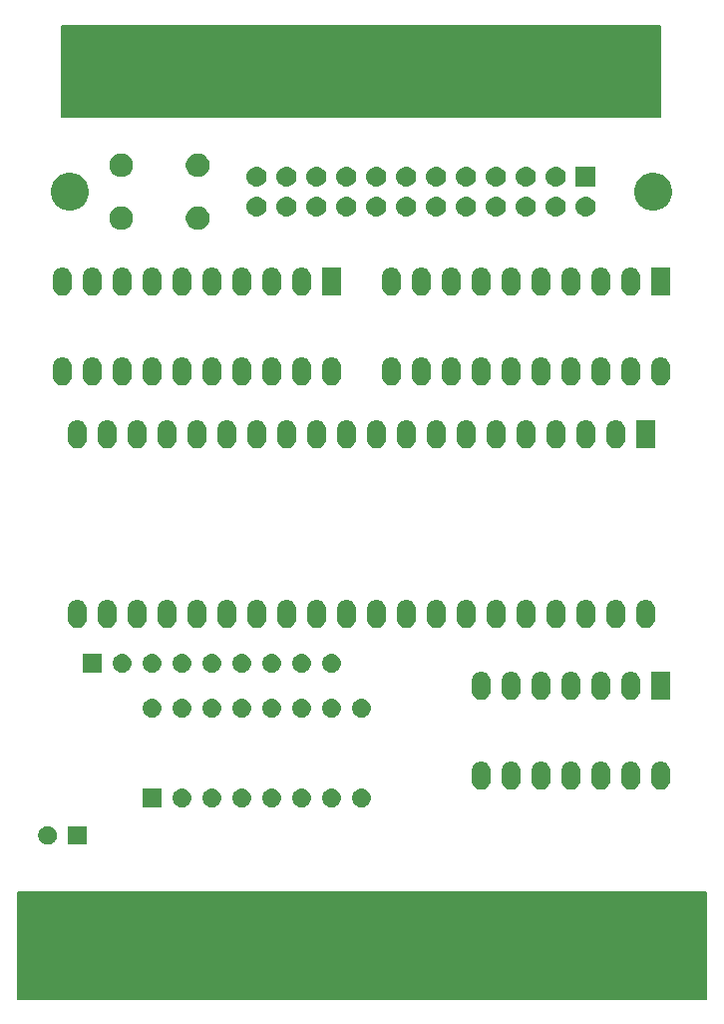
<source format=gbs>
G04 #@! TF.GenerationSoftware,KiCad,Pcbnew,(5.0.1-3-g963ef8bb5)*
G04 #@! TF.CreationDate,2020-03-26T19:00:39+01:00*
G04 #@! TF.ProjectId,C64_ieee488_interface_8255,4336345F696565653438385F696E7465,1.0*
G04 #@! TF.SameCoordinates,Original*
G04 #@! TF.FileFunction,Soldermask,Bot*
G04 #@! TF.FilePolarity,Negative*
%FSLAX46Y46*%
G04 Gerber Fmt 4.6, Leading zero omitted, Abs format (unit mm)*
G04 Created by KiCad (PCBNEW (5.0.1-3-g963ef8bb5)) date Donnerstag, 26. März 2020 um 19:00:39*
%MOMM*%
%LPD*%
G01*
G04 APERTURE LIST*
%ADD10C,0.150000*%
%ADD11C,0.100000*%
G04 APERTURE END LIST*
D10*
G04 #@! TO.C,J1*
G36*
X59760000Y-120410274D02*
X118180000Y-120410274D01*
X118180000Y-129427274D01*
X59760000Y-129427274D01*
X59760000Y-120410274D01*
G37*
X59760000Y-120410274D02*
X118180000Y-120410274D01*
X118180000Y-129427274D01*
X59760000Y-129427274D01*
X59760000Y-120410274D01*
G04 #@! TO.C,J2*
G36*
X63500000Y-46863000D02*
X114300000Y-46863000D01*
X114300000Y-54610000D01*
X63500000Y-54610000D01*
X63500000Y-46863000D01*
G37*
X63500000Y-46863000D02*
X114300000Y-46863000D01*
X114300000Y-54610000D01*
X63500000Y-54610000D01*
X63500000Y-46863000D01*
D11*
G36*
X65570000Y-116370000D02*
X63970000Y-116370000D01*
X63970000Y-114770000D01*
X65570000Y-114770000D01*
X65570000Y-116370000D01*
X65570000Y-116370000D01*
G37*
G36*
X62503352Y-114800743D02*
X62648941Y-114861048D01*
X62779973Y-114948601D01*
X62891399Y-115060027D01*
X62978952Y-115191059D01*
X63039257Y-115336648D01*
X63070000Y-115491205D01*
X63070000Y-115648795D01*
X63039257Y-115803352D01*
X62978952Y-115948941D01*
X62891399Y-116079973D01*
X62779973Y-116191399D01*
X62648941Y-116278952D01*
X62503352Y-116339257D01*
X62348795Y-116370000D01*
X62191205Y-116370000D01*
X62036648Y-116339257D01*
X61891059Y-116278952D01*
X61760027Y-116191399D01*
X61648601Y-116079973D01*
X61561048Y-115948941D01*
X61500743Y-115803352D01*
X61470000Y-115648795D01*
X61470000Y-115491205D01*
X61500743Y-115336648D01*
X61561048Y-115191059D01*
X61648601Y-115060027D01*
X61760027Y-114948601D01*
X61891059Y-114861048D01*
X62036648Y-114800743D01*
X62191205Y-114770000D01*
X62348795Y-114770000D01*
X62503352Y-114800743D01*
X62503352Y-114800743D01*
G37*
G36*
X83937649Y-111602717D02*
X83976827Y-111606576D01*
X84052227Y-111629448D01*
X84127629Y-111652321D01*
X84266608Y-111726608D01*
X84388422Y-111826578D01*
X84488392Y-111948392D01*
X84562679Y-112087371D01*
X84608424Y-112238174D01*
X84623870Y-112395000D01*
X84608424Y-112551826D01*
X84562679Y-112702629D01*
X84488392Y-112841608D01*
X84388422Y-112963422D01*
X84266608Y-113063392D01*
X84127629Y-113137679D01*
X84052228Y-113160551D01*
X83976827Y-113183424D01*
X83937649Y-113187283D01*
X83859295Y-113195000D01*
X83780705Y-113195000D01*
X83702351Y-113187283D01*
X83663173Y-113183424D01*
X83587772Y-113160551D01*
X83512371Y-113137679D01*
X83373392Y-113063392D01*
X83251578Y-112963422D01*
X83151608Y-112841608D01*
X83077321Y-112702629D01*
X83031576Y-112551826D01*
X83016130Y-112395000D01*
X83031576Y-112238174D01*
X83077321Y-112087371D01*
X83151608Y-111948392D01*
X83251578Y-111826578D01*
X83373392Y-111726608D01*
X83512371Y-111652321D01*
X83587773Y-111629448D01*
X83663173Y-111606576D01*
X83702351Y-111602717D01*
X83780705Y-111595000D01*
X83859295Y-111595000D01*
X83937649Y-111602717D01*
X83937649Y-111602717D01*
G37*
G36*
X81397649Y-111602717D02*
X81436827Y-111606576D01*
X81512227Y-111629448D01*
X81587629Y-111652321D01*
X81726608Y-111726608D01*
X81848422Y-111826578D01*
X81948392Y-111948392D01*
X82022679Y-112087371D01*
X82068424Y-112238174D01*
X82083870Y-112395000D01*
X82068424Y-112551826D01*
X82022679Y-112702629D01*
X81948392Y-112841608D01*
X81848422Y-112963422D01*
X81726608Y-113063392D01*
X81587629Y-113137679D01*
X81512228Y-113160551D01*
X81436827Y-113183424D01*
X81397649Y-113187283D01*
X81319295Y-113195000D01*
X81240705Y-113195000D01*
X81162351Y-113187283D01*
X81123173Y-113183424D01*
X81047772Y-113160551D01*
X80972371Y-113137679D01*
X80833392Y-113063392D01*
X80711578Y-112963422D01*
X80611608Y-112841608D01*
X80537321Y-112702629D01*
X80491576Y-112551826D01*
X80476130Y-112395000D01*
X80491576Y-112238174D01*
X80537321Y-112087371D01*
X80611608Y-111948392D01*
X80711578Y-111826578D01*
X80833392Y-111726608D01*
X80972371Y-111652321D01*
X81047773Y-111629448D01*
X81123173Y-111606576D01*
X81162351Y-111602717D01*
X81240705Y-111595000D01*
X81319295Y-111595000D01*
X81397649Y-111602717D01*
X81397649Y-111602717D01*
G37*
G36*
X78857649Y-111602717D02*
X78896827Y-111606576D01*
X78972227Y-111629448D01*
X79047629Y-111652321D01*
X79186608Y-111726608D01*
X79308422Y-111826578D01*
X79408392Y-111948392D01*
X79482679Y-112087371D01*
X79528424Y-112238174D01*
X79543870Y-112395000D01*
X79528424Y-112551826D01*
X79482679Y-112702629D01*
X79408392Y-112841608D01*
X79308422Y-112963422D01*
X79186608Y-113063392D01*
X79047629Y-113137679D01*
X78972228Y-113160551D01*
X78896827Y-113183424D01*
X78857649Y-113187283D01*
X78779295Y-113195000D01*
X78700705Y-113195000D01*
X78622351Y-113187283D01*
X78583173Y-113183424D01*
X78507772Y-113160551D01*
X78432371Y-113137679D01*
X78293392Y-113063392D01*
X78171578Y-112963422D01*
X78071608Y-112841608D01*
X77997321Y-112702629D01*
X77951576Y-112551826D01*
X77936130Y-112395000D01*
X77951576Y-112238174D01*
X77997321Y-112087371D01*
X78071608Y-111948392D01*
X78171578Y-111826578D01*
X78293392Y-111726608D01*
X78432371Y-111652321D01*
X78507773Y-111629448D01*
X78583173Y-111606576D01*
X78622351Y-111602717D01*
X78700705Y-111595000D01*
X78779295Y-111595000D01*
X78857649Y-111602717D01*
X78857649Y-111602717D01*
G37*
G36*
X76317649Y-111602717D02*
X76356827Y-111606576D01*
X76432227Y-111629448D01*
X76507629Y-111652321D01*
X76646608Y-111726608D01*
X76768422Y-111826578D01*
X76868392Y-111948392D01*
X76942679Y-112087371D01*
X76988424Y-112238174D01*
X77003870Y-112395000D01*
X76988424Y-112551826D01*
X76942679Y-112702629D01*
X76868392Y-112841608D01*
X76768422Y-112963422D01*
X76646608Y-113063392D01*
X76507629Y-113137679D01*
X76432228Y-113160551D01*
X76356827Y-113183424D01*
X76317649Y-113187283D01*
X76239295Y-113195000D01*
X76160705Y-113195000D01*
X76082351Y-113187283D01*
X76043173Y-113183424D01*
X75967772Y-113160551D01*
X75892371Y-113137679D01*
X75753392Y-113063392D01*
X75631578Y-112963422D01*
X75531608Y-112841608D01*
X75457321Y-112702629D01*
X75411576Y-112551826D01*
X75396130Y-112395000D01*
X75411576Y-112238174D01*
X75457321Y-112087371D01*
X75531608Y-111948392D01*
X75631578Y-111826578D01*
X75753392Y-111726608D01*
X75892371Y-111652321D01*
X75967773Y-111629448D01*
X76043173Y-111606576D01*
X76082351Y-111602717D01*
X76160705Y-111595000D01*
X76239295Y-111595000D01*
X76317649Y-111602717D01*
X76317649Y-111602717D01*
G37*
G36*
X73777649Y-111602717D02*
X73816827Y-111606576D01*
X73892227Y-111629448D01*
X73967629Y-111652321D01*
X74106608Y-111726608D01*
X74228422Y-111826578D01*
X74328392Y-111948392D01*
X74402679Y-112087371D01*
X74448424Y-112238174D01*
X74463870Y-112395000D01*
X74448424Y-112551826D01*
X74402679Y-112702629D01*
X74328392Y-112841608D01*
X74228422Y-112963422D01*
X74106608Y-113063392D01*
X73967629Y-113137679D01*
X73892228Y-113160551D01*
X73816827Y-113183424D01*
X73777649Y-113187283D01*
X73699295Y-113195000D01*
X73620705Y-113195000D01*
X73542351Y-113187283D01*
X73503173Y-113183424D01*
X73427772Y-113160551D01*
X73352371Y-113137679D01*
X73213392Y-113063392D01*
X73091578Y-112963422D01*
X72991608Y-112841608D01*
X72917321Y-112702629D01*
X72871576Y-112551826D01*
X72856130Y-112395000D01*
X72871576Y-112238174D01*
X72917321Y-112087371D01*
X72991608Y-111948392D01*
X73091578Y-111826578D01*
X73213392Y-111726608D01*
X73352371Y-111652321D01*
X73427773Y-111629448D01*
X73503173Y-111606576D01*
X73542351Y-111602717D01*
X73620705Y-111595000D01*
X73699295Y-111595000D01*
X73777649Y-111602717D01*
X73777649Y-111602717D01*
G37*
G36*
X71920000Y-113195000D02*
X70320000Y-113195000D01*
X70320000Y-111595000D01*
X71920000Y-111595000D01*
X71920000Y-113195000D01*
X71920000Y-113195000D01*
G37*
G36*
X89017649Y-111602717D02*
X89056827Y-111606576D01*
X89132227Y-111629448D01*
X89207629Y-111652321D01*
X89346608Y-111726608D01*
X89468422Y-111826578D01*
X89568392Y-111948392D01*
X89642679Y-112087371D01*
X89688424Y-112238174D01*
X89703870Y-112395000D01*
X89688424Y-112551826D01*
X89642679Y-112702629D01*
X89568392Y-112841608D01*
X89468422Y-112963422D01*
X89346608Y-113063392D01*
X89207629Y-113137679D01*
X89132228Y-113160551D01*
X89056827Y-113183424D01*
X89017649Y-113187283D01*
X88939295Y-113195000D01*
X88860705Y-113195000D01*
X88782351Y-113187283D01*
X88743173Y-113183424D01*
X88667772Y-113160551D01*
X88592371Y-113137679D01*
X88453392Y-113063392D01*
X88331578Y-112963422D01*
X88231608Y-112841608D01*
X88157321Y-112702629D01*
X88111576Y-112551826D01*
X88096130Y-112395000D01*
X88111576Y-112238174D01*
X88157321Y-112087371D01*
X88231608Y-111948392D01*
X88331578Y-111826578D01*
X88453392Y-111726608D01*
X88592371Y-111652321D01*
X88667773Y-111629448D01*
X88743173Y-111606576D01*
X88782351Y-111602717D01*
X88860705Y-111595000D01*
X88939295Y-111595000D01*
X89017649Y-111602717D01*
X89017649Y-111602717D01*
G37*
G36*
X86477649Y-111602717D02*
X86516827Y-111606576D01*
X86592227Y-111629448D01*
X86667629Y-111652321D01*
X86806608Y-111726608D01*
X86928422Y-111826578D01*
X87028392Y-111948392D01*
X87102679Y-112087371D01*
X87148424Y-112238174D01*
X87163870Y-112395000D01*
X87148424Y-112551826D01*
X87102679Y-112702629D01*
X87028392Y-112841608D01*
X86928422Y-112963422D01*
X86806608Y-113063392D01*
X86667629Y-113137679D01*
X86592228Y-113160551D01*
X86516827Y-113183424D01*
X86477649Y-113187283D01*
X86399295Y-113195000D01*
X86320705Y-113195000D01*
X86242351Y-113187283D01*
X86203173Y-113183424D01*
X86127772Y-113160551D01*
X86052371Y-113137679D01*
X85913392Y-113063392D01*
X85791578Y-112963422D01*
X85691608Y-112841608D01*
X85617321Y-112702629D01*
X85571576Y-112551826D01*
X85556130Y-112395000D01*
X85571576Y-112238174D01*
X85617321Y-112087371D01*
X85691608Y-111948392D01*
X85791578Y-111826578D01*
X85913392Y-111726608D01*
X86052371Y-111652321D01*
X86127773Y-111629448D01*
X86203173Y-111606576D01*
X86242351Y-111602717D01*
X86320705Y-111595000D01*
X86399295Y-111595000D01*
X86477649Y-111602717D01*
X86477649Y-111602717D01*
G37*
G36*
X109376827Y-109301576D02*
X109452228Y-109324449D01*
X109527629Y-109347321D01*
X109666608Y-109421608D01*
X109788422Y-109521578D01*
X109888392Y-109643392D01*
X109962679Y-109782371D01*
X110008424Y-109933174D01*
X110020000Y-110050705D01*
X110020000Y-110929295D01*
X110008424Y-111046826D01*
X109962679Y-111197629D01*
X109888392Y-111336608D01*
X109788425Y-111458419D01*
X109788423Y-111458420D01*
X109788422Y-111458422D01*
X109788418Y-111458425D01*
X109666604Y-111558394D01*
X109527628Y-111632679D01*
X109462876Y-111652321D01*
X109376826Y-111678424D01*
X109220000Y-111693870D01*
X109063173Y-111678424D01*
X108977123Y-111652321D01*
X108912371Y-111632679D01*
X108773392Y-111558392D01*
X108651581Y-111458425D01*
X108651580Y-111458423D01*
X108651578Y-111458422D01*
X108551607Y-111336605D01*
X108477322Y-111197629D01*
X108477321Y-111197628D01*
X108454449Y-111122227D01*
X108431576Y-111046826D01*
X108420000Y-110929292D01*
X108420000Y-110050707D01*
X108431577Y-109933173D01*
X108477322Y-109782372D01*
X108477322Y-109782371D01*
X108551609Y-109643392D01*
X108651579Y-109521578D01*
X108773393Y-109421608D01*
X108912372Y-109347321D01*
X108987773Y-109324449D01*
X109063174Y-109301576D01*
X109220000Y-109286130D01*
X109376827Y-109301576D01*
X109376827Y-109301576D01*
G37*
G36*
X101756827Y-109301576D02*
X101832228Y-109324449D01*
X101907629Y-109347321D01*
X102046608Y-109421608D01*
X102168422Y-109521578D01*
X102268392Y-109643392D01*
X102342679Y-109782371D01*
X102388424Y-109933174D01*
X102400000Y-110050705D01*
X102400000Y-110929295D01*
X102388424Y-111046826D01*
X102342679Y-111197629D01*
X102268392Y-111336608D01*
X102168425Y-111458419D01*
X102168423Y-111458420D01*
X102168422Y-111458422D01*
X102168418Y-111458425D01*
X102046604Y-111558394D01*
X101907628Y-111632679D01*
X101842876Y-111652321D01*
X101756826Y-111678424D01*
X101600000Y-111693870D01*
X101443173Y-111678424D01*
X101357123Y-111652321D01*
X101292371Y-111632679D01*
X101153392Y-111558392D01*
X101031581Y-111458425D01*
X101031580Y-111458423D01*
X101031578Y-111458422D01*
X100931607Y-111336605D01*
X100857322Y-111197629D01*
X100857321Y-111197628D01*
X100834449Y-111122227D01*
X100811576Y-111046826D01*
X100800000Y-110929292D01*
X100800000Y-110050707D01*
X100811577Y-109933173D01*
X100857322Y-109782372D01*
X100857322Y-109782371D01*
X100931609Y-109643392D01*
X101031579Y-109521578D01*
X101153393Y-109421608D01*
X101292372Y-109347321D01*
X101367773Y-109324449D01*
X101443174Y-109301576D01*
X101600000Y-109286130D01*
X101756827Y-109301576D01*
X101756827Y-109301576D01*
G37*
G36*
X114456827Y-109301576D02*
X114532228Y-109324449D01*
X114607629Y-109347321D01*
X114746608Y-109421608D01*
X114868422Y-109521578D01*
X114968392Y-109643392D01*
X115042679Y-109782371D01*
X115088424Y-109933174D01*
X115100000Y-110050705D01*
X115100000Y-110929295D01*
X115088424Y-111046826D01*
X115042679Y-111197629D01*
X114968392Y-111336608D01*
X114868425Y-111458419D01*
X114868423Y-111458420D01*
X114868422Y-111458422D01*
X114868418Y-111458425D01*
X114746604Y-111558394D01*
X114607628Y-111632679D01*
X114542876Y-111652321D01*
X114456826Y-111678424D01*
X114300000Y-111693870D01*
X114143173Y-111678424D01*
X114057123Y-111652321D01*
X113992371Y-111632679D01*
X113853392Y-111558392D01*
X113731581Y-111458425D01*
X113731580Y-111458423D01*
X113731578Y-111458422D01*
X113631607Y-111336605D01*
X113557322Y-111197629D01*
X113557321Y-111197628D01*
X113534449Y-111122227D01*
X113511576Y-111046826D01*
X113500000Y-110929292D01*
X113500000Y-110050707D01*
X113511577Y-109933173D01*
X113557322Y-109782372D01*
X113557322Y-109782371D01*
X113631609Y-109643392D01*
X113731579Y-109521578D01*
X113853393Y-109421608D01*
X113992372Y-109347321D01*
X114067773Y-109324449D01*
X114143174Y-109301576D01*
X114300000Y-109286130D01*
X114456827Y-109301576D01*
X114456827Y-109301576D01*
G37*
G36*
X111916827Y-109301576D02*
X111992228Y-109324449D01*
X112067629Y-109347321D01*
X112206608Y-109421608D01*
X112328422Y-109521578D01*
X112428392Y-109643392D01*
X112502679Y-109782371D01*
X112548424Y-109933174D01*
X112560000Y-110050705D01*
X112560000Y-110929295D01*
X112548424Y-111046826D01*
X112502679Y-111197629D01*
X112428392Y-111336608D01*
X112328425Y-111458419D01*
X112328423Y-111458420D01*
X112328422Y-111458422D01*
X112328418Y-111458425D01*
X112206604Y-111558394D01*
X112067628Y-111632679D01*
X112002876Y-111652321D01*
X111916826Y-111678424D01*
X111760000Y-111693870D01*
X111603173Y-111678424D01*
X111517123Y-111652321D01*
X111452371Y-111632679D01*
X111313392Y-111558392D01*
X111191581Y-111458425D01*
X111191580Y-111458423D01*
X111191578Y-111458422D01*
X111091607Y-111336605D01*
X111017322Y-111197629D01*
X111017321Y-111197628D01*
X110994449Y-111122227D01*
X110971576Y-111046826D01*
X110960000Y-110929292D01*
X110960000Y-110050707D01*
X110971577Y-109933173D01*
X111017322Y-109782372D01*
X111017322Y-109782371D01*
X111091609Y-109643392D01*
X111191579Y-109521578D01*
X111313393Y-109421608D01*
X111452372Y-109347321D01*
X111527773Y-109324449D01*
X111603174Y-109301576D01*
X111760000Y-109286130D01*
X111916827Y-109301576D01*
X111916827Y-109301576D01*
G37*
G36*
X106836827Y-109301576D02*
X106912228Y-109324449D01*
X106987629Y-109347321D01*
X107126608Y-109421608D01*
X107248422Y-109521578D01*
X107348392Y-109643392D01*
X107422679Y-109782371D01*
X107468424Y-109933174D01*
X107480000Y-110050705D01*
X107480000Y-110929295D01*
X107468424Y-111046826D01*
X107422679Y-111197629D01*
X107348392Y-111336608D01*
X107248425Y-111458419D01*
X107248423Y-111458420D01*
X107248422Y-111458422D01*
X107248418Y-111458425D01*
X107126604Y-111558394D01*
X106987628Y-111632679D01*
X106922876Y-111652321D01*
X106836826Y-111678424D01*
X106680000Y-111693870D01*
X106523173Y-111678424D01*
X106437123Y-111652321D01*
X106372371Y-111632679D01*
X106233392Y-111558392D01*
X106111581Y-111458425D01*
X106111580Y-111458423D01*
X106111578Y-111458422D01*
X106011607Y-111336605D01*
X105937322Y-111197629D01*
X105937321Y-111197628D01*
X105914449Y-111122227D01*
X105891576Y-111046826D01*
X105880000Y-110929292D01*
X105880000Y-110050707D01*
X105891577Y-109933173D01*
X105937322Y-109782372D01*
X105937322Y-109782371D01*
X106011609Y-109643392D01*
X106111579Y-109521578D01*
X106233393Y-109421608D01*
X106372372Y-109347321D01*
X106447773Y-109324449D01*
X106523174Y-109301576D01*
X106680000Y-109286130D01*
X106836827Y-109301576D01*
X106836827Y-109301576D01*
G37*
G36*
X104296827Y-109301576D02*
X104372228Y-109324449D01*
X104447629Y-109347321D01*
X104586608Y-109421608D01*
X104708422Y-109521578D01*
X104808392Y-109643392D01*
X104882679Y-109782371D01*
X104928424Y-109933174D01*
X104940000Y-110050705D01*
X104940000Y-110929295D01*
X104928424Y-111046826D01*
X104882679Y-111197629D01*
X104808392Y-111336608D01*
X104708425Y-111458419D01*
X104708423Y-111458420D01*
X104708422Y-111458422D01*
X104708418Y-111458425D01*
X104586604Y-111558394D01*
X104447628Y-111632679D01*
X104382876Y-111652321D01*
X104296826Y-111678424D01*
X104140000Y-111693870D01*
X103983173Y-111678424D01*
X103897123Y-111652321D01*
X103832371Y-111632679D01*
X103693392Y-111558392D01*
X103571581Y-111458425D01*
X103571580Y-111458423D01*
X103571578Y-111458422D01*
X103471607Y-111336605D01*
X103397322Y-111197629D01*
X103397321Y-111197628D01*
X103374449Y-111122227D01*
X103351576Y-111046826D01*
X103340000Y-110929292D01*
X103340000Y-110050707D01*
X103351577Y-109933173D01*
X103397322Y-109782372D01*
X103397322Y-109782371D01*
X103471609Y-109643392D01*
X103571579Y-109521578D01*
X103693393Y-109421608D01*
X103832372Y-109347321D01*
X103907773Y-109324449D01*
X103983174Y-109301576D01*
X104140000Y-109286130D01*
X104296827Y-109301576D01*
X104296827Y-109301576D01*
G37*
G36*
X99216827Y-109301576D02*
X99292228Y-109324449D01*
X99367629Y-109347321D01*
X99506608Y-109421608D01*
X99628422Y-109521578D01*
X99728392Y-109643392D01*
X99802679Y-109782371D01*
X99848424Y-109933174D01*
X99860000Y-110050705D01*
X99860000Y-110929295D01*
X99848424Y-111046826D01*
X99802679Y-111197629D01*
X99728392Y-111336608D01*
X99628425Y-111458419D01*
X99628423Y-111458420D01*
X99628422Y-111458422D01*
X99628418Y-111458425D01*
X99506604Y-111558394D01*
X99367628Y-111632679D01*
X99302876Y-111652321D01*
X99216826Y-111678424D01*
X99060000Y-111693870D01*
X98903173Y-111678424D01*
X98817123Y-111652321D01*
X98752371Y-111632679D01*
X98613392Y-111558392D01*
X98491581Y-111458425D01*
X98491580Y-111458423D01*
X98491578Y-111458422D01*
X98391607Y-111336605D01*
X98317322Y-111197629D01*
X98317321Y-111197628D01*
X98294449Y-111122227D01*
X98271576Y-111046826D01*
X98260000Y-110929292D01*
X98260000Y-110050707D01*
X98271577Y-109933173D01*
X98317322Y-109782372D01*
X98317322Y-109782371D01*
X98391609Y-109643392D01*
X98491579Y-109521578D01*
X98613393Y-109421608D01*
X98752372Y-109347321D01*
X98827773Y-109324449D01*
X98903174Y-109301576D01*
X99060000Y-109286130D01*
X99216827Y-109301576D01*
X99216827Y-109301576D01*
G37*
G36*
X86477649Y-103982717D02*
X86516827Y-103986576D01*
X86592228Y-104009449D01*
X86667629Y-104032321D01*
X86806608Y-104106608D01*
X86928422Y-104206578D01*
X87028392Y-104328392D01*
X87102679Y-104467371D01*
X87148424Y-104618174D01*
X87163870Y-104775000D01*
X87148424Y-104931826D01*
X87102679Y-105082629D01*
X87028392Y-105221608D01*
X86928422Y-105343422D01*
X86806608Y-105443392D01*
X86667629Y-105517679D01*
X86592228Y-105540551D01*
X86516827Y-105563424D01*
X86477649Y-105567283D01*
X86399295Y-105575000D01*
X86320705Y-105575000D01*
X86242351Y-105567283D01*
X86203173Y-105563424D01*
X86127772Y-105540551D01*
X86052371Y-105517679D01*
X85913392Y-105443392D01*
X85791578Y-105343422D01*
X85691608Y-105221608D01*
X85617321Y-105082629D01*
X85571576Y-104931826D01*
X85556130Y-104775000D01*
X85571576Y-104618174D01*
X85617321Y-104467371D01*
X85691608Y-104328392D01*
X85791578Y-104206578D01*
X85913392Y-104106608D01*
X86052371Y-104032321D01*
X86127772Y-104009449D01*
X86203173Y-103986576D01*
X86242351Y-103982717D01*
X86320705Y-103975000D01*
X86399295Y-103975000D01*
X86477649Y-103982717D01*
X86477649Y-103982717D01*
G37*
G36*
X89017649Y-103982717D02*
X89056827Y-103986576D01*
X89132228Y-104009449D01*
X89207629Y-104032321D01*
X89346608Y-104106608D01*
X89468422Y-104206578D01*
X89568392Y-104328392D01*
X89642679Y-104467371D01*
X89688424Y-104618174D01*
X89703870Y-104775000D01*
X89688424Y-104931826D01*
X89642679Y-105082629D01*
X89568392Y-105221608D01*
X89468422Y-105343422D01*
X89346608Y-105443392D01*
X89207629Y-105517679D01*
X89132228Y-105540551D01*
X89056827Y-105563424D01*
X89017649Y-105567283D01*
X88939295Y-105575000D01*
X88860705Y-105575000D01*
X88782351Y-105567283D01*
X88743173Y-105563424D01*
X88667772Y-105540551D01*
X88592371Y-105517679D01*
X88453392Y-105443392D01*
X88331578Y-105343422D01*
X88231608Y-105221608D01*
X88157321Y-105082629D01*
X88111576Y-104931826D01*
X88096130Y-104775000D01*
X88111576Y-104618174D01*
X88157321Y-104467371D01*
X88231608Y-104328392D01*
X88331578Y-104206578D01*
X88453392Y-104106608D01*
X88592371Y-104032321D01*
X88667772Y-104009449D01*
X88743173Y-103986576D01*
X88782351Y-103982717D01*
X88860705Y-103975000D01*
X88939295Y-103975000D01*
X89017649Y-103982717D01*
X89017649Y-103982717D01*
G37*
G36*
X83937649Y-103982717D02*
X83976827Y-103986576D01*
X84052228Y-104009449D01*
X84127629Y-104032321D01*
X84266608Y-104106608D01*
X84388422Y-104206578D01*
X84488392Y-104328392D01*
X84562679Y-104467371D01*
X84608424Y-104618174D01*
X84623870Y-104775000D01*
X84608424Y-104931826D01*
X84562679Y-105082629D01*
X84488392Y-105221608D01*
X84388422Y-105343422D01*
X84266608Y-105443392D01*
X84127629Y-105517679D01*
X84052228Y-105540551D01*
X83976827Y-105563424D01*
X83937649Y-105567283D01*
X83859295Y-105575000D01*
X83780705Y-105575000D01*
X83702351Y-105567283D01*
X83663173Y-105563424D01*
X83587772Y-105540551D01*
X83512371Y-105517679D01*
X83373392Y-105443392D01*
X83251578Y-105343422D01*
X83151608Y-105221608D01*
X83077321Y-105082629D01*
X83031576Y-104931826D01*
X83016130Y-104775000D01*
X83031576Y-104618174D01*
X83077321Y-104467371D01*
X83151608Y-104328392D01*
X83251578Y-104206578D01*
X83373392Y-104106608D01*
X83512371Y-104032321D01*
X83587772Y-104009449D01*
X83663173Y-103986576D01*
X83702351Y-103982717D01*
X83780705Y-103975000D01*
X83859295Y-103975000D01*
X83937649Y-103982717D01*
X83937649Y-103982717D01*
G37*
G36*
X81397649Y-103982717D02*
X81436827Y-103986576D01*
X81512228Y-104009449D01*
X81587629Y-104032321D01*
X81726608Y-104106608D01*
X81848422Y-104206578D01*
X81948392Y-104328392D01*
X82022679Y-104467371D01*
X82068424Y-104618174D01*
X82083870Y-104775000D01*
X82068424Y-104931826D01*
X82022679Y-105082629D01*
X81948392Y-105221608D01*
X81848422Y-105343422D01*
X81726608Y-105443392D01*
X81587629Y-105517679D01*
X81512228Y-105540551D01*
X81436827Y-105563424D01*
X81397649Y-105567283D01*
X81319295Y-105575000D01*
X81240705Y-105575000D01*
X81162351Y-105567283D01*
X81123173Y-105563424D01*
X81047772Y-105540551D01*
X80972371Y-105517679D01*
X80833392Y-105443392D01*
X80711578Y-105343422D01*
X80611608Y-105221608D01*
X80537321Y-105082629D01*
X80491576Y-104931826D01*
X80476130Y-104775000D01*
X80491576Y-104618174D01*
X80537321Y-104467371D01*
X80611608Y-104328392D01*
X80711578Y-104206578D01*
X80833392Y-104106608D01*
X80972371Y-104032321D01*
X81047772Y-104009449D01*
X81123173Y-103986576D01*
X81162351Y-103982717D01*
X81240705Y-103975000D01*
X81319295Y-103975000D01*
X81397649Y-103982717D01*
X81397649Y-103982717D01*
G37*
G36*
X78857649Y-103982717D02*
X78896827Y-103986576D01*
X78972228Y-104009449D01*
X79047629Y-104032321D01*
X79186608Y-104106608D01*
X79308422Y-104206578D01*
X79408392Y-104328392D01*
X79482679Y-104467371D01*
X79528424Y-104618174D01*
X79543870Y-104775000D01*
X79528424Y-104931826D01*
X79482679Y-105082629D01*
X79408392Y-105221608D01*
X79308422Y-105343422D01*
X79186608Y-105443392D01*
X79047629Y-105517679D01*
X78972228Y-105540551D01*
X78896827Y-105563424D01*
X78857649Y-105567283D01*
X78779295Y-105575000D01*
X78700705Y-105575000D01*
X78622351Y-105567283D01*
X78583173Y-105563424D01*
X78507772Y-105540551D01*
X78432371Y-105517679D01*
X78293392Y-105443392D01*
X78171578Y-105343422D01*
X78071608Y-105221608D01*
X77997321Y-105082629D01*
X77951576Y-104931826D01*
X77936130Y-104775000D01*
X77951576Y-104618174D01*
X77997321Y-104467371D01*
X78071608Y-104328392D01*
X78171578Y-104206578D01*
X78293392Y-104106608D01*
X78432371Y-104032321D01*
X78507772Y-104009449D01*
X78583173Y-103986576D01*
X78622351Y-103982717D01*
X78700705Y-103975000D01*
X78779295Y-103975000D01*
X78857649Y-103982717D01*
X78857649Y-103982717D01*
G37*
G36*
X76317649Y-103982717D02*
X76356827Y-103986576D01*
X76432228Y-104009449D01*
X76507629Y-104032321D01*
X76646608Y-104106608D01*
X76768422Y-104206578D01*
X76868392Y-104328392D01*
X76942679Y-104467371D01*
X76988424Y-104618174D01*
X77003870Y-104775000D01*
X76988424Y-104931826D01*
X76942679Y-105082629D01*
X76868392Y-105221608D01*
X76768422Y-105343422D01*
X76646608Y-105443392D01*
X76507629Y-105517679D01*
X76432228Y-105540551D01*
X76356827Y-105563424D01*
X76317649Y-105567283D01*
X76239295Y-105575000D01*
X76160705Y-105575000D01*
X76082351Y-105567283D01*
X76043173Y-105563424D01*
X75967772Y-105540551D01*
X75892371Y-105517679D01*
X75753392Y-105443392D01*
X75631578Y-105343422D01*
X75531608Y-105221608D01*
X75457321Y-105082629D01*
X75411576Y-104931826D01*
X75396130Y-104775000D01*
X75411576Y-104618174D01*
X75457321Y-104467371D01*
X75531608Y-104328392D01*
X75631578Y-104206578D01*
X75753392Y-104106608D01*
X75892371Y-104032321D01*
X75967772Y-104009449D01*
X76043173Y-103986576D01*
X76082351Y-103982717D01*
X76160705Y-103975000D01*
X76239295Y-103975000D01*
X76317649Y-103982717D01*
X76317649Y-103982717D01*
G37*
G36*
X73777649Y-103982717D02*
X73816827Y-103986576D01*
X73892228Y-104009449D01*
X73967629Y-104032321D01*
X74106608Y-104106608D01*
X74228422Y-104206578D01*
X74328392Y-104328392D01*
X74402679Y-104467371D01*
X74448424Y-104618174D01*
X74463870Y-104775000D01*
X74448424Y-104931826D01*
X74402679Y-105082629D01*
X74328392Y-105221608D01*
X74228422Y-105343422D01*
X74106608Y-105443392D01*
X73967629Y-105517679D01*
X73892228Y-105540551D01*
X73816827Y-105563424D01*
X73777649Y-105567283D01*
X73699295Y-105575000D01*
X73620705Y-105575000D01*
X73542351Y-105567283D01*
X73503173Y-105563424D01*
X73427772Y-105540551D01*
X73352371Y-105517679D01*
X73213392Y-105443392D01*
X73091578Y-105343422D01*
X72991608Y-105221608D01*
X72917321Y-105082629D01*
X72871576Y-104931826D01*
X72856130Y-104775000D01*
X72871576Y-104618174D01*
X72917321Y-104467371D01*
X72991608Y-104328392D01*
X73091578Y-104206578D01*
X73213392Y-104106608D01*
X73352371Y-104032321D01*
X73427772Y-104009449D01*
X73503173Y-103986576D01*
X73542351Y-103982717D01*
X73620705Y-103975000D01*
X73699295Y-103975000D01*
X73777649Y-103982717D01*
X73777649Y-103982717D01*
G37*
G36*
X71237649Y-103982717D02*
X71276827Y-103986576D01*
X71352228Y-104009449D01*
X71427629Y-104032321D01*
X71566608Y-104106608D01*
X71688422Y-104206578D01*
X71788392Y-104328392D01*
X71862679Y-104467371D01*
X71908424Y-104618174D01*
X71923870Y-104775000D01*
X71908424Y-104931826D01*
X71862679Y-105082629D01*
X71788392Y-105221608D01*
X71688422Y-105343422D01*
X71566608Y-105443392D01*
X71427629Y-105517679D01*
X71352228Y-105540551D01*
X71276827Y-105563424D01*
X71237649Y-105567283D01*
X71159295Y-105575000D01*
X71080705Y-105575000D01*
X71002351Y-105567283D01*
X70963173Y-105563424D01*
X70887772Y-105540551D01*
X70812371Y-105517679D01*
X70673392Y-105443392D01*
X70551578Y-105343422D01*
X70451608Y-105221608D01*
X70377321Y-105082629D01*
X70331576Y-104931826D01*
X70316130Y-104775000D01*
X70331576Y-104618174D01*
X70377321Y-104467371D01*
X70451608Y-104328392D01*
X70551578Y-104206578D01*
X70673392Y-104106608D01*
X70812371Y-104032321D01*
X70887772Y-104009449D01*
X70963173Y-103986576D01*
X71002351Y-103982717D01*
X71080705Y-103975000D01*
X71159295Y-103975000D01*
X71237649Y-103982717D01*
X71237649Y-103982717D01*
G37*
G36*
X111916827Y-101681576D02*
X111992228Y-101704449D01*
X112067629Y-101727321D01*
X112206608Y-101801608D01*
X112328422Y-101901578D01*
X112428392Y-102023392D01*
X112502679Y-102162371D01*
X112548424Y-102313174D01*
X112560000Y-102430705D01*
X112560000Y-103309295D01*
X112548424Y-103426826D01*
X112502679Y-103577629D01*
X112428392Y-103716608D01*
X112328425Y-103838419D01*
X112328423Y-103838420D01*
X112328422Y-103838422D01*
X112328418Y-103838425D01*
X112206604Y-103938394D01*
X112067628Y-104012679D01*
X112002876Y-104032321D01*
X111916826Y-104058424D01*
X111760000Y-104073870D01*
X111603173Y-104058424D01*
X111517123Y-104032321D01*
X111452371Y-104012679D01*
X111313392Y-103938392D01*
X111191581Y-103838425D01*
X111191580Y-103838423D01*
X111191578Y-103838422D01*
X111091607Y-103716605D01*
X111017322Y-103577629D01*
X111017321Y-103577628D01*
X110994449Y-103502227D01*
X110971576Y-103426826D01*
X110960000Y-103309292D01*
X110960000Y-102430707D01*
X110971577Y-102313173D01*
X111017322Y-102162372D01*
X111017322Y-102162371D01*
X111091609Y-102023392D01*
X111191579Y-101901578D01*
X111313393Y-101801608D01*
X111452372Y-101727321D01*
X111527773Y-101704449D01*
X111603174Y-101681576D01*
X111760000Y-101666130D01*
X111916827Y-101681576D01*
X111916827Y-101681576D01*
G37*
G36*
X109376827Y-101681576D02*
X109452228Y-101704449D01*
X109527629Y-101727321D01*
X109666608Y-101801608D01*
X109788422Y-101901578D01*
X109888392Y-102023392D01*
X109962679Y-102162371D01*
X110008424Y-102313174D01*
X110020000Y-102430705D01*
X110020000Y-103309295D01*
X110008424Y-103426826D01*
X109962679Y-103577629D01*
X109888392Y-103716608D01*
X109788425Y-103838419D01*
X109788423Y-103838420D01*
X109788422Y-103838422D01*
X109788418Y-103838425D01*
X109666604Y-103938394D01*
X109527628Y-104012679D01*
X109462876Y-104032321D01*
X109376826Y-104058424D01*
X109220000Y-104073870D01*
X109063173Y-104058424D01*
X108977123Y-104032321D01*
X108912371Y-104012679D01*
X108773392Y-103938392D01*
X108651581Y-103838425D01*
X108651580Y-103838423D01*
X108651578Y-103838422D01*
X108551607Y-103716605D01*
X108477322Y-103577629D01*
X108477321Y-103577628D01*
X108454449Y-103502227D01*
X108431576Y-103426826D01*
X108420000Y-103309292D01*
X108420000Y-102430707D01*
X108431577Y-102313173D01*
X108477322Y-102162372D01*
X108477322Y-102162371D01*
X108551609Y-102023392D01*
X108651579Y-101901578D01*
X108773393Y-101801608D01*
X108912372Y-101727321D01*
X108987773Y-101704449D01*
X109063174Y-101681576D01*
X109220000Y-101666130D01*
X109376827Y-101681576D01*
X109376827Y-101681576D01*
G37*
G36*
X106836827Y-101681576D02*
X106912228Y-101704449D01*
X106987629Y-101727321D01*
X107126608Y-101801608D01*
X107248422Y-101901578D01*
X107348392Y-102023392D01*
X107422679Y-102162371D01*
X107468424Y-102313174D01*
X107480000Y-102430705D01*
X107480000Y-103309295D01*
X107468424Y-103426826D01*
X107422679Y-103577629D01*
X107348392Y-103716608D01*
X107248425Y-103838419D01*
X107248423Y-103838420D01*
X107248422Y-103838422D01*
X107248418Y-103838425D01*
X107126604Y-103938394D01*
X106987628Y-104012679D01*
X106922876Y-104032321D01*
X106836826Y-104058424D01*
X106680000Y-104073870D01*
X106523173Y-104058424D01*
X106437123Y-104032321D01*
X106372371Y-104012679D01*
X106233392Y-103938392D01*
X106111581Y-103838425D01*
X106111580Y-103838423D01*
X106111578Y-103838422D01*
X106011607Y-103716605D01*
X105937322Y-103577629D01*
X105937321Y-103577628D01*
X105914449Y-103502227D01*
X105891576Y-103426826D01*
X105880000Y-103309292D01*
X105880000Y-102430707D01*
X105891577Y-102313173D01*
X105937322Y-102162372D01*
X105937322Y-102162371D01*
X106011609Y-102023392D01*
X106111579Y-101901578D01*
X106233393Y-101801608D01*
X106372372Y-101727321D01*
X106447773Y-101704449D01*
X106523174Y-101681576D01*
X106680000Y-101666130D01*
X106836827Y-101681576D01*
X106836827Y-101681576D01*
G37*
G36*
X104296827Y-101681576D02*
X104372228Y-101704449D01*
X104447629Y-101727321D01*
X104586608Y-101801608D01*
X104708422Y-101901578D01*
X104808392Y-102023392D01*
X104882679Y-102162371D01*
X104928424Y-102313174D01*
X104940000Y-102430705D01*
X104940000Y-103309295D01*
X104928424Y-103426826D01*
X104882679Y-103577629D01*
X104808392Y-103716608D01*
X104708425Y-103838419D01*
X104708423Y-103838420D01*
X104708422Y-103838422D01*
X104708418Y-103838425D01*
X104586604Y-103938394D01*
X104447628Y-104012679D01*
X104382876Y-104032321D01*
X104296826Y-104058424D01*
X104140000Y-104073870D01*
X103983173Y-104058424D01*
X103897123Y-104032321D01*
X103832371Y-104012679D01*
X103693392Y-103938392D01*
X103571581Y-103838425D01*
X103571580Y-103838423D01*
X103571578Y-103838422D01*
X103471607Y-103716605D01*
X103397322Y-103577629D01*
X103397321Y-103577628D01*
X103374449Y-103502227D01*
X103351576Y-103426826D01*
X103340000Y-103309292D01*
X103340000Y-102430707D01*
X103351577Y-102313173D01*
X103397322Y-102162372D01*
X103397322Y-102162371D01*
X103471609Y-102023392D01*
X103571579Y-101901578D01*
X103693393Y-101801608D01*
X103832372Y-101727321D01*
X103907773Y-101704449D01*
X103983174Y-101681576D01*
X104140000Y-101666130D01*
X104296827Y-101681576D01*
X104296827Y-101681576D01*
G37*
G36*
X101756827Y-101681576D02*
X101832228Y-101704449D01*
X101907629Y-101727321D01*
X102046608Y-101801608D01*
X102168422Y-101901578D01*
X102268392Y-102023392D01*
X102342679Y-102162371D01*
X102388424Y-102313174D01*
X102400000Y-102430705D01*
X102400000Y-103309295D01*
X102388424Y-103426826D01*
X102342679Y-103577629D01*
X102268392Y-103716608D01*
X102168425Y-103838419D01*
X102168423Y-103838420D01*
X102168422Y-103838422D01*
X102168418Y-103838425D01*
X102046604Y-103938394D01*
X101907628Y-104012679D01*
X101842876Y-104032321D01*
X101756826Y-104058424D01*
X101600000Y-104073870D01*
X101443173Y-104058424D01*
X101357123Y-104032321D01*
X101292371Y-104012679D01*
X101153392Y-103938392D01*
X101031581Y-103838425D01*
X101031580Y-103838423D01*
X101031578Y-103838422D01*
X100931607Y-103716605D01*
X100857322Y-103577629D01*
X100857321Y-103577628D01*
X100834449Y-103502227D01*
X100811576Y-103426826D01*
X100800000Y-103309292D01*
X100800000Y-102430707D01*
X100811577Y-102313173D01*
X100857322Y-102162372D01*
X100857322Y-102162371D01*
X100931609Y-102023392D01*
X101031579Y-101901578D01*
X101153393Y-101801608D01*
X101292372Y-101727321D01*
X101367773Y-101704449D01*
X101443174Y-101681576D01*
X101600000Y-101666130D01*
X101756827Y-101681576D01*
X101756827Y-101681576D01*
G37*
G36*
X99216827Y-101681576D02*
X99292228Y-101704449D01*
X99367629Y-101727321D01*
X99506608Y-101801608D01*
X99628422Y-101901578D01*
X99728392Y-102023392D01*
X99802679Y-102162371D01*
X99848424Y-102313174D01*
X99860000Y-102430705D01*
X99860000Y-103309295D01*
X99848424Y-103426826D01*
X99802679Y-103577629D01*
X99728392Y-103716608D01*
X99628425Y-103838419D01*
X99628423Y-103838420D01*
X99628422Y-103838422D01*
X99628418Y-103838425D01*
X99506604Y-103938394D01*
X99367628Y-104012679D01*
X99302876Y-104032321D01*
X99216826Y-104058424D01*
X99060000Y-104073870D01*
X98903173Y-104058424D01*
X98817123Y-104032321D01*
X98752371Y-104012679D01*
X98613392Y-103938392D01*
X98491581Y-103838425D01*
X98491580Y-103838423D01*
X98491578Y-103838422D01*
X98391607Y-103716605D01*
X98317322Y-103577629D01*
X98317321Y-103577628D01*
X98294449Y-103502227D01*
X98271576Y-103426826D01*
X98260000Y-103309292D01*
X98260000Y-102430707D01*
X98271577Y-102313173D01*
X98317322Y-102162372D01*
X98317322Y-102162371D01*
X98391609Y-102023392D01*
X98491579Y-101901578D01*
X98613393Y-101801608D01*
X98752372Y-101727321D01*
X98827773Y-101704449D01*
X98903174Y-101681576D01*
X99060000Y-101666130D01*
X99216827Y-101681576D01*
X99216827Y-101681576D01*
G37*
G36*
X115100000Y-104070000D02*
X113500000Y-104070000D01*
X113500000Y-101670000D01*
X115100000Y-101670000D01*
X115100000Y-104070000D01*
X115100000Y-104070000D01*
G37*
G36*
X66840000Y-101765000D02*
X65240000Y-101765000D01*
X65240000Y-100165000D01*
X66840000Y-100165000D01*
X66840000Y-101765000D01*
X66840000Y-101765000D01*
G37*
G36*
X68697649Y-100172717D02*
X68736827Y-100176576D01*
X68812228Y-100199449D01*
X68887629Y-100222321D01*
X69026608Y-100296608D01*
X69148422Y-100396578D01*
X69248392Y-100518392D01*
X69322679Y-100657371D01*
X69368424Y-100808174D01*
X69383870Y-100965000D01*
X69368424Y-101121826D01*
X69322679Y-101272629D01*
X69248392Y-101411608D01*
X69148422Y-101533422D01*
X69026608Y-101633392D01*
X68887629Y-101707679D01*
X68822877Y-101727321D01*
X68736827Y-101753424D01*
X68697649Y-101757283D01*
X68619295Y-101765000D01*
X68540705Y-101765000D01*
X68462351Y-101757283D01*
X68423173Y-101753424D01*
X68337123Y-101727321D01*
X68272371Y-101707679D01*
X68133392Y-101633392D01*
X68011578Y-101533422D01*
X67911608Y-101411608D01*
X67837321Y-101272629D01*
X67791576Y-101121826D01*
X67776130Y-100965000D01*
X67791576Y-100808174D01*
X67837321Y-100657371D01*
X67911608Y-100518392D01*
X68011578Y-100396578D01*
X68133392Y-100296608D01*
X68272371Y-100222321D01*
X68347772Y-100199449D01*
X68423173Y-100176576D01*
X68462351Y-100172717D01*
X68540705Y-100165000D01*
X68619295Y-100165000D01*
X68697649Y-100172717D01*
X68697649Y-100172717D01*
G37*
G36*
X71237649Y-100172717D02*
X71276827Y-100176576D01*
X71352228Y-100199449D01*
X71427629Y-100222321D01*
X71566608Y-100296608D01*
X71688422Y-100396578D01*
X71788392Y-100518392D01*
X71862679Y-100657371D01*
X71908424Y-100808174D01*
X71923870Y-100965000D01*
X71908424Y-101121826D01*
X71862679Y-101272629D01*
X71788392Y-101411608D01*
X71688422Y-101533422D01*
X71566608Y-101633392D01*
X71427629Y-101707679D01*
X71362877Y-101727321D01*
X71276827Y-101753424D01*
X71237649Y-101757283D01*
X71159295Y-101765000D01*
X71080705Y-101765000D01*
X71002351Y-101757283D01*
X70963173Y-101753424D01*
X70877123Y-101727321D01*
X70812371Y-101707679D01*
X70673392Y-101633392D01*
X70551578Y-101533422D01*
X70451608Y-101411608D01*
X70377321Y-101272629D01*
X70331576Y-101121826D01*
X70316130Y-100965000D01*
X70331576Y-100808174D01*
X70377321Y-100657371D01*
X70451608Y-100518392D01*
X70551578Y-100396578D01*
X70673392Y-100296608D01*
X70812371Y-100222321D01*
X70887772Y-100199449D01*
X70963173Y-100176576D01*
X71002351Y-100172717D01*
X71080705Y-100165000D01*
X71159295Y-100165000D01*
X71237649Y-100172717D01*
X71237649Y-100172717D01*
G37*
G36*
X73777649Y-100172717D02*
X73816827Y-100176576D01*
X73892228Y-100199449D01*
X73967629Y-100222321D01*
X74106608Y-100296608D01*
X74228422Y-100396578D01*
X74328392Y-100518392D01*
X74402679Y-100657371D01*
X74448424Y-100808174D01*
X74463870Y-100965000D01*
X74448424Y-101121826D01*
X74402679Y-101272629D01*
X74328392Y-101411608D01*
X74228422Y-101533422D01*
X74106608Y-101633392D01*
X73967629Y-101707679D01*
X73902877Y-101727321D01*
X73816827Y-101753424D01*
X73777649Y-101757283D01*
X73699295Y-101765000D01*
X73620705Y-101765000D01*
X73542351Y-101757283D01*
X73503173Y-101753424D01*
X73417123Y-101727321D01*
X73352371Y-101707679D01*
X73213392Y-101633392D01*
X73091578Y-101533422D01*
X72991608Y-101411608D01*
X72917321Y-101272629D01*
X72871576Y-101121826D01*
X72856130Y-100965000D01*
X72871576Y-100808174D01*
X72917321Y-100657371D01*
X72991608Y-100518392D01*
X73091578Y-100396578D01*
X73213392Y-100296608D01*
X73352371Y-100222321D01*
X73427772Y-100199449D01*
X73503173Y-100176576D01*
X73542351Y-100172717D01*
X73620705Y-100165000D01*
X73699295Y-100165000D01*
X73777649Y-100172717D01*
X73777649Y-100172717D01*
G37*
G36*
X76317649Y-100172717D02*
X76356827Y-100176576D01*
X76432228Y-100199449D01*
X76507629Y-100222321D01*
X76646608Y-100296608D01*
X76768422Y-100396578D01*
X76868392Y-100518392D01*
X76942679Y-100657371D01*
X76988424Y-100808174D01*
X77003870Y-100965000D01*
X76988424Y-101121826D01*
X76942679Y-101272629D01*
X76868392Y-101411608D01*
X76768422Y-101533422D01*
X76646608Y-101633392D01*
X76507629Y-101707679D01*
X76442877Y-101727321D01*
X76356827Y-101753424D01*
X76317649Y-101757283D01*
X76239295Y-101765000D01*
X76160705Y-101765000D01*
X76082351Y-101757283D01*
X76043173Y-101753424D01*
X75957123Y-101727321D01*
X75892371Y-101707679D01*
X75753392Y-101633392D01*
X75631578Y-101533422D01*
X75531608Y-101411608D01*
X75457321Y-101272629D01*
X75411576Y-101121826D01*
X75396130Y-100965000D01*
X75411576Y-100808174D01*
X75457321Y-100657371D01*
X75531608Y-100518392D01*
X75631578Y-100396578D01*
X75753392Y-100296608D01*
X75892371Y-100222321D01*
X75967772Y-100199449D01*
X76043173Y-100176576D01*
X76082351Y-100172717D01*
X76160705Y-100165000D01*
X76239295Y-100165000D01*
X76317649Y-100172717D01*
X76317649Y-100172717D01*
G37*
G36*
X78857649Y-100172717D02*
X78896827Y-100176576D01*
X78972228Y-100199449D01*
X79047629Y-100222321D01*
X79186608Y-100296608D01*
X79308422Y-100396578D01*
X79408392Y-100518392D01*
X79482679Y-100657371D01*
X79528424Y-100808174D01*
X79543870Y-100965000D01*
X79528424Y-101121826D01*
X79482679Y-101272629D01*
X79408392Y-101411608D01*
X79308422Y-101533422D01*
X79186608Y-101633392D01*
X79047629Y-101707679D01*
X78982877Y-101727321D01*
X78896827Y-101753424D01*
X78857649Y-101757283D01*
X78779295Y-101765000D01*
X78700705Y-101765000D01*
X78622351Y-101757283D01*
X78583173Y-101753424D01*
X78497123Y-101727321D01*
X78432371Y-101707679D01*
X78293392Y-101633392D01*
X78171578Y-101533422D01*
X78071608Y-101411608D01*
X77997321Y-101272629D01*
X77951576Y-101121826D01*
X77936130Y-100965000D01*
X77951576Y-100808174D01*
X77997321Y-100657371D01*
X78071608Y-100518392D01*
X78171578Y-100396578D01*
X78293392Y-100296608D01*
X78432371Y-100222321D01*
X78507772Y-100199449D01*
X78583173Y-100176576D01*
X78622351Y-100172717D01*
X78700705Y-100165000D01*
X78779295Y-100165000D01*
X78857649Y-100172717D01*
X78857649Y-100172717D01*
G37*
G36*
X81397649Y-100172717D02*
X81436827Y-100176576D01*
X81512228Y-100199449D01*
X81587629Y-100222321D01*
X81726608Y-100296608D01*
X81848422Y-100396578D01*
X81948392Y-100518392D01*
X82022679Y-100657371D01*
X82068424Y-100808174D01*
X82083870Y-100965000D01*
X82068424Y-101121826D01*
X82022679Y-101272629D01*
X81948392Y-101411608D01*
X81848422Y-101533422D01*
X81726608Y-101633392D01*
X81587629Y-101707679D01*
X81522877Y-101727321D01*
X81436827Y-101753424D01*
X81397649Y-101757283D01*
X81319295Y-101765000D01*
X81240705Y-101765000D01*
X81162351Y-101757283D01*
X81123173Y-101753424D01*
X81037123Y-101727321D01*
X80972371Y-101707679D01*
X80833392Y-101633392D01*
X80711578Y-101533422D01*
X80611608Y-101411608D01*
X80537321Y-101272629D01*
X80491576Y-101121826D01*
X80476130Y-100965000D01*
X80491576Y-100808174D01*
X80537321Y-100657371D01*
X80611608Y-100518392D01*
X80711578Y-100396578D01*
X80833392Y-100296608D01*
X80972371Y-100222321D01*
X81047772Y-100199449D01*
X81123173Y-100176576D01*
X81162351Y-100172717D01*
X81240705Y-100165000D01*
X81319295Y-100165000D01*
X81397649Y-100172717D01*
X81397649Y-100172717D01*
G37*
G36*
X83937649Y-100172717D02*
X83976827Y-100176576D01*
X84052228Y-100199449D01*
X84127629Y-100222321D01*
X84266608Y-100296608D01*
X84388422Y-100396578D01*
X84488392Y-100518392D01*
X84562679Y-100657371D01*
X84608424Y-100808174D01*
X84623870Y-100965000D01*
X84608424Y-101121826D01*
X84562679Y-101272629D01*
X84488392Y-101411608D01*
X84388422Y-101533422D01*
X84266608Y-101633392D01*
X84127629Y-101707679D01*
X84062877Y-101727321D01*
X83976827Y-101753424D01*
X83937649Y-101757283D01*
X83859295Y-101765000D01*
X83780705Y-101765000D01*
X83702351Y-101757283D01*
X83663173Y-101753424D01*
X83577123Y-101727321D01*
X83512371Y-101707679D01*
X83373392Y-101633392D01*
X83251578Y-101533422D01*
X83151608Y-101411608D01*
X83077321Y-101272629D01*
X83031576Y-101121826D01*
X83016130Y-100965000D01*
X83031576Y-100808174D01*
X83077321Y-100657371D01*
X83151608Y-100518392D01*
X83251578Y-100396578D01*
X83373392Y-100296608D01*
X83512371Y-100222321D01*
X83587772Y-100199449D01*
X83663173Y-100176576D01*
X83702351Y-100172717D01*
X83780705Y-100165000D01*
X83859295Y-100165000D01*
X83937649Y-100172717D01*
X83937649Y-100172717D01*
G37*
G36*
X86477649Y-100172717D02*
X86516827Y-100176576D01*
X86592228Y-100199449D01*
X86667629Y-100222321D01*
X86806608Y-100296608D01*
X86928422Y-100396578D01*
X87028392Y-100518392D01*
X87102679Y-100657371D01*
X87148424Y-100808174D01*
X87163870Y-100965000D01*
X87148424Y-101121826D01*
X87102679Y-101272629D01*
X87028392Y-101411608D01*
X86928422Y-101533422D01*
X86806608Y-101633392D01*
X86667629Y-101707679D01*
X86602877Y-101727321D01*
X86516827Y-101753424D01*
X86477649Y-101757283D01*
X86399295Y-101765000D01*
X86320705Y-101765000D01*
X86242351Y-101757283D01*
X86203173Y-101753424D01*
X86117123Y-101727321D01*
X86052371Y-101707679D01*
X85913392Y-101633392D01*
X85791578Y-101533422D01*
X85691608Y-101411608D01*
X85617321Y-101272629D01*
X85571576Y-101121826D01*
X85556130Y-100965000D01*
X85571576Y-100808174D01*
X85617321Y-100657371D01*
X85691608Y-100518392D01*
X85791578Y-100396578D01*
X85913392Y-100296608D01*
X86052371Y-100222321D01*
X86127772Y-100199449D01*
X86203173Y-100176576D01*
X86242351Y-100172717D01*
X86320705Y-100165000D01*
X86399295Y-100165000D01*
X86477649Y-100172717D01*
X86477649Y-100172717D01*
G37*
G36*
X87786827Y-95586577D02*
X87862228Y-95609450D01*
X87937629Y-95632322D01*
X88076608Y-95706609D01*
X88198422Y-95806579D01*
X88298392Y-95928393D01*
X88372679Y-96067372D01*
X88418424Y-96218175D01*
X88430000Y-96335706D01*
X88430000Y-97214296D01*
X88418424Y-97331827D01*
X88372679Y-97482630D01*
X88298392Y-97621609D01*
X88198425Y-97743420D01*
X88198423Y-97743421D01*
X88198422Y-97743423D01*
X88198418Y-97743426D01*
X88076604Y-97843395D01*
X87937628Y-97917680D01*
X87862227Y-97940552D01*
X87786826Y-97963425D01*
X87630000Y-97978871D01*
X87473173Y-97963425D01*
X87397772Y-97940552D01*
X87322371Y-97917680D01*
X87183392Y-97843393D01*
X87061581Y-97743426D01*
X87061580Y-97743424D01*
X87061578Y-97743423D01*
X86961607Y-97621606D01*
X86887322Y-97482630D01*
X86887321Y-97482629D01*
X86864448Y-97407227D01*
X86841576Y-97331827D01*
X86830000Y-97214293D01*
X86830000Y-96335708D01*
X86841577Y-96218174D01*
X86887322Y-96067373D01*
X86887322Y-96067372D01*
X86961609Y-95928393D01*
X87061579Y-95806579D01*
X87183393Y-95706609D01*
X87322372Y-95632322D01*
X87397773Y-95609450D01*
X87473174Y-95586577D01*
X87630000Y-95571131D01*
X87786827Y-95586577D01*
X87786827Y-95586577D01*
G37*
G36*
X90326827Y-95586577D02*
X90402228Y-95609450D01*
X90477629Y-95632322D01*
X90616608Y-95706609D01*
X90738422Y-95806579D01*
X90838392Y-95928393D01*
X90912679Y-96067372D01*
X90958424Y-96218175D01*
X90970000Y-96335706D01*
X90970000Y-97214296D01*
X90958424Y-97331827D01*
X90912679Y-97482630D01*
X90838392Y-97621609D01*
X90738425Y-97743420D01*
X90738423Y-97743421D01*
X90738422Y-97743423D01*
X90738418Y-97743426D01*
X90616604Y-97843395D01*
X90477628Y-97917680D01*
X90402227Y-97940552D01*
X90326826Y-97963425D01*
X90170000Y-97978871D01*
X90013173Y-97963425D01*
X89937772Y-97940552D01*
X89862371Y-97917680D01*
X89723392Y-97843393D01*
X89601581Y-97743426D01*
X89601580Y-97743424D01*
X89601578Y-97743423D01*
X89501607Y-97621606D01*
X89427322Y-97482630D01*
X89427321Y-97482629D01*
X89404448Y-97407227D01*
X89381576Y-97331827D01*
X89370000Y-97214293D01*
X89370000Y-96335708D01*
X89381577Y-96218174D01*
X89427322Y-96067373D01*
X89427322Y-96067372D01*
X89501609Y-95928393D01*
X89601579Y-95806579D01*
X89723393Y-95706609D01*
X89862372Y-95632322D01*
X89937773Y-95609450D01*
X90013174Y-95586577D01*
X90170000Y-95571131D01*
X90326827Y-95586577D01*
X90326827Y-95586577D01*
G37*
G36*
X92866827Y-95586577D02*
X92942228Y-95609450D01*
X93017629Y-95632322D01*
X93156608Y-95706609D01*
X93278422Y-95806579D01*
X93378392Y-95928393D01*
X93452679Y-96067372D01*
X93498424Y-96218175D01*
X93510000Y-96335706D01*
X93510000Y-97214296D01*
X93498424Y-97331827D01*
X93452679Y-97482630D01*
X93378392Y-97621609D01*
X93278425Y-97743420D01*
X93278423Y-97743421D01*
X93278422Y-97743423D01*
X93278418Y-97743426D01*
X93156604Y-97843395D01*
X93017628Y-97917680D01*
X92942227Y-97940552D01*
X92866826Y-97963425D01*
X92710000Y-97978871D01*
X92553173Y-97963425D01*
X92477772Y-97940552D01*
X92402371Y-97917680D01*
X92263392Y-97843393D01*
X92141581Y-97743426D01*
X92141580Y-97743424D01*
X92141578Y-97743423D01*
X92041607Y-97621606D01*
X91967322Y-97482630D01*
X91967321Y-97482629D01*
X91944448Y-97407227D01*
X91921576Y-97331827D01*
X91910000Y-97214293D01*
X91910000Y-96335708D01*
X91921577Y-96218174D01*
X91967322Y-96067373D01*
X91967322Y-96067372D01*
X92041609Y-95928393D01*
X92141579Y-95806579D01*
X92263393Y-95706609D01*
X92402372Y-95632322D01*
X92477773Y-95609450D01*
X92553174Y-95586577D01*
X92710000Y-95571131D01*
X92866827Y-95586577D01*
X92866827Y-95586577D01*
G37*
G36*
X95406827Y-95586577D02*
X95482228Y-95609450D01*
X95557629Y-95632322D01*
X95696608Y-95706609D01*
X95818422Y-95806579D01*
X95918392Y-95928393D01*
X95992679Y-96067372D01*
X96038424Y-96218175D01*
X96050000Y-96335706D01*
X96050000Y-97214296D01*
X96038424Y-97331827D01*
X95992679Y-97482630D01*
X95918392Y-97621609D01*
X95818425Y-97743420D01*
X95818423Y-97743421D01*
X95818422Y-97743423D01*
X95818418Y-97743426D01*
X95696604Y-97843395D01*
X95557628Y-97917680D01*
X95482227Y-97940552D01*
X95406826Y-97963425D01*
X95250000Y-97978871D01*
X95093173Y-97963425D01*
X95017772Y-97940552D01*
X94942371Y-97917680D01*
X94803392Y-97843393D01*
X94681581Y-97743426D01*
X94681580Y-97743424D01*
X94681578Y-97743423D01*
X94581607Y-97621606D01*
X94507322Y-97482630D01*
X94507321Y-97482629D01*
X94484448Y-97407227D01*
X94461576Y-97331827D01*
X94450000Y-97214293D01*
X94450000Y-96335708D01*
X94461577Y-96218174D01*
X94507322Y-96067373D01*
X94507322Y-96067372D01*
X94581609Y-95928393D01*
X94681579Y-95806579D01*
X94803393Y-95706609D01*
X94942372Y-95632322D01*
X95017773Y-95609450D01*
X95093174Y-95586577D01*
X95250000Y-95571131D01*
X95406827Y-95586577D01*
X95406827Y-95586577D01*
G37*
G36*
X97946827Y-95586577D02*
X98022228Y-95609450D01*
X98097629Y-95632322D01*
X98236608Y-95706609D01*
X98358422Y-95806579D01*
X98458392Y-95928393D01*
X98532679Y-96067372D01*
X98578424Y-96218175D01*
X98590000Y-96335706D01*
X98590000Y-97214296D01*
X98578424Y-97331827D01*
X98532679Y-97482630D01*
X98458392Y-97621609D01*
X98358425Y-97743420D01*
X98358423Y-97743421D01*
X98358422Y-97743423D01*
X98358418Y-97743426D01*
X98236604Y-97843395D01*
X98097628Y-97917680D01*
X98022227Y-97940552D01*
X97946826Y-97963425D01*
X97790000Y-97978871D01*
X97633173Y-97963425D01*
X97557772Y-97940552D01*
X97482371Y-97917680D01*
X97343392Y-97843393D01*
X97221581Y-97743426D01*
X97221580Y-97743424D01*
X97221578Y-97743423D01*
X97121607Y-97621606D01*
X97047322Y-97482630D01*
X97047321Y-97482629D01*
X97024448Y-97407227D01*
X97001576Y-97331827D01*
X96990000Y-97214293D01*
X96990000Y-96335708D01*
X97001577Y-96218174D01*
X97047322Y-96067373D01*
X97047322Y-96067372D01*
X97121609Y-95928393D01*
X97221579Y-95806579D01*
X97343393Y-95706609D01*
X97482372Y-95632322D01*
X97557773Y-95609450D01*
X97633174Y-95586577D01*
X97790000Y-95571131D01*
X97946827Y-95586577D01*
X97946827Y-95586577D01*
G37*
G36*
X100486827Y-95586577D02*
X100562228Y-95609450D01*
X100637629Y-95632322D01*
X100776608Y-95706609D01*
X100898422Y-95806579D01*
X100998392Y-95928393D01*
X101072679Y-96067372D01*
X101118424Y-96218175D01*
X101130000Y-96335706D01*
X101130000Y-97214296D01*
X101118424Y-97331827D01*
X101072679Y-97482630D01*
X100998392Y-97621609D01*
X100898425Y-97743420D01*
X100898423Y-97743421D01*
X100898422Y-97743423D01*
X100898418Y-97743426D01*
X100776604Y-97843395D01*
X100637628Y-97917680D01*
X100562227Y-97940552D01*
X100486826Y-97963425D01*
X100330000Y-97978871D01*
X100173173Y-97963425D01*
X100097772Y-97940552D01*
X100022371Y-97917680D01*
X99883392Y-97843393D01*
X99761581Y-97743426D01*
X99761580Y-97743424D01*
X99761578Y-97743423D01*
X99661607Y-97621606D01*
X99587322Y-97482630D01*
X99587321Y-97482629D01*
X99564448Y-97407227D01*
X99541576Y-97331827D01*
X99530000Y-97214293D01*
X99530000Y-96335708D01*
X99541577Y-96218174D01*
X99587322Y-96067373D01*
X99587322Y-96067372D01*
X99661609Y-95928393D01*
X99761579Y-95806579D01*
X99883393Y-95706609D01*
X100022372Y-95632322D01*
X100097773Y-95609450D01*
X100173174Y-95586577D01*
X100330000Y-95571131D01*
X100486827Y-95586577D01*
X100486827Y-95586577D01*
G37*
G36*
X103026827Y-95586577D02*
X103102228Y-95609450D01*
X103177629Y-95632322D01*
X103316608Y-95706609D01*
X103438422Y-95806579D01*
X103538392Y-95928393D01*
X103612679Y-96067372D01*
X103658424Y-96218175D01*
X103670000Y-96335706D01*
X103670000Y-97214296D01*
X103658424Y-97331827D01*
X103612679Y-97482630D01*
X103538392Y-97621609D01*
X103438425Y-97743420D01*
X103438423Y-97743421D01*
X103438422Y-97743423D01*
X103438418Y-97743426D01*
X103316604Y-97843395D01*
X103177628Y-97917680D01*
X103102227Y-97940552D01*
X103026826Y-97963425D01*
X102870000Y-97978871D01*
X102713173Y-97963425D01*
X102637772Y-97940552D01*
X102562371Y-97917680D01*
X102423392Y-97843393D01*
X102301581Y-97743426D01*
X102301580Y-97743424D01*
X102301578Y-97743423D01*
X102201607Y-97621606D01*
X102127322Y-97482630D01*
X102127321Y-97482629D01*
X102104448Y-97407227D01*
X102081576Y-97331827D01*
X102070000Y-97214293D01*
X102070000Y-96335708D01*
X102081577Y-96218174D01*
X102127322Y-96067373D01*
X102127322Y-96067372D01*
X102201609Y-95928393D01*
X102301579Y-95806579D01*
X102423393Y-95706609D01*
X102562372Y-95632322D01*
X102637773Y-95609450D01*
X102713174Y-95586577D01*
X102870000Y-95571131D01*
X103026827Y-95586577D01*
X103026827Y-95586577D01*
G37*
G36*
X105566827Y-95586577D02*
X105642228Y-95609450D01*
X105717629Y-95632322D01*
X105856608Y-95706609D01*
X105978422Y-95806579D01*
X106078392Y-95928393D01*
X106152679Y-96067372D01*
X106198424Y-96218175D01*
X106210000Y-96335706D01*
X106210000Y-97214296D01*
X106198424Y-97331827D01*
X106152679Y-97482630D01*
X106078392Y-97621609D01*
X105978425Y-97743420D01*
X105978423Y-97743421D01*
X105978422Y-97743423D01*
X105978418Y-97743426D01*
X105856604Y-97843395D01*
X105717628Y-97917680D01*
X105642227Y-97940552D01*
X105566826Y-97963425D01*
X105410000Y-97978871D01*
X105253173Y-97963425D01*
X105177772Y-97940552D01*
X105102371Y-97917680D01*
X104963392Y-97843393D01*
X104841581Y-97743426D01*
X104841580Y-97743424D01*
X104841578Y-97743423D01*
X104741607Y-97621606D01*
X104667322Y-97482630D01*
X104667321Y-97482629D01*
X104644448Y-97407227D01*
X104621576Y-97331827D01*
X104610000Y-97214293D01*
X104610000Y-96335708D01*
X104621577Y-96218174D01*
X104667322Y-96067373D01*
X104667322Y-96067372D01*
X104741609Y-95928393D01*
X104841579Y-95806579D01*
X104963393Y-95706609D01*
X105102372Y-95632322D01*
X105177773Y-95609450D01*
X105253174Y-95586577D01*
X105410000Y-95571131D01*
X105566827Y-95586577D01*
X105566827Y-95586577D01*
G37*
G36*
X108106827Y-95586577D02*
X108182228Y-95609450D01*
X108257629Y-95632322D01*
X108396608Y-95706609D01*
X108518422Y-95806579D01*
X108618392Y-95928393D01*
X108692679Y-96067372D01*
X108738424Y-96218175D01*
X108750000Y-96335706D01*
X108750000Y-97214296D01*
X108738424Y-97331827D01*
X108692679Y-97482630D01*
X108618392Y-97621609D01*
X108518425Y-97743420D01*
X108518423Y-97743421D01*
X108518422Y-97743423D01*
X108518418Y-97743426D01*
X108396604Y-97843395D01*
X108257628Y-97917680D01*
X108182227Y-97940552D01*
X108106826Y-97963425D01*
X107950000Y-97978871D01*
X107793173Y-97963425D01*
X107717772Y-97940552D01*
X107642371Y-97917680D01*
X107503392Y-97843393D01*
X107381581Y-97743426D01*
X107381580Y-97743424D01*
X107381578Y-97743423D01*
X107281607Y-97621606D01*
X107207322Y-97482630D01*
X107207321Y-97482629D01*
X107184448Y-97407227D01*
X107161576Y-97331827D01*
X107150000Y-97214293D01*
X107150000Y-96335708D01*
X107161577Y-96218174D01*
X107207322Y-96067373D01*
X107207322Y-96067372D01*
X107281609Y-95928393D01*
X107381579Y-95806579D01*
X107503393Y-95706609D01*
X107642372Y-95632322D01*
X107717773Y-95609450D01*
X107793174Y-95586577D01*
X107950000Y-95571131D01*
X108106827Y-95586577D01*
X108106827Y-95586577D01*
G37*
G36*
X110646827Y-95586577D02*
X110722228Y-95609450D01*
X110797629Y-95632322D01*
X110936608Y-95706609D01*
X111058422Y-95806579D01*
X111158392Y-95928393D01*
X111232679Y-96067372D01*
X111278424Y-96218175D01*
X111290000Y-96335706D01*
X111290000Y-97214296D01*
X111278424Y-97331827D01*
X111232679Y-97482630D01*
X111158392Y-97621609D01*
X111058425Y-97743420D01*
X111058423Y-97743421D01*
X111058422Y-97743423D01*
X111058418Y-97743426D01*
X110936604Y-97843395D01*
X110797628Y-97917680D01*
X110722227Y-97940552D01*
X110646826Y-97963425D01*
X110490000Y-97978871D01*
X110333173Y-97963425D01*
X110257772Y-97940552D01*
X110182371Y-97917680D01*
X110043392Y-97843393D01*
X109921581Y-97743426D01*
X109921580Y-97743424D01*
X109921578Y-97743423D01*
X109821607Y-97621606D01*
X109747322Y-97482630D01*
X109747321Y-97482629D01*
X109724448Y-97407227D01*
X109701576Y-97331827D01*
X109690000Y-97214293D01*
X109690000Y-96335708D01*
X109701577Y-96218174D01*
X109747322Y-96067373D01*
X109747322Y-96067372D01*
X109821609Y-95928393D01*
X109921579Y-95806579D01*
X110043393Y-95706609D01*
X110182372Y-95632322D01*
X110257773Y-95609450D01*
X110333174Y-95586577D01*
X110490000Y-95571131D01*
X110646827Y-95586577D01*
X110646827Y-95586577D01*
G37*
G36*
X113186827Y-95586577D02*
X113262228Y-95609450D01*
X113337629Y-95632322D01*
X113476608Y-95706609D01*
X113598422Y-95806579D01*
X113698392Y-95928393D01*
X113772679Y-96067372D01*
X113818424Y-96218175D01*
X113830000Y-96335706D01*
X113830000Y-97214296D01*
X113818424Y-97331827D01*
X113772679Y-97482630D01*
X113698392Y-97621609D01*
X113598425Y-97743420D01*
X113598423Y-97743421D01*
X113598422Y-97743423D01*
X113598418Y-97743426D01*
X113476604Y-97843395D01*
X113337628Y-97917680D01*
X113262227Y-97940552D01*
X113186826Y-97963425D01*
X113030000Y-97978871D01*
X112873173Y-97963425D01*
X112797772Y-97940552D01*
X112722371Y-97917680D01*
X112583392Y-97843393D01*
X112461581Y-97743426D01*
X112461580Y-97743424D01*
X112461578Y-97743423D01*
X112361607Y-97621606D01*
X112287322Y-97482630D01*
X112287321Y-97482629D01*
X112264448Y-97407227D01*
X112241576Y-97331827D01*
X112230000Y-97214293D01*
X112230000Y-96335708D01*
X112241577Y-96218174D01*
X112287322Y-96067373D01*
X112287322Y-96067372D01*
X112361609Y-95928393D01*
X112461579Y-95806579D01*
X112583393Y-95706609D01*
X112722372Y-95632322D01*
X112797773Y-95609450D01*
X112873174Y-95586577D01*
X113030000Y-95571131D01*
X113186827Y-95586577D01*
X113186827Y-95586577D01*
G37*
G36*
X85246827Y-95586577D02*
X85322228Y-95609450D01*
X85397629Y-95632322D01*
X85536608Y-95706609D01*
X85658422Y-95806579D01*
X85758392Y-95928393D01*
X85832679Y-96067372D01*
X85878424Y-96218175D01*
X85890000Y-96335706D01*
X85890000Y-97214296D01*
X85878424Y-97331827D01*
X85832679Y-97482630D01*
X85758392Y-97621609D01*
X85658425Y-97743420D01*
X85658423Y-97743421D01*
X85658422Y-97743423D01*
X85658418Y-97743426D01*
X85536604Y-97843395D01*
X85397628Y-97917680D01*
X85322227Y-97940552D01*
X85246826Y-97963425D01*
X85090000Y-97978871D01*
X84933173Y-97963425D01*
X84857772Y-97940552D01*
X84782371Y-97917680D01*
X84643392Y-97843393D01*
X84521581Y-97743426D01*
X84521580Y-97743424D01*
X84521578Y-97743423D01*
X84421607Y-97621606D01*
X84347322Y-97482630D01*
X84347321Y-97482629D01*
X84324448Y-97407227D01*
X84301576Y-97331827D01*
X84290000Y-97214293D01*
X84290000Y-96335708D01*
X84301577Y-96218174D01*
X84347322Y-96067373D01*
X84347322Y-96067372D01*
X84421609Y-95928393D01*
X84521579Y-95806579D01*
X84643393Y-95706609D01*
X84782372Y-95632322D01*
X84857773Y-95609450D01*
X84933174Y-95586577D01*
X85090000Y-95571131D01*
X85246827Y-95586577D01*
X85246827Y-95586577D01*
G37*
G36*
X82706827Y-95586577D02*
X82782228Y-95609450D01*
X82857629Y-95632322D01*
X82996608Y-95706609D01*
X83118422Y-95806579D01*
X83218392Y-95928393D01*
X83292679Y-96067372D01*
X83338424Y-96218175D01*
X83350000Y-96335706D01*
X83350000Y-97214296D01*
X83338424Y-97331827D01*
X83292679Y-97482630D01*
X83218392Y-97621609D01*
X83118425Y-97743420D01*
X83118423Y-97743421D01*
X83118422Y-97743423D01*
X83118418Y-97743426D01*
X82996604Y-97843395D01*
X82857628Y-97917680D01*
X82782227Y-97940552D01*
X82706826Y-97963425D01*
X82550000Y-97978871D01*
X82393173Y-97963425D01*
X82317772Y-97940552D01*
X82242371Y-97917680D01*
X82103392Y-97843393D01*
X81981581Y-97743426D01*
X81981580Y-97743424D01*
X81981578Y-97743423D01*
X81881607Y-97621606D01*
X81807322Y-97482630D01*
X81807321Y-97482629D01*
X81784448Y-97407227D01*
X81761576Y-97331827D01*
X81750000Y-97214293D01*
X81750000Y-96335708D01*
X81761577Y-96218174D01*
X81807322Y-96067373D01*
X81807322Y-96067372D01*
X81881609Y-95928393D01*
X81981579Y-95806579D01*
X82103393Y-95706609D01*
X82242372Y-95632322D01*
X82317773Y-95609450D01*
X82393174Y-95586577D01*
X82550000Y-95571131D01*
X82706827Y-95586577D01*
X82706827Y-95586577D01*
G37*
G36*
X80166827Y-95586577D02*
X80242228Y-95609450D01*
X80317629Y-95632322D01*
X80456608Y-95706609D01*
X80578422Y-95806579D01*
X80678392Y-95928393D01*
X80752679Y-96067372D01*
X80798424Y-96218175D01*
X80810000Y-96335706D01*
X80810000Y-97214296D01*
X80798424Y-97331827D01*
X80752679Y-97482630D01*
X80678392Y-97621609D01*
X80578425Y-97743420D01*
X80578423Y-97743421D01*
X80578422Y-97743423D01*
X80578418Y-97743426D01*
X80456604Y-97843395D01*
X80317628Y-97917680D01*
X80242227Y-97940552D01*
X80166826Y-97963425D01*
X80010000Y-97978871D01*
X79853173Y-97963425D01*
X79777772Y-97940552D01*
X79702371Y-97917680D01*
X79563392Y-97843393D01*
X79441581Y-97743426D01*
X79441580Y-97743424D01*
X79441578Y-97743423D01*
X79341607Y-97621606D01*
X79267322Y-97482630D01*
X79267321Y-97482629D01*
X79244448Y-97407227D01*
X79221576Y-97331827D01*
X79210000Y-97214293D01*
X79210000Y-96335708D01*
X79221577Y-96218174D01*
X79267322Y-96067373D01*
X79267322Y-96067372D01*
X79341609Y-95928393D01*
X79441579Y-95806579D01*
X79563393Y-95706609D01*
X79702372Y-95632322D01*
X79777773Y-95609450D01*
X79853174Y-95586577D01*
X80010000Y-95571131D01*
X80166827Y-95586577D01*
X80166827Y-95586577D01*
G37*
G36*
X77626827Y-95586577D02*
X77702228Y-95609450D01*
X77777629Y-95632322D01*
X77916608Y-95706609D01*
X78038422Y-95806579D01*
X78138392Y-95928393D01*
X78212679Y-96067372D01*
X78258424Y-96218175D01*
X78270000Y-96335706D01*
X78270000Y-97214296D01*
X78258424Y-97331827D01*
X78212679Y-97482630D01*
X78138392Y-97621609D01*
X78038425Y-97743420D01*
X78038423Y-97743421D01*
X78038422Y-97743423D01*
X78038418Y-97743426D01*
X77916604Y-97843395D01*
X77777628Y-97917680D01*
X77702227Y-97940552D01*
X77626826Y-97963425D01*
X77470000Y-97978871D01*
X77313173Y-97963425D01*
X77237772Y-97940552D01*
X77162371Y-97917680D01*
X77023392Y-97843393D01*
X76901581Y-97743426D01*
X76901580Y-97743424D01*
X76901578Y-97743423D01*
X76801607Y-97621606D01*
X76727322Y-97482630D01*
X76727321Y-97482629D01*
X76704448Y-97407227D01*
X76681576Y-97331827D01*
X76670000Y-97214293D01*
X76670000Y-96335708D01*
X76681577Y-96218174D01*
X76727322Y-96067373D01*
X76727322Y-96067372D01*
X76801609Y-95928393D01*
X76901579Y-95806579D01*
X77023393Y-95706609D01*
X77162372Y-95632322D01*
X77237773Y-95609450D01*
X77313174Y-95586577D01*
X77470000Y-95571131D01*
X77626827Y-95586577D01*
X77626827Y-95586577D01*
G37*
G36*
X75086827Y-95586577D02*
X75162228Y-95609450D01*
X75237629Y-95632322D01*
X75376608Y-95706609D01*
X75498422Y-95806579D01*
X75598392Y-95928393D01*
X75672679Y-96067372D01*
X75718424Y-96218175D01*
X75730000Y-96335706D01*
X75730000Y-97214296D01*
X75718424Y-97331827D01*
X75672679Y-97482630D01*
X75598392Y-97621609D01*
X75498425Y-97743420D01*
X75498423Y-97743421D01*
X75498422Y-97743423D01*
X75498418Y-97743426D01*
X75376604Y-97843395D01*
X75237628Y-97917680D01*
X75162227Y-97940552D01*
X75086826Y-97963425D01*
X74930000Y-97978871D01*
X74773173Y-97963425D01*
X74697772Y-97940552D01*
X74622371Y-97917680D01*
X74483392Y-97843393D01*
X74361581Y-97743426D01*
X74361580Y-97743424D01*
X74361578Y-97743423D01*
X74261607Y-97621606D01*
X74187322Y-97482630D01*
X74187321Y-97482629D01*
X74164448Y-97407227D01*
X74141576Y-97331827D01*
X74130000Y-97214293D01*
X74130000Y-96335708D01*
X74141577Y-96218174D01*
X74187322Y-96067373D01*
X74187322Y-96067372D01*
X74261609Y-95928393D01*
X74361579Y-95806579D01*
X74483393Y-95706609D01*
X74622372Y-95632322D01*
X74697773Y-95609450D01*
X74773174Y-95586577D01*
X74930000Y-95571131D01*
X75086827Y-95586577D01*
X75086827Y-95586577D01*
G37*
G36*
X72546827Y-95586577D02*
X72622228Y-95609450D01*
X72697629Y-95632322D01*
X72836608Y-95706609D01*
X72958422Y-95806579D01*
X73058392Y-95928393D01*
X73132679Y-96067372D01*
X73178424Y-96218175D01*
X73190000Y-96335706D01*
X73190000Y-97214296D01*
X73178424Y-97331827D01*
X73132679Y-97482630D01*
X73058392Y-97621609D01*
X72958425Y-97743420D01*
X72958423Y-97743421D01*
X72958422Y-97743423D01*
X72958418Y-97743426D01*
X72836604Y-97843395D01*
X72697628Y-97917680D01*
X72622227Y-97940552D01*
X72546826Y-97963425D01*
X72390000Y-97978871D01*
X72233173Y-97963425D01*
X72157772Y-97940552D01*
X72082371Y-97917680D01*
X71943392Y-97843393D01*
X71821581Y-97743426D01*
X71821580Y-97743424D01*
X71821578Y-97743423D01*
X71721607Y-97621606D01*
X71647322Y-97482630D01*
X71647321Y-97482629D01*
X71624448Y-97407227D01*
X71601576Y-97331827D01*
X71590000Y-97214293D01*
X71590000Y-96335708D01*
X71601577Y-96218174D01*
X71647322Y-96067373D01*
X71647322Y-96067372D01*
X71721609Y-95928393D01*
X71821579Y-95806579D01*
X71943393Y-95706609D01*
X72082372Y-95632322D01*
X72157773Y-95609450D01*
X72233174Y-95586577D01*
X72390000Y-95571131D01*
X72546827Y-95586577D01*
X72546827Y-95586577D01*
G37*
G36*
X70006827Y-95586577D02*
X70082228Y-95609450D01*
X70157629Y-95632322D01*
X70296608Y-95706609D01*
X70418422Y-95806579D01*
X70518392Y-95928393D01*
X70592679Y-96067372D01*
X70638424Y-96218175D01*
X70650000Y-96335706D01*
X70650000Y-97214296D01*
X70638424Y-97331827D01*
X70592679Y-97482630D01*
X70518392Y-97621609D01*
X70418425Y-97743420D01*
X70418423Y-97743421D01*
X70418422Y-97743423D01*
X70418418Y-97743426D01*
X70296604Y-97843395D01*
X70157628Y-97917680D01*
X70082227Y-97940552D01*
X70006826Y-97963425D01*
X69850000Y-97978871D01*
X69693173Y-97963425D01*
X69617772Y-97940552D01*
X69542371Y-97917680D01*
X69403392Y-97843393D01*
X69281581Y-97743426D01*
X69281580Y-97743424D01*
X69281578Y-97743423D01*
X69181607Y-97621606D01*
X69107322Y-97482630D01*
X69107321Y-97482629D01*
X69084448Y-97407227D01*
X69061576Y-97331827D01*
X69050000Y-97214293D01*
X69050000Y-96335708D01*
X69061577Y-96218174D01*
X69107322Y-96067373D01*
X69107322Y-96067372D01*
X69181609Y-95928393D01*
X69281579Y-95806579D01*
X69403393Y-95706609D01*
X69542372Y-95632322D01*
X69617773Y-95609450D01*
X69693174Y-95586577D01*
X69850000Y-95571131D01*
X70006827Y-95586577D01*
X70006827Y-95586577D01*
G37*
G36*
X67466827Y-95586577D02*
X67542228Y-95609450D01*
X67617629Y-95632322D01*
X67756608Y-95706609D01*
X67878422Y-95806579D01*
X67978392Y-95928393D01*
X68052679Y-96067372D01*
X68098424Y-96218175D01*
X68110000Y-96335706D01*
X68110000Y-97214296D01*
X68098424Y-97331827D01*
X68052679Y-97482630D01*
X67978392Y-97621609D01*
X67878425Y-97743420D01*
X67878423Y-97743421D01*
X67878422Y-97743423D01*
X67878418Y-97743426D01*
X67756604Y-97843395D01*
X67617628Y-97917680D01*
X67542227Y-97940552D01*
X67466826Y-97963425D01*
X67310000Y-97978871D01*
X67153173Y-97963425D01*
X67077772Y-97940552D01*
X67002371Y-97917680D01*
X66863392Y-97843393D01*
X66741581Y-97743426D01*
X66741580Y-97743424D01*
X66741578Y-97743423D01*
X66641607Y-97621606D01*
X66567322Y-97482630D01*
X66567321Y-97482629D01*
X66544448Y-97407227D01*
X66521576Y-97331827D01*
X66510000Y-97214293D01*
X66510000Y-96335708D01*
X66521577Y-96218174D01*
X66567322Y-96067373D01*
X66567322Y-96067372D01*
X66641609Y-95928393D01*
X66741579Y-95806579D01*
X66863393Y-95706609D01*
X67002372Y-95632322D01*
X67077773Y-95609450D01*
X67153174Y-95586577D01*
X67310000Y-95571131D01*
X67466827Y-95586577D01*
X67466827Y-95586577D01*
G37*
G36*
X64926827Y-95586577D02*
X65002228Y-95609450D01*
X65077629Y-95632322D01*
X65216608Y-95706609D01*
X65338422Y-95806579D01*
X65438392Y-95928393D01*
X65512679Y-96067372D01*
X65558424Y-96218175D01*
X65570000Y-96335706D01*
X65570000Y-97214296D01*
X65558424Y-97331827D01*
X65512679Y-97482630D01*
X65438392Y-97621609D01*
X65338425Y-97743420D01*
X65338423Y-97743421D01*
X65338422Y-97743423D01*
X65338418Y-97743426D01*
X65216604Y-97843395D01*
X65077628Y-97917680D01*
X65002227Y-97940552D01*
X64926826Y-97963425D01*
X64770000Y-97978871D01*
X64613173Y-97963425D01*
X64537772Y-97940552D01*
X64462371Y-97917680D01*
X64323392Y-97843393D01*
X64201581Y-97743426D01*
X64201580Y-97743424D01*
X64201578Y-97743423D01*
X64101607Y-97621606D01*
X64027322Y-97482630D01*
X64027321Y-97482629D01*
X64004448Y-97407227D01*
X63981576Y-97331827D01*
X63970000Y-97214293D01*
X63970000Y-96335708D01*
X63981577Y-96218174D01*
X64027322Y-96067373D01*
X64027322Y-96067372D01*
X64101609Y-95928393D01*
X64201579Y-95806579D01*
X64323393Y-95706609D01*
X64462372Y-95632322D01*
X64537773Y-95609450D01*
X64613174Y-95586577D01*
X64770000Y-95571131D01*
X64926827Y-95586577D01*
X64926827Y-95586577D01*
G37*
G36*
X64926827Y-80346577D02*
X65002227Y-80369449D01*
X65077629Y-80392322D01*
X65216608Y-80466609D01*
X65338422Y-80566579D01*
X65438392Y-80688393D01*
X65512679Y-80827372D01*
X65558424Y-80978175D01*
X65570000Y-81095706D01*
X65570000Y-81974296D01*
X65558424Y-82091827D01*
X65512679Y-82242630D01*
X65438392Y-82381609D01*
X65338425Y-82503420D01*
X65338423Y-82503421D01*
X65338422Y-82503423D01*
X65338418Y-82503426D01*
X65216604Y-82603395D01*
X65077628Y-82677680D01*
X65002227Y-82700552D01*
X64926826Y-82723425D01*
X64770000Y-82738871D01*
X64613173Y-82723425D01*
X64537772Y-82700552D01*
X64462371Y-82677680D01*
X64323392Y-82603393D01*
X64201581Y-82503426D01*
X64201580Y-82503424D01*
X64201578Y-82503423D01*
X64101607Y-82381606D01*
X64027322Y-82242630D01*
X64027321Y-82242629D01*
X64004448Y-82167227D01*
X63981576Y-82091827D01*
X63970000Y-81974293D01*
X63970000Y-81095708D01*
X63981577Y-80978174D01*
X64027322Y-80827373D01*
X64027322Y-80827372D01*
X64101609Y-80688393D01*
X64201579Y-80566579D01*
X64323393Y-80466609D01*
X64462372Y-80392322D01*
X64537774Y-80369449D01*
X64613174Y-80346577D01*
X64770000Y-80331131D01*
X64926827Y-80346577D01*
X64926827Y-80346577D01*
G37*
G36*
X75086827Y-80346577D02*
X75162227Y-80369449D01*
X75237629Y-80392322D01*
X75376608Y-80466609D01*
X75498422Y-80566579D01*
X75598392Y-80688393D01*
X75672679Y-80827372D01*
X75718424Y-80978175D01*
X75730000Y-81095706D01*
X75730000Y-81974296D01*
X75718424Y-82091827D01*
X75672679Y-82242630D01*
X75598392Y-82381609D01*
X75498425Y-82503420D01*
X75498423Y-82503421D01*
X75498422Y-82503423D01*
X75498418Y-82503426D01*
X75376604Y-82603395D01*
X75237628Y-82677680D01*
X75162227Y-82700552D01*
X75086826Y-82723425D01*
X74930000Y-82738871D01*
X74773173Y-82723425D01*
X74697772Y-82700552D01*
X74622371Y-82677680D01*
X74483392Y-82603393D01*
X74361581Y-82503426D01*
X74361580Y-82503424D01*
X74361578Y-82503423D01*
X74261607Y-82381606D01*
X74187322Y-82242630D01*
X74187321Y-82242629D01*
X74164448Y-82167227D01*
X74141576Y-82091827D01*
X74130000Y-81974293D01*
X74130000Y-81095708D01*
X74141577Y-80978174D01*
X74187322Y-80827373D01*
X74187322Y-80827372D01*
X74261609Y-80688393D01*
X74361579Y-80566579D01*
X74483393Y-80466609D01*
X74622372Y-80392322D01*
X74697774Y-80369449D01*
X74773174Y-80346577D01*
X74930000Y-80331131D01*
X75086827Y-80346577D01*
X75086827Y-80346577D01*
G37*
G36*
X77626827Y-80346577D02*
X77702227Y-80369449D01*
X77777629Y-80392322D01*
X77916608Y-80466609D01*
X78038422Y-80566579D01*
X78138392Y-80688393D01*
X78212679Y-80827372D01*
X78258424Y-80978175D01*
X78270000Y-81095706D01*
X78270000Y-81974296D01*
X78258424Y-82091827D01*
X78212679Y-82242630D01*
X78138392Y-82381609D01*
X78038425Y-82503420D01*
X78038423Y-82503421D01*
X78038422Y-82503423D01*
X78038418Y-82503426D01*
X77916604Y-82603395D01*
X77777628Y-82677680D01*
X77702227Y-82700552D01*
X77626826Y-82723425D01*
X77470000Y-82738871D01*
X77313173Y-82723425D01*
X77237772Y-82700552D01*
X77162371Y-82677680D01*
X77023392Y-82603393D01*
X76901581Y-82503426D01*
X76901580Y-82503424D01*
X76901578Y-82503423D01*
X76801607Y-82381606D01*
X76727322Y-82242630D01*
X76727321Y-82242629D01*
X76704448Y-82167227D01*
X76681576Y-82091827D01*
X76670000Y-81974293D01*
X76670000Y-81095708D01*
X76681577Y-80978174D01*
X76727322Y-80827373D01*
X76727322Y-80827372D01*
X76801609Y-80688393D01*
X76901579Y-80566579D01*
X77023393Y-80466609D01*
X77162372Y-80392322D01*
X77237774Y-80369449D01*
X77313174Y-80346577D01*
X77470000Y-80331131D01*
X77626827Y-80346577D01*
X77626827Y-80346577D01*
G37*
G36*
X80166827Y-80346577D02*
X80242227Y-80369449D01*
X80317629Y-80392322D01*
X80456608Y-80466609D01*
X80578422Y-80566579D01*
X80678392Y-80688393D01*
X80752679Y-80827372D01*
X80798424Y-80978175D01*
X80810000Y-81095706D01*
X80810000Y-81974296D01*
X80798424Y-82091827D01*
X80752679Y-82242630D01*
X80678392Y-82381609D01*
X80578425Y-82503420D01*
X80578423Y-82503421D01*
X80578422Y-82503423D01*
X80578418Y-82503426D01*
X80456604Y-82603395D01*
X80317628Y-82677680D01*
X80242227Y-82700552D01*
X80166826Y-82723425D01*
X80010000Y-82738871D01*
X79853173Y-82723425D01*
X79777772Y-82700552D01*
X79702371Y-82677680D01*
X79563392Y-82603393D01*
X79441581Y-82503426D01*
X79441580Y-82503424D01*
X79441578Y-82503423D01*
X79341607Y-82381606D01*
X79267322Y-82242630D01*
X79267321Y-82242629D01*
X79244448Y-82167227D01*
X79221576Y-82091827D01*
X79210000Y-81974293D01*
X79210000Y-81095708D01*
X79221577Y-80978174D01*
X79267322Y-80827373D01*
X79267322Y-80827372D01*
X79341609Y-80688393D01*
X79441579Y-80566579D01*
X79563393Y-80466609D01*
X79702372Y-80392322D01*
X79777774Y-80369449D01*
X79853174Y-80346577D01*
X80010000Y-80331131D01*
X80166827Y-80346577D01*
X80166827Y-80346577D01*
G37*
G36*
X82706827Y-80346577D02*
X82782227Y-80369449D01*
X82857629Y-80392322D01*
X82996608Y-80466609D01*
X83118422Y-80566579D01*
X83218392Y-80688393D01*
X83292679Y-80827372D01*
X83338424Y-80978175D01*
X83350000Y-81095706D01*
X83350000Y-81974296D01*
X83338424Y-82091827D01*
X83292679Y-82242630D01*
X83218392Y-82381609D01*
X83118425Y-82503420D01*
X83118423Y-82503421D01*
X83118422Y-82503423D01*
X83118418Y-82503426D01*
X82996604Y-82603395D01*
X82857628Y-82677680D01*
X82782227Y-82700552D01*
X82706826Y-82723425D01*
X82550000Y-82738871D01*
X82393173Y-82723425D01*
X82317772Y-82700552D01*
X82242371Y-82677680D01*
X82103392Y-82603393D01*
X81981581Y-82503426D01*
X81981580Y-82503424D01*
X81981578Y-82503423D01*
X81881607Y-82381606D01*
X81807322Y-82242630D01*
X81807321Y-82242629D01*
X81784448Y-82167227D01*
X81761576Y-82091827D01*
X81750000Y-81974293D01*
X81750000Y-81095708D01*
X81761577Y-80978174D01*
X81807322Y-80827373D01*
X81807322Y-80827372D01*
X81881609Y-80688393D01*
X81981579Y-80566579D01*
X82103393Y-80466609D01*
X82242372Y-80392322D01*
X82317774Y-80369449D01*
X82393174Y-80346577D01*
X82550000Y-80331131D01*
X82706827Y-80346577D01*
X82706827Y-80346577D01*
G37*
G36*
X85246827Y-80346577D02*
X85322227Y-80369449D01*
X85397629Y-80392322D01*
X85536608Y-80466609D01*
X85658422Y-80566579D01*
X85758392Y-80688393D01*
X85832679Y-80827372D01*
X85878424Y-80978175D01*
X85890000Y-81095706D01*
X85890000Y-81974296D01*
X85878424Y-82091827D01*
X85832679Y-82242630D01*
X85758392Y-82381609D01*
X85658425Y-82503420D01*
X85658423Y-82503421D01*
X85658422Y-82503423D01*
X85658418Y-82503426D01*
X85536604Y-82603395D01*
X85397628Y-82677680D01*
X85322227Y-82700552D01*
X85246826Y-82723425D01*
X85090000Y-82738871D01*
X84933173Y-82723425D01*
X84857772Y-82700552D01*
X84782371Y-82677680D01*
X84643392Y-82603393D01*
X84521581Y-82503426D01*
X84521580Y-82503424D01*
X84521578Y-82503423D01*
X84421607Y-82381606D01*
X84347322Y-82242630D01*
X84347321Y-82242629D01*
X84324448Y-82167227D01*
X84301576Y-82091827D01*
X84290000Y-81974293D01*
X84290000Y-81095708D01*
X84301577Y-80978174D01*
X84347322Y-80827373D01*
X84347322Y-80827372D01*
X84421609Y-80688393D01*
X84521579Y-80566579D01*
X84643393Y-80466609D01*
X84782372Y-80392322D01*
X84857774Y-80369449D01*
X84933174Y-80346577D01*
X85090000Y-80331131D01*
X85246827Y-80346577D01*
X85246827Y-80346577D01*
G37*
G36*
X87786827Y-80346577D02*
X87862227Y-80369449D01*
X87937629Y-80392322D01*
X88076608Y-80466609D01*
X88198422Y-80566579D01*
X88298392Y-80688393D01*
X88372679Y-80827372D01*
X88418424Y-80978175D01*
X88430000Y-81095706D01*
X88430000Y-81974296D01*
X88418424Y-82091827D01*
X88372679Y-82242630D01*
X88298392Y-82381609D01*
X88198425Y-82503420D01*
X88198423Y-82503421D01*
X88198422Y-82503423D01*
X88198418Y-82503426D01*
X88076604Y-82603395D01*
X87937628Y-82677680D01*
X87862227Y-82700552D01*
X87786826Y-82723425D01*
X87630000Y-82738871D01*
X87473173Y-82723425D01*
X87397772Y-82700552D01*
X87322371Y-82677680D01*
X87183392Y-82603393D01*
X87061581Y-82503426D01*
X87061580Y-82503424D01*
X87061578Y-82503423D01*
X86961607Y-82381606D01*
X86887322Y-82242630D01*
X86887321Y-82242629D01*
X86864448Y-82167227D01*
X86841576Y-82091827D01*
X86830000Y-81974293D01*
X86830000Y-81095708D01*
X86841577Y-80978174D01*
X86887322Y-80827373D01*
X86887322Y-80827372D01*
X86961609Y-80688393D01*
X87061579Y-80566579D01*
X87183393Y-80466609D01*
X87322372Y-80392322D01*
X87397774Y-80369449D01*
X87473174Y-80346577D01*
X87630000Y-80331131D01*
X87786827Y-80346577D01*
X87786827Y-80346577D01*
G37*
G36*
X90326827Y-80346577D02*
X90402227Y-80369449D01*
X90477629Y-80392322D01*
X90616608Y-80466609D01*
X90738422Y-80566579D01*
X90838392Y-80688393D01*
X90912679Y-80827372D01*
X90958424Y-80978175D01*
X90970000Y-81095706D01*
X90970000Y-81974296D01*
X90958424Y-82091827D01*
X90912679Y-82242630D01*
X90838392Y-82381609D01*
X90738425Y-82503420D01*
X90738423Y-82503421D01*
X90738422Y-82503423D01*
X90738418Y-82503426D01*
X90616604Y-82603395D01*
X90477628Y-82677680D01*
X90402227Y-82700552D01*
X90326826Y-82723425D01*
X90170000Y-82738871D01*
X90013173Y-82723425D01*
X89937772Y-82700552D01*
X89862371Y-82677680D01*
X89723392Y-82603393D01*
X89601581Y-82503426D01*
X89601580Y-82503424D01*
X89601578Y-82503423D01*
X89501607Y-82381606D01*
X89427322Y-82242630D01*
X89427321Y-82242629D01*
X89404448Y-82167227D01*
X89381576Y-82091827D01*
X89370000Y-81974293D01*
X89370000Y-81095708D01*
X89381577Y-80978174D01*
X89427322Y-80827373D01*
X89427322Y-80827372D01*
X89501609Y-80688393D01*
X89601579Y-80566579D01*
X89723393Y-80466609D01*
X89862372Y-80392322D01*
X89937774Y-80369449D01*
X90013174Y-80346577D01*
X90170000Y-80331131D01*
X90326827Y-80346577D01*
X90326827Y-80346577D01*
G37*
G36*
X92866827Y-80346577D02*
X92942227Y-80369449D01*
X93017629Y-80392322D01*
X93156608Y-80466609D01*
X93278422Y-80566579D01*
X93378392Y-80688393D01*
X93452679Y-80827372D01*
X93498424Y-80978175D01*
X93510000Y-81095706D01*
X93510000Y-81974296D01*
X93498424Y-82091827D01*
X93452679Y-82242630D01*
X93378392Y-82381609D01*
X93278425Y-82503420D01*
X93278423Y-82503421D01*
X93278422Y-82503423D01*
X93278418Y-82503426D01*
X93156604Y-82603395D01*
X93017628Y-82677680D01*
X92942227Y-82700552D01*
X92866826Y-82723425D01*
X92710000Y-82738871D01*
X92553173Y-82723425D01*
X92477772Y-82700552D01*
X92402371Y-82677680D01*
X92263392Y-82603393D01*
X92141581Y-82503426D01*
X92141580Y-82503424D01*
X92141578Y-82503423D01*
X92041607Y-82381606D01*
X91967322Y-82242630D01*
X91967321Y-82242629D01*
X91944448Y-82167227D01*
X91921576Y-82091827D01*
X91910000Y-81974293D01*
X91910000Y-81095708D01*
X91921577Y-80978174D01*
X91967322Y-80827373D01*
X91967322Y-80827372D01*
X92041609Y-80688393D01*
X92141579Y-80566579D01*
X92263393Y-80466609D01*
X92402372Y-80392322D01*
X92477774Y-80369449D01*
X92553174Y-80346577D01*
X92710000Y-80331131D01*
X92866827Y-80346577D01*
X92866827Y-80346577D01*
G37*
G36*
X95406827Y-80346577D02*
X95482227Y-80369449D01*
X95557629Y-80392322D01*
X95696608Y-80466609D01*
X95818422Y-80566579D01*
X95918392Y-80688393D01*
X95992679Y-80827372D01*
X96038424Y-80978175D01*
X96050000Y-81095706D01*
X96050000Y-81974296D01*
X96038424Y-82091827D01*
X95992679Y-82242630D01*
X95918392Y-82381609D01*
X95818425Y-82503420D01*
X95818423Y-82503421D01*
X95818422Y-82503423D01*
X95818418Y-82503426D01*
X95696604Y-82603395D01*
X95557628Y-82677680D01*
X95482227Y-82700552D01*
X95406826Y-82723425D01*
X95250000Y-82738871D01*
X95093173Y-82723425D01*
X95017772Y-82700552D01*
X94942371Y-82677680D01*
X94803392Y-82603393D01*
X94681581Y-82503426D01*
X94681580Y-82503424D01*
X94681578Y-82503423D01*
X94581607Y-82381606D01*
X94507322Y-82242630D01*
X94507321Y-82242629D01*
X94484448Y-82167227D01*
X94461576Y-82091827D01*
X94450000Y-81974293D01*
X94450000Y-81095708D01*
X94461577Y-80978174D01*
X94507322Y-80827373D01*
X94507322Y-80827372D01*
X94581609Y-80688393D01*
X94681579Y-80566579D01*
X94803393Y-80466609D01*
X94942372Y-80392322D01*
X95017774Y-80369449D01*
X95093174Y-80346577D01*
X95250000Y-80331131D01*
X95406827Y-80346577D01*
X95406827Y-80346577D01*
G37*
G36*
X110646827Y-80346577D02*
X110722227Y-80369449D01*
X110797629Y-80392322D01*
X110936608Y-80466609D01*
X111058422Y-80566579D01*
X111158392Y-80688393D01*
X111232679Y-80827372D01*
X111278424Y-80978175D01*
X111290000Y-81095706D01*
X111290000Y-81974296D01*
X111278424Y-82091827D01*
X111232679Y-82242630D01*
X111158392Y-82381609D01*
X111058425Y-82503420D01*
X111058423Y-82503421D01*
X111058422Y-82503423D01*
X111058418Y-82503426D01*
X110936604Y-82603395D01*
X110797628Y-82677680D01*
X110722227Y-82700552D01*
X110646826Y-82723425D01*
X110490000Y-82738871D01*
X110333173Y-82723425D01*
X110257772Y-82700552D01*
X110182371Y-82677680D01*
X110043392Y-82603393D01*
X109921581Y-82503426D01*
X109921580Y-82503424D01*
X109921578Y-82503423D01*
X109821607Y-82381606D01*
X109747322Y-82242630D01*
X109747321Y-82242629D01*
X109724448Y-82167227D01*
X109701576Y-82091827D01*
X109690000Y-81974293D01*
X109690000Y-81095708D01*
X109701577Y-80978174D01*
X109747322Y-80827373D01*
X109747322Y-80827372D01*
X109821609Y-80688393D01*
X109921579Y-80566579D01*
X110043393Y-80466609D01*
X110182372Y-80392322D01*
X110257774Y-80369449D01*
X110333174Y-80346577D01*
X110490000Y-80331131D01*
X110646827Y-80346577D01*
X110646827Y-80346577D01*
G37*
G36*
X97946827Y-80346577D02*
X98022227Y-80369449D01*
X98097629Y-80392322D01*
X98236608Y-80466609D01*
X98358422Y-80566579D01*
X98458392Y-80688393D01*
X98532679Y-80827372D01*
X98578424Y-80978175D01*
X98590000Y-81095706D01*
X98590000Y-81974296D01*
X98578424Y-82091827D01*
X98532679Y-82242630D01*
X98458392Y-82381609D01*
X98358425Y-82503420D01*
X98358423Y-82503421D01*
X98358422Y-82503423D01*
X98358418Y-82503426D01*
X98236604Y-82603395D01*
X98097628Y-82677680D01*
X98022227Y-82700552D01*
X97946826Y-82723425D01*
X97790000Y-82738871D01*
X97633173Y-82723425D01*
X97557772Y-82700552D01*
X97482371Y-82677680D01*
X97343392Y-82603393D01*
X97221581Y-82503426D01*
X97221580Y-82503424D01*
X97221578Y-82503423D01*
X97121607Y-82381606D01*
X97047322Y-82242630D01*
X97047321Y-82242629D01*
X97024448Y-82167227D01*
X97001576Y-82091827D01*
X96990000Y-81974293D01*
X96990000Y-81095708D01*
X97001577Y-80978174D01*
X97047322Y-80827373D01*
X97047322Y-80827372D01*
X97121609Y-80688393D01*
X97221579Y-80566579D01*
X97343393Y-80466609D01*
X97482372Y-80392322D01*
X97557774Y-80369449D01*
X97633174Y-80346577D01*
X97790000Y-80331131D01*
X97946827Y-80346577D01*
X97946827Y-80346577D01*
G37*
G36*
X108106827Y-80346577D02*
X108182227Y-80369449D01*
X108257629Y-80392322D01*
X108396608Y-80466609D01*
X108518422Y-80566579D01*
X108618392Y-80688393D01*
X108692679Y-80827372D01*
X108738424Y-80978175D01*
X108750000Y-81095706D01*
X108750000Y-81974296D01*
X108738424Y-82091827D01*
X108692679Y-82242630D01*
X108618392Y-82381609D01*
X108518425Y-82503420D01*
X108518423Y-82503421D01*
X108518422Y-82503423D01*
X108518418Y-82503426D01*
X108396604Y-82603395D01*
X108257628Y-82677680D01*
X108182227Y-82700552D01*
X108106826Y-82723425D01*
X107950000Y-82738871D01*
X107793173Y-82723425D01*
X107717772Y-82700552D01*
X107642371Y-82677680D01*
X107503392Y-82603393D01*
X107381581Y-82503426D01*
X107381580Y-82503424D01*
X107381578Y-82503423D01*
X107281607Y-82381606D01*
X107207322Y-82242630D01*
X107207321Y-82242629D01*
X107184448Y-82167227D01*
X107161576Y-82091827D01*
X107150000Y-81974293D01*
X107150000Y-81095708D01*
X107161577Y-80978174D01*
X107207322Y-80827373D01*
X107207322Y-80827372D01*
X107281609Y-80688393D01*
X107381579Y-80566579D01*
X107503393Y-80466609D01*
X107642372Y-80392322D01*
X107717774Y-80369449D01*
X107793174Y-80346577D01*
X107950000Y-80331131D01*
X108106827Y-80346577D01*
X108106827Y-80346577D01*
G37*
G36*
X100486827Y-80346577D02*
X100562227Y-80369449D01*
X100637629Y-80392322D01*
X100776608Y-80466609D01*
X100898422Y-80566579D01*
X100998392Y-80688393D01*
X101072679Y-80827372D01*
X101118424Y-80978175D01*
X101130000Y-81095706D01*
X101130000Y-81974296D01*
X101118424Y-82091827D01*
X101072679Y-82242630D01*
X100998392Y-82381609D01*
X100898425Y-82503420D01*
X100898423Y-82503421D01*
X100898422Y-82503423D01*
X100898418Y-82503426D01*
X100776604Y-82603395D01*
X100637628Y-82677680D01*
X100562227Y-82700552D01*
X100486826Y-82723425D01*
X100330000Y-82738871D01*
X100173173Y-82723425D01*
X100097772Y-82700552D01*
X100022371Y-82677680D01*
X99883392Y-82603393D01*
X99761581Y-82503426D01*
X99761580Y-82503424D01*
X99761578Y-82503423D01*
X99661607Y-82381606D01*
X99587322Y-82242630D01*
X99587321Y-82242629D01*
X99564448Y-82167227D01*
X99541576Y-82091827D01*
X99530000Y-81974293D01*
X99530000Y-81095708D01*
X99541577Y-80978174D01*
X99587322Y-80827373D01*
X99587322Y-80827372D01*
X99661609Y-80688393D01*
X99761579Y-80566579D01*
X99883393Y-80466609D01*
X100022372Y-80392322D01*
X100097774Y-80369449D01*
X100173174Y-80346577D01*
X100330000Y-80331131D01*
X100486827Y-80346577D01*
X100486827Y-80346577D01*
G37*
G36*
X105566827Y-80346577D02*
X105642227Y-80369449D01*
X105717629Y-80392322D01*
X105856608Y-80466609D01*
X105978422Y-80566579D01*
X106078392Y-80688393D01*
X106152679Y-80827372D01*
X106198424Y-80978175D01*
X106210000Y-81095706D01*
X106210000Y-81974296D01*
X106198424Y-82091827D01*
X106152679Y-82242630D01*
X106078392Y-82381609D01*
X105978425Y-82503420D01*
X105978423Y-82503421D01*
X105978422Y-82503423D01*
X105978418Y-82503426D01*
X105856604Y-82603395D01*
X105717628Y-82677680D01*
X105642227Y-82700552D01*
X105566826Y-82723425D01*
X105410000Y-82738871D01*
X105253173Y-82723425D01*
X105177772Y-82700552D01*
X105102371Y-82677680D01*
X104963392Y-82603393D01*
X104841581Y-82503426D01*
X104841580Y-82503424D01*
X104841578Y-82503423D01*
X104741607Y-82381606D01*
X104667322Y-82242630D01*
X104667321Y-82242629D01*
X104644448Y-82167227D01*
X104621576Y-82091827D01*
X104610000Y-81974293D01*
X104610000Y-81095708D01*
X104621577Y-80978174D01*
X104667322Y-80827373D01*
X104667322Y-80827372D01*
X104741609Y-80688393D01*
X104841579Y-80566579D01*
X104963393Y-80466609D01*
X105102372Y-80392322D01*
X105177774Y-80369449D01*
X105253174Y-80346577D01*
X105410000Y-80331131D01*
X105566827Y-80346577D01*
X105566827Y-80346577D01*
G37*
G36*
X103026827Y-80346577D02*
X103102227Y-80369449D01*
X103177629Y-80392322D01*
X103316608Y-80466609D01*
X103438422Y-80566579D01*
X103538392Y-80688393D01*
X103612679Y-80827372D01*
X103658424Y-80978175D01*
X103670000Y-81095706D01*
X103670000Y-81974296D01*
X103658424Y-82091827D01*
X103612679Y-82242630D01*
X103538392Y-82381609D01*
X103438425Y-82503420D01*
X103438423Y-82503421D01*
X103438422Y-82503423D01*
X103438418Y-82503426D01*
X103316604Y-82603395D01*
X103177628Y-82677680D01*
X103102227Y-82700552D01*
X103026826Y-82723425D01*
X102870000Y-82738871D01*
X102713173Y-82723425D01*
X102637772Y-82700552D01*
X102562371Y-82677680D01*
X102423392Y-82603393D01*
X102301581Y-82503426D01*
X102301580Y-82503424D01*
X102301578Y-82503423D01*
X102201607Y-82381606D01*
X102127322Y-82242630D01*
X102127321Y-82242629D01*
X102104448Y-82167227D01*
X102081576Y-82091827D01*
X102070000Y-81974293D01*
X102070000Y-81095708D01*
X102081577Y-80978174D01*
X102127322Y-80827373D01*
X102127322Y-80827372D01*
X102201609Y-80688393D01*
X102301579Y-80566579D01*
X102423393Y-80466609D01*
X102562372Y-80392322D01*
X102637774Y-80369449D01*
X102713174Y-80346577D01*
X102870000Y-80331131D01*
X103026827Y-80346577D01*
X103026827Y-80346577D01*
G37*
G36*
X67466827Y-80346577D02*
X67542227Y-80369449D01*
X67617629Y-80392322D01*
X67756608Y-80466609D01*
X67878422Y-80566579D01*
X67978392Y-80688393D01*
X68052679Y-80827372D01*
X68098424Y-80978175D01*
X68110000Y-81095706D01*
X68110000Y-81974296D01*
X68098424Y-82091827D01*
X68052679Y-82242630D01*
X67978392Y-82381609D01*
X67878425Y-82503420D01*
X67878423Y-82503421D01*
X67878422Y-82503423D01*
X67878418Y-82503426D01*
X67756604Y-82603395D01*
X67617628Y-82677680D01*
X67542227Y-82700552D01*
X67466826Y-82723425D01*
X67310000Y-82738871D01*
X67153173Y-82723425D01*
X67077772Y-82700552D01*
X67002371Y-82677680D01*
X66863392Y-82603393D01*
X66741581Y-82503426D01*
X66741580Y-82503424D01*
X66741578Y-82503423D01*
X66641607Y-82381606D01*
X66567322Y-82242630D01*
X66567321Y-82242629D01*
X66544448Y-82167227D01*
X66521576Y-82091827D01*
X66510000Y-81974293D01*
X66510000Y-81095708D01*
X66521577Y-80978174D01*
X66567322Y-80827373D01*
X66567322Y-80827372D01*
X66641609Y-80688393D01*
X66741579Y-80566579D01*
X66863393Y-80466609D01*
X67002372Y-80392322D01*
X67077774Y-80369449D01*
X67153174Y-80346577D01*
X67310000Y-80331131D01*
X67466827Y-80346577D01*
X67466827Y-80346577D01*
G37*
G36*
X72546827Y-80346577D02*
X72622227Y-80369449D01*
X72697629Y-80392322D01*
X72836608Y-80466609D01*
X72958422Y-80566579D01*
X73058392Y-80688393D01*
X73132679Y-80827372D01*
X73178424Y-80978175D01*
X73190000Y-81095706D01*
X73190000Y-81974296D01*
X73178424Y-82091827D01*
X73132679Y-82242630D01*
X73058392Y-82381609D01*
X72958425Y-82503420D01*
X72958423Y-82503421D01*
X72958422Y-82503423D01*
X72958418Y-82503426D01*
X72836604Y-82603395D01*
X72697628Y-82677680D01*
X72622227Y-82700552D01*
X72546826Y-82723425D01*
X72390000Y-82738871D01*
X72233173Y-82723425D01*
X72157772Y-82700552D01*
X72082371Y-82677680D01*
X71943392Y-82603393D01*
X71821581Y-82503426D01*
X71821580Y-82503424D01*
X71821578Y-82503423D01*
X71721607Y-82381606D01*
X71647322Y-82242630D01*
X71647321Y-82242629D01*
X71624448Y-82167227D01*
X71601576Y-82091827D01*
X71590000Y-81974293D01*
X71590000Y-81095708D01*
X71601577Y-80978174D01*
X71647322Y-80827373D01*
X71647322Y-80827372D01*
X71721609Y-80688393D01*
X71821579Y-80566579D01*
X71943393Y-80466609D01*
X72082372Y-80392322D01*
X72157774Y-80369449D01*
X72233174Y-80346577D01*
X72390000Y-80331131D01*
X72546827Y-80346577D01*
X72546827Y-80346577D01*
G37*
G36*
X70006827Y-80346577D02*
X70082227Y-80369449D01*
X70157629Y-80392322D01*
X70296608Y-80466609D01*
X70418422Y-80566579D01*
X70518392Y-80688393D01*
X70592679Y-80827372D01*
X70638424Y-80978175D01*
X70650000Y-81095706D01*
X70650000Y-81974296D01*
X70638424Y-82091827D01*
X70592679Y-82242630D01*
X70518392Y-82381609D01*
X70418425Y-82503420D01*
X70418423Y-82503421D01*
X70418422Y-82503423D01*
X70418418Y-82503426D01*
X70296604Y-82603395D01*
X70157628Y-82677680D01*
X70082227Y-82700552D01*
X70006826Y-82723425D01*
X69850000Y-82738871D01*
X69693173Y-82723425D01*
X69617772Y-82700552D01*
X69542371Y-82677680D01*
X69403392Y-82603393D01*
X69281581Y-82503426D01*
X69281580Y-82503424D01*
X69281578Y-82503423D01*
X69181607Y-82381606D01*
X69107322Y-82242630D01*
X69107321Y-82242629D01*
X69084448Y-82167227D01*
X69061576Y-82091827D01*
X69050000Y-81974293D01*
X69050000Y-81095708D01*
X69061577Y-80978174D01*
X69107322Y-80827373D01*
X69107322Y-80827372D01*
X69181609Y-80688393D01*
X69281579Y-80566579D01*
X69403393Y-80466609D01*
X69542372Y-80392322D01*
X69617774Y-80369449D01*
X69693174Y-80346577D01*
X69850000Y-80331131D01*
X70006827Y-80346577D01*
X70006827Y-80346577D01*
G37*
G36*
X113830000Y-82735001D02*
X112230000Y-82735001D01*
X112230000Y-80335001D01*
X113830000Y-80335001D01*
X113830000Y-82735001D01*
X113830000Y-82735001D01*
G37*
G36*
X76356827Y-75011576D02*
X76432227Y-75034448D01*
X76507629Y-75057321D01*
X76646608Y-75131608D01*
X76768422Y-75231578D01*
X76868392Y-75353392D01*
X76942679Y-75492371D01*
X76988424Y-75643174D01*
X77000000Y-75760705D01*
X77000000Y-76639295D01*
X76988424Y-76756826D01*
X76942679Y-76907629D01*
X76868392Y-77046608D01*
X76768425Y-77168419D01*
X76768423Y-77168420D01*
X76768422Y-77168422D01*
X76768418Y-77168425D01*
X76646604Y-77268394D01*
X76507628Y-77342679D01*
X76432227Y-77365551D01*
X76356826Y-77388424D01*
X76200000Y-77403870D01*
X76043173Y-77388424D01*
X75967772Y-77365551D01*
X75892371Y-77342679D01*
X75753392Y-77268392D01*
X75631581Y-77168425D01*
X75631580Y-77168423D01*
X75631578Y-77168422D01*
X75531607Y-77046605D01*
X75457322Y-76907629D01*
X75457321Y-76907628D01*
X75434448Y-76832226D01*
X75411576Y-76756826D01*
X75400000Y-76639292D01*
X75400000Y-75760707D01*
X75411577Y-75643173D01*
X75457322Y-75492372D01*
X75457322Y-75492371D01*
X75531609Y-75353392D01*
X75631579Y-75231578D01*
X75753393Y-75131608D01*
X75892372Y-75057321D01*
X75967773Y-75034449D01*
X76043174Y-75011576D01*
X76200000Y-74996130D01*
X76356827Y-75011576D01*
X76356827Y-75011576D01*
G37*
G36*
X73816827Y-75011576D02*
X73892227Y-75034448D01*
X73967629Y-75057321D01*
X74106608Y-75131608D01*
X74228422Y-75231578D01*
X74328392Y-75353392D01*
X74402679Y-75492371D01*
X74448424Y-75643174D01*
X74460000Y-75760705D01*
X74460000Y-76639295D01*
X74448424Y-76756826D01*
X74402679Y-76907629D01*
X74328392Y-77046608D01*
X74228425Y-77168419D01*
X74228423Y-77168420D01*
X74228422Y-77168422D01*
X74228418Y-77168425D01*
X74106604Y-77268394D01*
X73967628Y-77342679D01*
X73892227Y-77365551D01*
X73816826Y-77388424D01*
X73660000Y-77403870D01*
X73503173Y-77388424D01*
X73427772Y-77365551D01*
X73352371Y-77342679D01*
X73213392Y-77268392D01*
X73091581Y-77168425D01*
X73091580Y-77168423D01*
X73091578Y-77168422D01*
X72991607Y-77046605D01*
X72917322Y-76907629D01*
X72917321Y-76907628D01*
X72894448Y-76832226D01*
X72871576Y-76756826D01*
X72860000Y-76639292D01*
X72860000Y-75760707D01*
X72871577Y-75643173D01*
X72917322Y-75492372D01*
X72917322Y-75492371D01*
X72991609Y-75353392D01*
X73091579Y-75231578D01*
X73213393Y-75131608D01*
X73352372Y-75057321D01*
X73427773Y-75034449D01*
X73503174Y-75011576D01*
X73660000Y-74996130D01*
X73816827Y-75011576D01*
X73816827Y-75011576D01*
G37*
G36*
X78896827Y-75011576D02*
X78972227Y-75034448D01*
X79047629Y-75057321D01*
X79186608Y-75131608D01*
X79308422Y-75231578D01*
X79408392Y-75353392D01*
X79482679Y-75492371D01*
X79528424Y-75643174D01*
X79540000Y-75760705D01*
X79540000Y-76639295D01*
X79528424Y-76756826D01*
X79482679Y-76907629D01*
X79408392Y-77046608D01*
X79308425Y-77168419D01*
X79308423Y-77168420D01*
X79308422Y-77168422D01*
X79308418Y-77168425D01*
X79186604Y-77268394D01*
X79047628Y-77342679D01*
X78972227Y-77365551D01*
X78896826Y-77388424D01*
X78740000Y-77403870D01*
X78583173Y-77388424D01*
X78507772Y-77365551D01*
X78432371Y-77342679D01*
X78293392Y-77268392D01*
X78171581Y-77168425D01*
X78171580Y-77168423D01*
X78171578Y-77168422D01*
X78071607Y-77046605D01*
X77997322Y-76907629D01*
X77997321Y-76907628D01*
X77974448Y-76832226D01*
X77951576Y-76756826D01*
X77940000Y-76639292D01*
X77940000Y-75760707D01*
X77951577Y-75643173D01*
X77997322Y-75492372D01*
X77997322Y-75492371D01*
X78071609Y-75353392D01*
X78171579Y-75231578D01*
X78293393Y-75131608D01*
X78432372Y-75057321D01*
X78507773Y-75034449D01*
X78583174Y-75011576D01*
X78740000Y-74996130D01*
X78896827Y-75011576D01*
X78896827Y-75011576D01*
G37*
G36*
X71276827Y-75011576D02*
X71352227Y-75034448D01*
X71427629Y-75057321D01*
X71566608Y-75131608D01*
X71688422Y-75231578D01*
X71788392Y-75353392D01*
X71862679Y-75492371D01*
X71908424Y-75643174D01*
X71920000Y-75760705D01*
X71920000Y-76639295D01*
X71908424Y-76756826D01*
X71862679Y-76907629D01*
X71788392Y-77046608D01*
X71688425Y-77168419D01*
X71688423Y-77168420D01*
X71688422Y-77168422D01*
X71688418Y-77168425D01*
X71566604Y-77268394D01*
X71427628Y-77342679D01*
X71352227Y-77365551D01*
X71276826Y-77388424D01*
X71120000Y-77403870D01*
X70963173Y-77388424D01*
X70887772Y-77365551D01*
X70812371Y-77342679D01*
X70673392Y-77268392D01*
X70551581Y-77168425D01*
X70551580Y-77168423D01*
X70551578Y-77168422D01*
X70451607Y-77046605D01*
X70377322Y-76907629D01*
X70377321Y-76907628D01*
X70354448Y-76832226D01*
X70331576Y-76756826D01*
X70320000Y-76639292D01*
X70320000Y-75760707D01*
X70331577Y-75643173D01*
X70377322Y-75492372D01*
X70377322Y-75492371D01*
X70451609Y-75353392D01*
X70551579Y-75231578D01*
X70673393Y-75131608D01*
X70812372Y-75057321D01*
X70887773Y-75034449D01*
X70963174Y-75011576D01*
X71120000Y-74996130D01*
X71276827Y-75011576D01*
X71276827Y-75011576D01*
G37*
G36*
X81436827Y-75011576D02*
X81512227Y-75034448D01*
X81587629Y-75057321D01*
X81726608Y-75131608D01*
X81848422Y-75231578D01*
X81948392Y-75353392D01*
X82022679Y-75492371D01*
X82068424Y-75643174D01*
X82080000Y-75760705D01*
X82080000Y-76639295D01*
X82068424Y-76756826D01*
X82022679Y-76907629D01*
X81948392Y-77046608D01*
X81848425Y-77168419D01*
X81848423Y-77168420D01*
X81848422Y-77168422D01*
X81848418Y-77168425D01*
X81726604Y-77268394D01*
X81587628Y-77342679D01*
X81512227Y-77365551D01*
X81436826Y-77388424D01*
X81280000Y-77403870D01*
X81123173Y-77388424D01*
X81047772Y-77365551D01*
X80972371Y-77342679D01*
X80833392Y-77268392D01*
X80711581Y-77168425D01*
X80711580Y-77168423D01*
X80711578Y-77168422D01*
X80611607Y-77046605D01*
X80537322Y-76907629D01*
X80537321Y-76907628D01*
X80514448Y-76832226D01*
X80491576Y-76756826D01*
X80480000Y-76639292D01*
X80480000Y-75760707D01*
X80491577Y-75643173D01*
X80537322Y-75492372D01*
X80537322Y-75492371D01*
X80611609Y-75353392D01*
X80711579Y-75231578D01*
X80833393Y-75131608D01*
X80972372Y-75057321D01*
X81047773Y-75034449D01*
X81123174Y-75011576D01*
X81280000Y-74996130D01*
X81436827Y-75011576D01*
X81436827Y-75011576D01*
G37*
G36*
X68736827Y-75011576D02*
X68812227Y-75034448D01*
X68887629Y-75057321D01*
X69026608Y-75131608D01*
X69148422Y-75231578D01*
X69248392Y-75353392D01*
X69322679Y-75492371D01*
X69368424Y-75643174D01*
X69380000Y-75760705D01*
X69380000Y-76639295D01*
X69368424Y-76756826D01*
X69322679Y-76907629D01*
X69248392Y-77046608D01*
X69148425Y-77168419D01*
X69148423Y-77168420D01*
X69148422Y-77168422D01*
X69148418Y-77168425D01*
X69026604Y-77268394D01*
X68887628Y-77342679D01*
X68812227Y-77365551D01*
X68736826Y-77388424D01*
X68580000Y-77403870D01*
X68423173Y-77388424D01*
X68347772Y-77365551D01*
X68272371Y-77342679D01*
X68133392Y-77268392D01*
X68011581Y-77168425D01*
X68011580Y-77168423D01*
X68011578Y-77168422D01*
X67911607Y-77046605D01*
X67837322Y-76907629D01*
X67837321Y-76907628D01*
X67814448Y-76832226D01*
X67791576Y-76756826D01*
X67780000Y-76639292D01*
X67780000Y-75760707D01*
X67791577Y-75643173D01*
X67837322Y-75492372D01*
X67837322Y-75492371D01*
X67911609Y-75353392D01*
X68011579Y-75231578D01*
X68133393Y-75131608D01*
X68272372Y-75057321D01*
X68347773Y-75034449D01*
X68423174Y-75011576D01*
X68580000Y-74996130D01*
X68736827Y-75011576D01*
X68736827Y-75011576D01*
G37*
G36*
X83976827Y-75011576D02*
X84052227Y-75034448D01*
X84127629Y-75057321D01*
X84266608Y-75131608D01*
X84388422Y-75231578D01*
X84488392Y-75353392D01*
X84562679Y-75492371D01*
X84608424Y-75643174D01*
X84620000Y-75760705D01*
X84620000Y-76639295D01*
X84608424Y-76756826D01*
X84562679Y-76907629D01*
X84488392Y-77046608D01*
X84388425Y-77168419D01*
X84388423Y-77168420D01*
X84388422Y-77168422D01*
X84388418Y-77168425D01*
X84266604Y-77268394D01*
X84127628Y-77342679D01*
X84052227Y-77365551D01*
X83976826Y-77388424D01*
X83820000Y-77403870D01*
X83663173Y-77388424D01*
X83587772Y-77365551D01*
X83512371Y-77342679D01*
X83373392Y-77268392D01*
X83251581Y-77168425D01*
X83251580Y-77168423D01*
X83251578Y-77168422D01*
X83151607Y-77046605D01*
X83077322Y-76907629D01*
X83077321Y-76907628D01*
X83054448Y-76832226D01*
X83031576Y-76756826D01*
X83020000Y-76639292D01*
X83020000Y-75760707D01*
X83031577Y-75643173D01*
X83077322Y-75492372D01*
X83077322Y-75492371D01*
X83151609Y-75353392D01*
X83251579Y-75231578D01*
X83373393Y-75131608D01*
X83512372Y-75057321D01*
X83587773Y-75034449D01*
X83663174Y-75011576D01*
X83820000Y-74996130D01*
X83976827Y-75011576D01*
X83976827Y-75011576D01*
G37*
G36*
X66196827Y-75011576D02*
X66272227Y-75034448D01*
X66347629Y-75057321D01*
X66486608Y-75131608D01*
X66608422Y-75231578D01*
X66708392Y-75353392D01*
X66782679Y-75492371D01*
X66828424Y-75643174D01*
X66840000Y-75760705D01*
X66840000Y-76639295D01*
X66828424Y-76756826D01*
X66782679Y-76907629D01*
X66708392Y-77046608D01*
X66608425Y-77168419D01*
X66608423Y-77168420D01*
X66608422Y-77168422D01*
X66608418Y-77168425D01*
X66486604Y-77268394D01*
X66347628Y-77342679D01*
X66272227Y-77365551D01*
X66196826Y-77388424D01*
X66040000Y-77403870D01*
X65883173Y-77388424D01*
X65807772Y-77365551D01*
X65732371Y-77342679D01*
X65593392Y-77268392D01*
X65471581Y-77168425D01*
X65471580Y-77168423D01*
X65471578Y-77168422D01*
X65371607Y-77046605D01*
X65297322Y-76907629D01*
X65297321Y-76907628D01*
X65274448Y-76832226D01*
X65251576Y-76756826D01*
X65240000Y-76639292D01*
X65240000Y-75760707D01*
X65251577Y-75643173D01*
X65297322Y-75492372D01*
X65297322Y-75492371D01*
X65371609Y-75353392D01*
X65471579Y-75231578D01*
X65593393Y-75131608D01*
X65732372Y-75057321D01*
X65807773Y-75034449D01*
X65883174Y-75011576D01*
X66040000Y-74996130D01*
X66196827Y-75011576D01*
X66196827Y-75011576D01*
G37*
G36*
X86516827Y-75011576D02*
X86592227Y-75034448D01*
X86667629Y-75057321D01*
X86806608Y-75131608D01*
X86928422Y-75231578D01*
X87028392Y-75353392D01*
X87102679Y-75492371D01*
X87148424Y-75643174D01*
X87160000Y-75760705D01*
X87160000Y-76639295D01*
X87148424Y-76756826D01*
X87102679Y-76907629D01*
X87028392Y-77046608D01*
X86928425Y-77168419D01*
X86928423Y-77168420D01*
X86928422Y-77168422D01*
X86928418Y-77168425D01*
X86806604Y-77268394D01*
X86667628Y-77342679D01*
X86592227Y-77365551D01*
X86516826Y-77388424D01*
X86360000Y-77403870D01*
X86203173Y-77388424D01*
X86127772Y-77365551D01*
X86052371Y-77342679D01*
X85913392Y-77268392D01*
X85791581Y-77168425D01*
X85791580Y-77168423D01*
X85791578Y-77168422D01*
X85691607Y-77046605D01*
X85617322Y-76907629D01*
X85617321Y-76907628D01*
X85594448Y-76832226D01*
X85571576Y-76756826D01*
X85560000Y-76639292D01*
X85560000Y-75760707D01*
X85571577Y-75643173D01*
X85617322Y-75492372D01*
X85617322Y-75492371D01*
X85691609Y-75353392D01*
X85791579Y-75231578D01*
X85913393Y-75131608D01*
X86052372Y-75057321D01*
X86127773Y-75034449D01*
X86203174Y-75011576D01*
X86360000Y-74996130D01*
X86516827Y-75011576D01*
X86516827Y-75011576D01*
G37*
G36*
X63656827Y-75011576D02*
X63732227Y-75034448D01*
X63807629Y-75057321D01*
X63946608Y-75131608D01*
X64068422Y-75231578D01*
X64168392Y-75353392D01*
X64242679Y-75492371D01*
X64288424Y-75643174D01*
X64300000Y-75760705D01*
X64300000Y-76639295D01*
X64288424Y-76756826D01*
X64242679Y-76907629D01*
X64168392Y-77046608D01*
X64068425Y-77168419D01*
X64068423Y-77168420D01*
X64068422Y-77168422D01*
X64068418Y-77168425D01*
X63946604Y-77268394D01*
X63807628Y-77342679D01*
X63732227Y-77365551D01*
X63656826Y-77388424D01*
X63500000Y-77403870D01*
X63343173Y-77388424D01*
X63267772Y-77365551D01*
X63192371Y-77342679D01*
X63053392Y-77268392D01*
X62931581Y-77168425D01*
X62931580Y-77168423D01*
X62931578Y-77168422D01*
X62831607Y-77046605D01*
X62757322Y-76907629D01*
X62757321Y-76907628D01*
X62734448Y-76832226D01*
X62711576Y-76756826D01*
X62700000Y-76639292D01*
X62700000Y-75760707D01*
X62711577Y-75643173D01*
X62757322Y-75492372D01*
X62757322Y-75492371D01*
X62831609Y-75353392D01*
X62931579Y-75231578D01*
X63053393Y-75131608D01*
X63192372Y-75057321D01*
X63267773Y-75034449D01*
X63343174Y-75011576D01*
X63500000Y-74996130D01*
X63656827Y-75011576D01*
X63656827Y-75011576D01*
G37*
G36*
X91596827Y-75011576D02*
X91672227Y-75034448D01*
X91747629Y-75057321D01*
X91886608Y-75131608D01*
X92008422Y-75231578D01*
X92108392Y-75353392D01*
X92182679Y-75492371D01*
X92228424Y-75643174D01*
X92240000Y-75760705D01*
X92240000Y-76639295D01*
X92228424Y-76756826D01*
X92182679Y-76907629D01*
X92108392Y-77046608D01*
X92008425Y-77168419D01*
X92008423Y-77168420D01*
X92008422Y-77168422D01*
X92008418Y-77168425D01*
X91886604Y-77268394D01*
X91747628Y-77342679D01*
X91672227Y-77365551D01*
X91596826Y-77388424D01*
X91440000Y-77403870D01*
X91283173Y-77388424D01*
X91207772Y-77365551D01*
X91132371Y-77342679D01*
X90993392Y-77268392D01*
X90871581Y-77168425D01*
X90871580Y-77168423D01*
X90871578Y-77168422D01*
X90771607Y-77046605D01*
X90697322Y-76907629D01*
X90697321Y-76907628D01*
X90674448Y-76832226D01*
X90651576Y-76756826D01*
X90640000Y-76639292D01*
X90640000Y-75760707D01*
X90651577Y-75643173D01*
X90697322Y-75492372D01*
X90697322Y-75492371D01*
X90771609Y-75353392D01*
X90871579Y-75231578D01*
X90993393Y-75131608D01*
X91132372Y-75057321D01*
X91207773Y-75034449D01*
X91283174Y-75011576D01*
X91440000Y-74996130D01*
X91596827Y-75011576D01*
X91596827Y-75011576D01*
G37*
G36*
X114456827Y-75011576D02*
X114532227Y-75034448D01*
X114607629Y-75057321D01*
X114746608Y-75131608D01*
X114868422Y-75231578D01*
X114968392Y-75353392D01*
X115042679Y-75492371D01*
X115088424Y-75643174D01*
X115100000Y-75760705D01*
X115100000Y-76639295D01*
X115088424Y-76756826D01*
X115042679Y-76907629D01*
X114968392Y-77046608D01*
X114868425Y-77168419D01*
X114868423Y-77168420D01*
X114868422Y-77168422D01*
X114868418Y-77168425D01*
X114746604Y-77268394D01*
X114607628Y-77342679D01*
X114532227Y-77365551D01*
X114456826Y-77388424D01*
X114300000Y-77403870D01*
X114143173Y-77388424D01*
X114067772Y-77365551D01*
X113992371Y-77342679D01*
X113853392Y-77268392D01*
X113731581Y-77168425D01*
X113731580Y-77168423D01*
X113731578Y-77168422D01*
X113631607Y-77046605D01*
X113557322Y-76907629D01*
X113557321Y-76907628D01*
X113534448Y-76832226D01*
X113511576Y-76756826D01*
X113500000Y-76639292D01*
X113500000Y-75760707D01*
X113511577Y-75643173D01*
X113557322Y-75492372D01*
X113557322Y-75492371D01*
X113631609Y-75353392D01*
X113731579Y-75231578D01*
X113853393Y-75131608D01*
X113992372Y-75057321D01*
X114067773Y-75034449D01*
X114143174Y-75011576D01*
X114300000Y-74996130D01*
X114456827Y-75011576D01*
X114456827Y-75011576D01*
G37*
G36*
X94136827Y-75011576D02*
X94212227Y-75034448D01*
X94287629Y-75057321D01*
X94426608Y-75131608D01*
X94548422Y-75231578D01*
X94648392Y-75353392D01*
X94722679Y-75492371D01*
X94768424Y-75643174D01*
X94780000Y-75760705D01*
X94780000Y-76639295D01*
X94768424Y-76756826D01*
X94722679Y-76907629D01*
X94648392Y-77046608D01*
X94548425Y-77168419D01*
X94548423Y-77168420D01*
X94548422Y-77168422D01*
X94548418Y-77168425D01*
X94426604Y-77268394D01*
X94287628Y-77342679D01*
X94212227Y-77365551D01*
X94136826Y-77388424D01*
X93980000Y-77403870D01*
X93823173Y-77388424D01*
X93747772Y-77365551D01*
X93672371Y-77342679D01*
X93533392Y-77268392D01*
X93411581Y-77168425D01*
X93411580Y-77168423D01*
X93411578Y-77168422D01*
X93311607Y-77046605D01*
X93237322Y-76907629D01*
X93237321Y-76907628D01*
X93214448Y-76832226D01*
X93191576Y-76756826D01*
X93180000Y-76639292D01*
X93180000Y-75760707D01*
X93191577Y-75643173D01*
X93237322Y-75492372D01*
X93237322Y-75492371D01*
X93311609Y-75353392D01*
X93411579Y-75231578D01*
X93533393Y-75131608D01*
X93672372Y-75057321D01*
X93747773Y-75034449D01*
X93823174Y-75011576D01*
X93980000Y-74996130D01*
X94136827Y-75011576D01*
X94136827Y-75011576D01*
G37*
G36*
X96676827Y-75011576D02*
X96752227Y-75034448D01*
X96827629Y-75057321D01*
X96966608Y-75131608D01*
X97088422Y-75231578D01*
X97188392Y-75353392D01*
X97262679Y-75492371D01*
X97308424Y-75643174D01*
X97320000Y-75760705D01*
X97320000Y-76639295D01*
X97308424Y-76756826D01*
X97262679Y-76907629D01*
X97188392Y-77046608D01*
X97088425Y-77168419D01*
X97088423Y-77168420D01*
X97088422Y-77168422D01*
X97088418Y-77168425D01*
X96966604Y-77268394D01*
X96827628Y-77342679D01*
X96752227Y-77365551D01*
X96676826Y-77388424D01*
X96520000Y-77403870D01*
X96363173Y-77388424D01*
X96287772Y-77365551D01*
X96212371Y-77342679D01*
X96073392Y-77268392D01*
X95951581Y-77168425D01*
X95951580Y-77168423D01*
X95951578Y-77168422D01*
X95851607Y-77046605D01*
X95777322Y-76907629D01*
X95777321Y-76907628D01*
X95754448Y-76832226D01*
X95731576Y-76756826D01*
X95720000Y-76639292D01*
X95720000Y-75760707D01*
X95731577Y-75643173D01*
X95777322Y-75492372D01*
X95777322Y-75492371D01*
X95851609Y-75353392D01*
X95951579Y-75231578D01*
X96073393Y-75131608D01*
X96212372Y-75057321D01*
X96287773Y-75034449D01*
X96363174Y-75011576D01*
X96520000Y-74996130D01*
X96676827Y-75011576D01*
X96676827Y-75011576D01*
G37*
G36*
X99216827Y-75011576D02*
X99292227Y-75034448D01*
X99367629Y-75057321D01*
X99506608Y-75131608D01*
X99628422Y-75231578D01*
X99728392Y-75353392D01*
X99802679Y-75492371D01*
X99848424Y-75643174D01*
X99860000Y-75760705D01*
X99860000Y-76639295D01*
X99848424Y-76756826D01*
X99802679Y-76907629D01*
X99728392Y-77046608D01*
X99628425Y-77168419D01*
X99628423Y-77168420D01*
X99628422Y-77168422D01*
X99628418Y-77168425D01*
X99506604Y-77268394D01*
X99367628Y-77342679D01*
X99292227Y-77365551D01*
X99216826Y-77388424D01*
X99060000Y-77403870D01*
X98903173Y-77388424D01*
X98827772Y-77365551D01*
X98752371Y-77342679D01*
X98613392Y-77268392D01*
X98491581Y-77168425D01*
X98491580Y-77168423D01*
X98491578Y-77168422D01*
X98391607Y-77046605D01*
X98317322Y-76907629D01*
X98317321Y-76907628D01*
X98294448Y-76832226D01*
X98271576Y-76756826D01*
X98260000Y-76639292D01*
X98260000Y-75760707D01*
X98271577Y-75643173D01*
X98317322Y-75492372D01*
X98317322Y-75492371D01*
X98391609Y-75353392D01*
X98491579Y-75231578D01*
X98613393Y-75131608D01*
X98752372Y-75057321D01*
X98827773Y-75034449D01*
X98903174Y-75011576D01*
X99060000Y-74996130D01*
X99216827Y-75011576D01*
X99216827Y-75011576D01*
G37*
G36*
X101756827Y-75011576D02*
X101832227Y-75034448D01*
X101907629Y-75057321D01*
X102046608Y-75131608D01*
X102168422Y-75231578D01*
X102268392Y-75353392D01*
X102342679Y-75492371D01*
X102388424Y-75643174D01*
X102400000Y-75760705D01*
X102400000Y-76639295D01*
X102388424Y-76756826D01*
X102342679Y-76907629D01*
X102268392Y-77046608D01*
X102168425Y-77168419D01*
X102168423Y-77168420D01*
X102168422Y-77168422D01*
X102168418Y-77168425D01*
X102046604Y-77268394D01*
X101907628Y-77342679D01*
X101832227Y-77365551D01*
X101756826Y-77388424D01*
X101600000Y-77403870D01*
X101443173Y-77388424D01*
X101367772Y-77365551D01*
X101292371Y-77342679D01*
X101153392Y-77268392D01*
X101031581Y-77168425D01*
X101031580Y-77168423D01*
X101031578Y-77168422D01*
X100931607Y-77046605D01*
X100857322Y-76907629D01*
X100857321Y-76907628D01*
X100834448Y-76832226D01*
X100811576Y-76756826D01*
X100800000Y-76639292D01*
X100800000Y-75760707D01*
X100811577Y-75643173D01*
X100857322Y-75492372D01*
X100857322Y-75492371D01*
X100931609Y-75353392D01*
X101031579Y-75231578D01*
X101153393Y-75131608D01*
X101292372Y-75057321D01*
X101367773Y-75034449D01*
X101443174Y-75011576D01*
X101600000Y-74996130D01*
X101756827Y-75011576D01*
X101756827Y-75011576D01*
G37*
G36*
X104296827Y-75011576D02*
X104372227Y-75034448D01*
X104447629Y-75057321D01*
X104586608Y-75131608D01*
X104708422Y-75231578D01*
X104808392Y-75353392D01*
X104882679Y-75492371D01*
X104928424Y-75643174D01*
X104940000Y-75760705D01*
X104940000Y-76639295D01*
X104928424Y-76756826D01*
X104882679Y-76907629D01*
X104808392Y-77046608D01*
X104708425Y-77168419D01*
X104708423Y-77168420D01*
X104708422Y-77168422D01*
X104708418Y-77168425D01*
X104586604Y-77268394D01*
X104447628Y-77342679D01*
X104372227Y-77365551D01*
X104296826Y-77388424D01*
X104140000Y-77403870D01*
X103983173Y-77388424D01*
X103907772Y-77365551D01*
X103832371Y-77342679D01*
X103693392Y-77268392D01*
X103571581Y-77168425D01*
X103571580Y-77168423D01*
X103571578Y-77168422D01*
X103471607Y-77046605D01*
X103397322Y-76907629D01*
X103397321Y-76907628D01*
X103374448Y-76832226D01*
X103351576Y-76756826D01*
X103340000Y-76639292D01*
X103340000Y-75760707D01*
X103351577Y-75643173D01*
X103397322Y-75492372D01*
X103397322Y-75492371D01*
X103471609Y-75353392D01*
X103571579Y-75231578D01*
X103693393Y-75131608D01*
X103832372Y-75057321D01*
X103907773Y-75034449D01*
X103983174Y-75011576D01*
X104140000Y-74996130D01*
X104296827Y-75011576D01*
X104296827Y-75011576D01*
G37*
G36*
X106836827Y-75011576D02*
X106912227Y-75034448D01*
X106987629Y-75057321D01*
X107126608Y-75131608D01*
X107248422Y-75231578D01*
X107348392Y-75353392D01*
X107422679Y-75492371D01*
X107468424Y-75643174D01*
X107480000Y-75760705D01*
X107480000Y-76639295D01*
X107468424Y-76756826D01*
X107422679Y-76907629D01*
X107348392Y-77046608D01*
X107248425Y-77168419D01*
X107248423Y-77168420D01*
X107248422Y-77168422D01*
X107248418Y-77168425D01*
X107126604Y-77268394D01*
X106987628Y-77342679D01*
X106912227Y-77365551D01*
X106836826Y-77388424D01*
X106680000Y-77403870D01*
X106523173Y-77388424D01*
X106447772Y-77365551D01*
X106372371Y-77342679D01*
X106233392Y-77268392D01*
X106111581Y-77168425D01*
X106111580Y-77168423D01*
X106111578Y-77168422D01*
X106011607Y-77046605D01*
X105937322Y-76907629D01*
X105937321Y-76907628D01*
X105914448Y-76832226D01*
X105891576Y-76756826D01*
X105880000Y-76639292D01*
X105880000Y-75760707D01*
X105891577Y-75643173D01*
X105937322Y-75492372D01*
X105937322Y-75492371D01*
X106011609Y-75353392D01*
X106111579Y-75231578D01*
X106233393Y-75131608D01*
X106372372Y-75057321D01*
X106447773Y-75034449D01*
X106523174Y-75011576D01*
X106680000Y-74996130D01*
X106836827Y-75011576D01*
X106836827Y-75011576D01*
G37*
G36*
X109376827Y-75011576D02*
X109452227Y-75034448D01*
X109527629Y-75057321D01*
X109666608Y-75131608D01*
X109788422Y-75231578D01*
X109888392Y-75353392D01*
X109962679Y-75492371D01*
X110008424Y-75643174D01*
X110020000Y-75760705D01*
X110020000Y-76639295D01*
X110008424Y-76756826D01*
X109962679Y-76907629D01*
X109888392Y-77046608D01*
X109788425Y-77168419D01*
X109788423Y-77168420D01*
X109788422Y-77168422D01*
X109788418Y-77168425D01*
X109666604Y-77268394D01*
X109527628Y-77342679D01*
X109452227Y-77365551D01*
X109376826Y-77388424D01*
X109220000Y-77403870D01*
X109063173Y-77388424D01*
X108987772Y-77365551D01*
X108912371Y-77342679D01*
X108773392Y-77268392D01*
X108651581Y-77168425D01*
X108651580Y-77168423D01*
X108651578Y-77168422D01*
X108551607Y-77046605D01*
X108477322Y-76907629D01*
X108477321Y-76907628D01*
X108454448Y-76832226D01*
X108431576Y-76756826D01*
X108420000Y-76639292D01*
X108420000Y-75760707D01*
X108431577Y-75643173D01*
X108477322Y-75492372D01*
X108477322Y-75492371D01*
X108551609Y-75353392D01*
X108651579Y-75231578D01*
X108773393Y-75131608D01*
X108912372Y-75057321D01*
X108987773Y-75034449D01*
X109063174Y-75011576D01*
X109220000Y-74996130D01*
X109376827Y-75011576D01*
X109376827Y-75011576D01*
G37*
G36*
X111916827Y-75011576D02*
X111992227Y-75034448D01*
X112067629Y-75057321D01*
X112206608Y-75131608D01*
X112328422Y-75231578D01*
X112428392Y-75353392D01*
X112502679Y-75492371D01*
X112548424Y-75643174D01*
X112560000Y-75760705D01*
X112560000Y-76639295D01*
X112548424Y-76756826D01*
X112502679Y-76907629D01*
X112428392Y-77046608D01*
X112328425Y-77168419D01*
X112328423Y-77168420D01*
X112328422Y-77168422D01*
X112328418Y-77168425D01*
X112206604Y-77268394D01*
X112067628Y-77342679D01*
X111992227Y-77365551D01*
X111916826Y-77388424D01*
X111760000Y-77403870D01*
X111603173Y-77388424D01*
X111527772Y-77365551D01*
X111452371Y-77342679D01*
X111313392Y-77268392D01*
X111191581Y-77168425D01*
X111191580Y-77168423D01*
X111191578Y-77168422D01*
X111091607Y-77046605D01*
X111017322Y-76907629D01*
X111017321Y-76907628D01*
X110994448Y-76832226D01*
X110971576Y-76756826D01*
X110960000Y-76639292D01*
X110960000Y-75760707D01*
X110971577Y-75643173D01*
X111017322Y-75492372D01*
X111017322Y-75492371D01*
X111091609Y-75353392D01*
X111191579Y-75231578D01*
X111313393Y-75131608D01*
X111452372Y-75057321D01*
X111527773Y-75034449D01*
X111603174Y-75011576D01*
X111760000Y-74996130D01*
X111916827Y-75011576D01*
X111916827Y-75011576D01*
G37*
G36*
X96676827Y-67391576D02*
X96752228Y-67414449D01*
X96827629Y-67437321D01*
X96966608Y-67511608D01*
X97088422Y-67611578D01*
X97188392Y-67733392D01*
X97262679Y-67872371D01*
X97308424Y-68023174D01*
X97320000Y-68140705D01*
X97320000Y-69019295D01*
X97308424Y-69136826D01*
X97262679Y-69287629D01*
X97188392Y-69426608D01*
X97088425Y-69548419D01*
X97088423Y-69548420D01*
X97088422Y-69548422D01*
X97088418Y-69548425D01*
X96966604Y-69648394D01*
X96827628Y-69722679D01*
X96752226Y-69745552D01*
X96676826Y-69768424D01*
X96520000Y-69783870D01*
X96363173Y-69768424D01*
X96287773Y-69745552D01*
X96212371Y-69722679D01*
X96073392Y-69648392D01*
X95951581Y-69548425D01*
X95951580Y-69548423D01*
X95951578Y-69548422D01*
X95851607Y-69426605D01*
X95777322Y-69287629D01*
X95777321Y-69287628D01*
X95754448Y-69212226D01*
X95731576Y-69136826D01*
X95720000Y-69019292D01*
X95720000Y-68140707D01*
X95731577Y-68023173D01*
X95777322Y-67872372D01*
X95777322Y-67872371D01*
X95851609Y-67733392D01*
X95951579Y-67611578D01*
X96073393Y-67511608D01*
X96212372Y-67437321D01*
X96287774Y-67414448D01*
X96363174Y-67391576D01*
X96520000Y-67376130D01*
X96676827Y-67391576D01*
X96676827Y-67391576D01*
G37*
G36*
X94136827Y-67391576D02*
X94212228Y-67414449D01*
X94287629Y-67437321D01*
X94426608Y-67511608D01*
X94548422Y-67611578D01*
X94648392Y-67733392D01*
X94722679Y-67872371D01*
X94768424Y-68023174D01*
X94780000Y-68140705D01*
X94780000Y-69019295D01*
X94768424Y-69136826D01*
X94722679Y-69287629D01*
X94648392Y-69426608D01*
X94548425Y-69548419D01*
X94548423Y-69548420D01*
X94548422Y-69548422D01*
X94548418Y-69548425D01*
X94426604Y-69648394D01*
X94287628Y-69722679D01*
X94212226Y-69745552D01*
X94136826Y-69768424D01*
X93980000Y-69783870D01*
X93823173Y-69768424D01*
X93747773Y-69745552D01*
X93672371Y-69722679D01*
X93533392Y-69648392D01*
X93411581Y-69548425D01*
X93411580Y-69548423D01*
X93411578Y-69548422D01*
X93311607Y-69426605D01*
X93237322Y-69287629D01*
X93237321Y-69287628D01*
X93214448Y-69212226D01*
X93191576Y-69136826D01*
X93180000Y-69019292D01*
X93180000Y-68140707D01*
X93191577Y-68023173D01*
X93237322Y-67872372D01*
X93237322Y-67872371D01*
X93311609Y-67733392D01*
X93411579Y-67611578D01*
X93533393Y-67511608D01*
X93672372Y-67437321D01*
X93747774Y-67414448D01*
X93823174Y-67391576D01*
X93980000Y-67376130D01*
X94136827Y-67391576D01*
X94136827Y-67391576D01*
G37*
G36*
X99216827Y-67391576D02*
X99292228Y-67414449D01*
X99367629Y-67437321D01*
X99506608Y-67511608D01*
X99628422Y-67611578D01*
X99728392Y-67733392D01*
X99802679Y-67872371D01*
X99848424Y-68023174D01*
X99860000Y-68140705D01*
X99860000Y-69019295D01*
X99848424Y-69136826D01*
X99802679Y-69287629D01*
X99728392Y-69426608D01*
X99628425Y-69548419D01*
X99628423Y-69548420D01*
X99628422Y-69548422D01*
X99628418Y-69548425D01*
X99506604Y-69648394D01*
X99367628Y-69722679D01*
X99292226Y-69745552D01*
X99216826Y-69768424D01*
X99060000Y-69783870D01*
X98903173Y-69768424D01*
X98827773Y-69745552D01*
X98752371Y-69722679D01*
X98613392Y-69648392D01*
X98491581Y-69548425D01*
X98491580Y-69548423D01*
X98491578Y-69548422D01*
X98391607Y-69426605D01*
X98317322Y-69287629D01*
X98317321Y-69287628D01*
X98294448Y-69212226D01*
X98271576Y-69136826D01*
X98260000Y-69019292D01*
X98260000Y-68140707D01*
X98271577Y-68023173D01*
X98317322Y-67872372D01*
X98317322Y-67872371D01*
X98391609Y-67733392D01*
X98491579Y-67611578D01*
X98613393Y-67511608D01*
X98752372Y-67437321D01*
X98827774Y-67414448D01*
X98903174Y-67391576D01*
X99060000Y-67376130D01*
X99216827Y-67391576D01*
X99216827Y-67391576D01*
G37*
G36*
X91596827Y-67391576D02*
X91672228Y-67414449D01*
X91747629Y-67437321D01*
X91886608Y-67511608D01*
X92008422Y-67611578D01*
X92108392Y-67733392D01*
X92182679Y-67872371D01*
X92228424Y-68023174D01*
X92240000Y-68140705D01*
X92240000Y-69019295D01*
X92228424Y-69136826D01*
X92182679Y-69287629D01*
X92108392Y-69426608D01*
X92008425Y-69548419D01*
X92008423Y-69548420D01*
X92008422Y-69548422D01*
X92008418Y-69548425D01*
X91886604Y-69648394D01*
X91747628Y-69722679D01*
X91672226Y-69745552D01*
X91596826Y-69768424D01*
X91440000Y-69783870D01*
X91283173Y-69768424D01*
X91207773Y-69745552D01*
X91132371Y-69722679D01*
X90993392Y-69648392D01*
X90871581Y-69548425D01*
X90871580Y-69548423D01*
X90871578Y-69548422D01*
X90771607Y-69426605D01*
X90697322Y-69287629D01*
X90697321Y-69287628D01*
X90674448Y-69212226D01*
X90651576Y-69136826D01*
X90640000Y-69019292D01*
X90640000Y-68140707D01*
X90651577Y-68023173D01*
X90697322Y-67872372D01*
X90697322Y-67872371D01*
X90771609Y-67733392D01*
X90871579Y-67611578D01*
X90993393Y-67511608D01*
X91132372Y-67437321D01*
X91207774Y-67414448D01*
X91283174Y-67391576D01*
X91440000Y-67376130D01*
X91596827Y-67391576D01*
X91596827Y-67391576D01*
G37*
G36*
X101756827Y-67391576D02*
X101832228Y-67414449D01*
X101907629Y-67437321D01*
X102046608Y-67511608D01*
X102168422Y-67611578D01*
X102268392Y-67733392D01*
X102342679Y-67872371D01*
X102388424Y-68023174D01*
X102400000Y-68140705D01*
X102400000Y-69019295D01*
X102388424Y-69136826D01*
X102342679Y-69287629D01*
X102268392Y-69426608D01*
X102168425Y-69548419D01*
X102168423Y-69548420D01*
X102168422Y-69548422D01*
X102168418Y-69548425D01*
X102046604Y-69648394D01*
X101907628Y-69722679D01*
X101832226Y-69745552D01*
X101756826Y-69768424D01*
X101600000Y-69783870D01*
X101443173Y-69768424D01*
X101367773Y-69745552D01*
X101292371Y-69722679D01*
X101153392Y-69648392D01*
X101031581Y-69548425D01*
X101031580Y-69548423D01*
X101031578Y-69548422D01*
X100931607Y-69426605D01*
X100857322Y-69287629D01*
X100857321Y-69287628D01*
X100834448Y-69212226D01*
X100811576Y-69136826D01*
X100800000Y-69019292D01*
X100800000Y-68140707D01*
X100811577Y-68023173D01*
X100857322Y-67872372D01*
X100857322Y-67872371D01*
X100931609Y-67733392D01*
X101031579Y-67611578D01*
X101153393Y-67511608D01*
X101292372Y-67437321D01*
X101367774Y-67414448D01*
X101443174Y-67391576D01*
X101600000Y-67376130D01*
X101756827Y-67391576D01*
X101756827Y-67391576D01*
G37*
G36*
X83976827Y-67391576D02*
X84052228Y-67414449D01*
X84127629Y-67437321D01*
X84266608Y-67511608D01*
X84388422Y-67611578D01*
X84488392Y-67733392D01*
X84562679Y-67872371D01*
X84608424Y-68023174D01*
X84620000Y-68140705D01*
X84620000Y-69019295D01*
X84608424Y-69136826D01*
X84562679Y-69287629D01*
X84488392Y-69426608D01*
X84388425Y-69548419D01*
X84388423Y-69548420D01*
X84388422Y-69548422D01*
X84388418Y-69548425D01*
X84266604Y-69648394D01*
X84127628Y-69722679D01*
X84052226Y-69745552D01*
X83976826Y-69768424D01*
X83820000Y-69783870D01*
X83663173Y-69768424D01*
X83587773Y-69745552D01*
X83512371Y-69722679D01*
X83373392Y-69648392D01*
X83251581Y-69548425D01*
X83251580Y-69548423D01*
X83251578Y-69548422D01*
X83151607Y-69426605D01*
X83077322Y-69287629D01*
X83077321Y-69287628D01*
X83054448Y-69212226D01*
X83031576Y-69136826D01*
X83020000Y-69019292D01*
X83020000Y-68140707D01*
X83031577Y-68023173D01*
X83077322Y-67872372D01*
X83077322Y-67872371D01*
X83151609Y-67733392D01*
X83251579Y-67611578D01*
X83373393Y-67511608D01*
X83512372Y-67437321D01*
X83587774Y-67414448D01*
X83663174Y-67391576D01*
X83820000Y-67376130D01*
X83976827Y-67391576D01*
X83976827Y-67391576D01*
G37*
G36*
X104296827Y-67391576D02*
X104372228Y-67414449D01*
X104447629Y-67437321D01*
X104586608Y-67511608D01*
X104708422Y-67611578D01*
X104808392Y-67733392D01*
X104882679Y-67872371D01*
X104928424Y-68023174D01*
X104940000Y-68140705D01*
X104940000Y-69019295D01*
X104928424Y-69136826D01*
X104882679Y-69287629D01*
X104808392Y-69426608D01*
X104708425Y-69548419D01*
X104708423Y-69548420D01*
X104708422Y-69548422D01*
X104708418Y-69548425D01*
X104586604Y-69648394D01*
X104447628Y-69722679D01*
X104372226Y-69745552D01*
X104296826Y-69768424D01*
X104140000Y-69783870D01*
X103983173Y-69768424D01*
X103907773Y-69745552D01*
X103832371Y-69722679D01*
X103693392Y-69648392D01*
X103571581Y-69548425D01*
X103571580Y-69548423D01*
X103571578Y-69548422D01*
X103471607Y-69426605D01*
X103397322Y-69287629D01*
X103397321Y-69287628D01*
X103374448Y-69212226D01*
X103351576Y-69136826D01*
X103340000Y-69019292D01*
X103340000Y-68140707D01*
X103351577Y-68023173D01*
X103397322Y-67872372D01*
X103397322Y-67872371D01*
X103471609Y-67733392D01*
X103571579Y-67611578D01*
X103693393Y-67511608D01*
X103832372Y-67437321D01*
X103907774Y-67414448D01*
X103983174Y-67391576D01*
X104140000Y-67376130D01*
X104296827Y-67391576D01*
X104296827Y-67391576D01*
G37*
G36*
X106836827Y-67391576D02*
X106912228Y-67414449D01*
X106987629Y-67437321D01*
X107126608Y-67511608D01*
X107248422Y-67611578D01*
X107348392Y-67733392D01*
X107422679Y-67872371D01*
X107468424Y-68023174D01*
X107480000Y-68140705D01*
X107480000Y-69019295D01*
X107468424Y-69136826D01*
X107422679Y-69287629D01*
X107348392Y-69426608D01*
X107248425Y-69548419D01*
X107248423Y-69548420D01*
X107248422Y-69548422D01*
X107248418Y-69548425D01*
X107126604Y-69648394D01*
X106987628Y-69722679D01*
X106912226Y-69745552D01*
X106836826Y-69768424D01*
X106680000Y-69783870D01*
X106523173Y-69768424D01*
X106447773Y-69745552D01*
X106372371Y-69722679D01*
X106233392Y-69648392D01*
X106111581Y-69548425D01*
X106111580Y-69548423D01*
X106111578Y-69548422D01*
X106011607Y-69426605D01*
X105937322Y-69287629D01*
X105937321Y-69287628D01*
X105914448Y-69212226D01*
X105891576Y-69136826D01*
X105880000Y-69019292D01*
X105880000Y-68140707D01*
X105891577Y-68023173D01*
X105937322Y-67872372D01*
X105937322Y-67872371D01*
X106011609Y-67733392D01*
X106111579Y-67611578D01*
X106233393Y-67511608D01*
X106372372Y-67437321D01*
X106447774Y-67414448D01*
X106523174Y-67391576D01*
X106680000Y-67376130D01*
X106836827Y-67391576D01*
X106836827Y-67391576D01*
G37*
G36*
X68736827Y-67391576D02*
X68812228Y-67414449D01*
X68887629Y-67437321D01*
X69026608Y-67511608D01*
X69148422Y-67611578D01*
X69248392Y-67733392D01*
X69322679Y-67872371D01*
X69368424Y-68023174D01*
X69380000Y-68140705D01*
X69380000Y-69019295D01*
X69368424Y-69136826D01*
X69322679Y-69287629D01*
X69248392Y-69426608D01*
X69148425Y-69548419D01*
X69148423Y-69548420D01*
X69148422Y-69548422D01*
X69148418Y-69548425D01*
X69026604Y-69648394D01*
X68887628Y-69722679D01*
X68812226Y-69745552D01*
X68736826Y-69768424D01*
X68580000Y-69783870D01*
X68423173Y-69768424D01*
X68347773Y-69745552D01*
X68272371Y-69722679D01*
X68133392Y-69648392D01*
X68011581Y-69548425D01*
X68011580Y-69548423D01*
X68011578Y-69548422D01*
X67911607Y-69426605D01*
X67837322Y-69287629D01*
X67837321Y-69287628D01*
X67814448Y-69212226D01*
X67791576Y-69136826D01*
X67780000Y-69019292D01*
X67780000Y-68140707D01*
X67791577Y-68023173D01*
X67837322Y-67872372D01*
X67837322Y-67872371D01*
X67911609Y-67733392D01*
X68011579Y-67611578D01*
X68133393Y-67511608D01*
X68272372Y-67437321D01*
X68347774Y-67414448D01*
X68423174Y-67391576D01*
X68580000Y-67376130D01*
X68736827Y-67391576D01*
X68736827Y-67391576D01*
G37*
G36*
X111916827Y-67391576D02*
X111992228Y-67414449D01*
X112067629Y-67437321D01*
X112206608Y-67511608D01*
X112328422Y-67611578D01*
X112428392Y-67733392D01*
X112502679Y-67872371D01*
X112548424Y-68023174D01*
X112560000Y-68140705D01*
X112560000Y-69019295D01*
X112548424Y-69136826D01*
X112502679Y-69287629D01*
X112428392Y-69426608D01*
X112328425Y-69548419D01*
X112328423Y-69548420D01*
X112328422Y-69548422D01*
X112328418Y-69548425D01*
X112206604Y-69648394D01*
X112067628Y-69722679D01*
X111992226Y-69745552D01*
X111916826Y-69768424D01*
X111760000Y-69783870D01*
X111603173Y-69768424D01*
X111527773Y-69745552D01*
X111452371Y-69722679D01*
X111313392Y-69648392D01*
X111191581Y-69548425D01*
X111191580Y-69548423D01*
X111191578Y-69548422D01*
X111091607Y-69426605D01*
X111017322Y-69287629D01*
X111017321Y-69287628D01*
X110994448Y-69212226D01*
X110971576Y-69136826D01*
X110960000Y-69019292D01*
X110960000Y-68140707D01*
X110971577Y-68023173D01*
X111017322Y-67872372D01*
X111017322Y-67872371D01*
X111091609Y-67733392D01*
X111191579Y-67611578D01*
X111313393Y-67511608D01*
X111452372Y-67437321D01*
X111527774Y-67414448D01*
X111603174Y-67391576D01*
X111760000Y-67376130D01*
X111916827Y-67391576D01*
X111916827Y-67391576D01*
G37*
G36*
X71276827Y-67391576D02*
X71352228Y-67414449D01*
X71427629Y-67437321D01*
X71566608Y-67511608D01*
X71688422Y-67611578D01*
X71788392Y-67733392D01*
X71862679Y-67872371D01*
X71908424Y-68023174D01*
X71920000Y-68140705D01*
X71920000Y-69019295D01*
X71908424Y-69136826D01*
X71862679Y-69287629D01*
X71788392Y-69426608D01*
X71688425Y-69548419D01*
X71688423Y-69548420D01*
X71688422Y-69548422D01*
X71688418Y-69548425D01*
X71566604Y-69648394D01*
X71427628Y-69722679D01*
X71352226Y-69745552D01*
X71276826Y-69768424D01*
X71120000Y-69783870D01*
X70963173Y-69768424D01*
X70887773Y-69745552D01*
X70812371Y-69722679D01*
X70673392Y-69648392D01*
X70551581Y-69548425D01*
X70551580Y-69548423D01*
X70551578Y-69548422D01*
X70451607Y-69426605D01*
X70377322Y-69287629D01*
X70377321Y-69287628D01*
X70354448Y-69212226D01*
X70331576Y-69136826D01*
X70320000Y-69019292D01*
X70320000Y-68140707D01*
X70331577Y-68023173D01*
X70377322Y-67872372D01*
X70377322Y-67872371D01*
X70451609Y-67733392D01*
X70551579Y-67611578D01*
X70673393Y-67511608D01*
X70812372Y-67437321D01*
X70887774Y-67414448D01*
X70963174Y-67391576D01*
X71120000Y-67376130D01*
X71276827Y-67391576D01*
X71276827Y-67391576D01*
G37*
G36*
X73816827Y-67391576D02*
X73892228Y-67414449D01*
X73967629Y-67437321D01*
X74106608Y-67511608D01*
X74228422Y-67611578D01*
X74328392Y-67733392D01*
X74402679Y-67872371D01*
X74448424Y-68023174D01*
X74460000Y-68140705D01*
X74460000Y-69019295D01*
X74448424Y-69136826D01*
X74402679Y-69287629D01*
X74328392Y-69426608D01*
X74228425Y-69548419D01*
X74228423Y-69548420D01*
X74228422Y-69548422D01*
X74228418Y-69548425D01*
X74106604Y-69648394D01*
X73967628Y-69722679D01*
X73892226Y-69745552D01*
X73816826Y-69768424D01*
X73660000Y-69783870D01*
X73503173Y-69768424D01*
X73427773Y-69745552D01*
X73352371Y-69722679D01*
X73213392Y-69648392D01*
X73091581Y-69548425D01*
X73091580Y-69548423D01*
X73091578Y-69548422D01*
X72991607Y-69426605D01*
X72917322Y-69287629D01*
X72917321Y-69287628D01*
X72894448Y-69212226D01*
X72871576Y-69136826D01*
X72860000Y-69019292D01*
X72860000Y-68140707D01*
X72871577Y-68023173D01*
X72917322Y-67872372D01*
X72917322Y-67872371D01*
X72991609Y-67733392D01*
X73091579Y-67611578D01*
X73213393Y-67511608D01*
X73352372Y-67437321D01*
X73427774Y-67414448D01*
X73503174Y-67391576D01*
X73660000Y-67376130D01*
X73816827Y-67391576D01*
X73816827Y-67391576D01*
G37*
G36*
X81436827Y-67391576D02*
X81512228Y-67414449D01*
X81587629Y-67437321D01*
X81726608Y-67511608D01*
X81848422Y-67611578D01*
X81948392Y-67733392D01*
X82022679Y-67872371D01*
X82068424Y-68023174D01*
X82080000Y-68140705D01*
X82080000Y-69019295D01*
X82068424Y-69136826D01*
X82022679Y-69287629D01*
X81948392Y-69426608D01*
X81848425Y-69548419D01*
X81848423Y-69548420D01*
X81848422Y-69548422D01*
X81848418Y-69548425D01*
X81726604Y-69648394D01*
X81587628Y-69722679D01*
X81512226Y-69745552D01*
X81436826Y-69768424D01*
X81280000Y-69783870D01*
X81123173Y-69768424D01*
X81047773Y-69745552D01*
X80972371Y-69722679D01*
X80833392Y-69648392D01*
X80711581Y-69548425D01*
X80711580Y-69548423D01*
X80711578Y-69548422D01*
X80611607Y-69426605D01*
X80537322Y-69287629D01*
X80537321Y-69287628D01*
X80514448Y-69212226D01*
X80491576Y-69136826D01*
X80480000Y-69019292D01*
X80480000Y-68140707D01*
X80491577Y-68023173D01*
X80537322Y-67872372D01*
X80537322Y-67872371D01*
X80611609Y-67733392D01*
X80711579Y-67611578D01*
X80833393Y-67511608D01*
X80972372Y-67437321D01*
X81047774Y-67414448D01*
X81123174Y-67391576D01*
X81280000Y-67376130D01*
X81436827Y-67391576D01*
X81436827Y-67391576D01*
G37*
G36*
X78896827Y-67391576D02*
X78972228Y-67414449D01*
X79047629Y-67437321D01*
X79186608Y-67511608D01*
X79308422Y-67611578D01*
X79408392Y-67733392D01*
X79482679Y-67872371D01*
X79528424Y-68023174D01*
X79540000Y-68140705D01*
X79540000Y-69019295D01*
X79528424Y-69136826D01*
X79482679Y-69287629D01*
X79408392Y-69426608D01*
X79308425Y-69548419D01*
X79308423Y-69548420D01*
X79308422Y-69548422D01*
X79308418Y-69548425D01*
X79186604Y-69648394D01*
X79047628Y-69722679D01*
X78972226Y-69745552D01*
X78896826Y-69768424D01*
X78740000Y-69783870D01*
X78583173Y-69768424D01*
X78507773Y-69745552D01*
X78432371Y-69722679D01*
X78293392Y-69648392D01*
X78171581Y-69548425D01*
X78171580Y-69548423D01*
X78171578Y-69548422D01*
X78071607Y-69426605D01*
X77997322Y-69287629D01*
X77997321Y-69287628D01*
X77974448Y-69212226D01*
X77951576Y-69136826D01*
X77940000Y-69019292D01*
X77940000Y-68140707D01*
X77951577Y-68023173D01*
X77997322Y-67872372D01*
X77997322Y-67872371D01*
X78071609Y-67733392D01*
X78171579Y-67611578D01*
X78293393Y-67511608D01*
X78432372Y-67437321D01*
X78507774Y-67414448D01*
X78583174Y-67391576D01*
X78740000Y-67376130D01*
X78896827Y-67391576D01*
X78896827Y-67391576D01*
G37*
G36*
X109376827Y-67391576D02*
X109452228Y-67414449D01*
X109527629Y-67437321D01*
X109666608Y-67511608D01*
X109788422Y-67611578D01*
X109888392Y-67733392D01*
X109962679Y-67872371D01*
X110008424Y-68023174D01*
X110020000Y-68140705D01*
X110020000Y-69019295D01*
X110008424Y-69136826D01*
X109962679Y-69287629D01*
X109888392Y-69426608D01*
X109788425Y-69548419D01*
X109788423Y-69548420D01*
X109788422Y-69548422D01*
X109788418Y-69548425D01*
X109666604Y-69648394D01*
X109527628Y-69722679D01*
X109452226Y-69745552D01*
X109376826Y-69768424D01*
X109220000Y-69783870D01*
X109063173Y-69768424D01*
X108987773Y-69745552D01*
X108912371Y-69722679D01*
X108773392Y-69648392D01*
X108651581Y-69548425D01*
X108651580Y-69548423D01*
X108651578Y-69548422D01*
X108551607Y-69426605D01*
X108477322Y-69287629D01*
X108477321Y-69287628D01*
X108454448Y-69212226D01*
X108431576Y-69136826D01*
X108420000Y-69019292D01*
X108420000Y-68140707D01*
X108431577Y-68023173D01*
X108477322Y-67872372D01*
X108477322Y-67872371D01*
X108551609Y-67733392D01*
X108651579Y-67611578D01*
X108773393Y-67511608D01*
X108912372Y-67437321D01*
X108987774Y-67414448D01*
X109063174Y-67391576D01*
X109220000Y-67376130D01*
X109376827Y-67391576D01*
X109376827Y-67391576D01*
G37*
G36*
X76356827Y-67391576D02*
X76432228Y-67414449D01*
X76507629Y-67437321D01*
X76646608Y-67511608D01*
X76768422Y-67611578D01*
X76868392Y-67733392D01*
X76942679Y-67872371D01*
X76988424Y-68023174D01*
X77000000Y-68140705D01*
X77000000Y-69019295D01*
X76988424Y-69136826D01*
X76942679Y-69287629D01*
X76868392Y-69426608D01*
X76768425Y-69548419D01*
X76768423Y-69548420D01*
X76768422Y-69548422D01*
X76768418Y-69548425D01*
X76646604Y-69648394D01*
X76507628Y-69722679D01*
X76432226Y-69745552D01*
X76356826Y-69768424D01*
X76200000Y-69783870D01*
X76043173Y-69768424D01*
X75967773Y-69745552D01*
X75892371Y-69722679D01*
X75753392Y-69648392D01*
X75631581Y-69548425D01*
X75631580Y-69548423D01*
X75631578Y-69548422D01*
X75531607Y-69426605D01*
X75457322Y-69287629D01*
X75457321Y-69287628D01*
X75434448Y-69212226D01*
X75411576Y-69136826D01*
X75400000Y-69019292D01*
X75400000Y-68140707D01*
X75411577Y-68023173D01*
X75457322Y-67872372D01*
X75457322Y-67872371D01*
X75531609Y-67733392D01*
X75631579Y-67611578D01*
X75753393Y-67511608D01*
X75892372Y-67437321D01*
X75967774Y-67414448D01*
X76043174Y-67391576D01*
X76200000Y-67376130D01*
X76356827Y-67391576D01*
X76356827Y-67391576D01*
G37*
G36*
X66196827Y-67391576D02*
X66272228Y-67414449D01*
X66347629Y-67437321D01*
X66486608Y-67511608D01*
X66608422Y-67611578D01*
X66708392Y-67733392D01*
X66782679Y-67872371D01*
X66828424Y-68023174D01*
X66840000Y-68140705D01*
X66840000Y-69019295D01*
X66828424Y-69136826D01*
X66782679Y-69287629D01*
X66708392Y-69426608D01*
X66608425Y-69548419D01*
X66608423Y-69548420D01*
X66608422Y-69548422D01*
X66608418Y-69548425D01*
X66486604Y-69648394D01*
X66347628Y-69722679D01*
X66272226Y-69745552D01*
X66196826Y-69768424D01*
X66040000Y-69783870D01*
X65883173Y-69768424D01*
X65807773Y-69745552D01*
X65732371Y-69722679D01*
X65593392Y-69648392D01*
X65471581Y-69548425D01*
X65471580Y-69548423D01*
X65471578Y-69548422D01*
X65371607Y-69426605D01*
X65297322Y-69287629D01*
X65297321Y-69287628D01*
X65274448Y-69212226D01*
X65251576Y-69136826D01*
X65240000Y-69019292D01*
X65240000Y-68140707D01*
X65251577Y-68023173D01*
X65297322Y-67872372D01*
X65297322Y-67872371D01*
X65371609Y-67733392D01*
X65471579Y-67611578D01*
X65593393Y-67511608D01*
X65732372Y-67437321D01*
X65807774Y-67414448D01*
X65883174Y-67391576D01*
X66040000Y-67376130D01*
X66196827Y-67391576D01*
X66196827Y-67391576D01*
G37*
G36*
X63656827Y-67391576D02*
X63732228Y-67414449D01*
X63807629Y-67437321D01*
X63946608Y-67511608D01*
X64068422Y-67611578D01*
X64168392Y-67733392D01*
X64242679Y-67872371D01*
X64288424Y-68023174D01*
X64300000Y-68140705D01*
X64300000Y-69019295D01*
X64288424Y-69136826D01*
X64242679Y-69287629D01*
X64168392Y-69426608D01*
X64068425Y-69548419D01*
X64068423Y-69548420D01*
X64068422Y-69548422D01*
X64068418Y-69548425D01*
X63946604Y-69648394D01*
X63807628Y-69722679D01*
X63732226Y-69745552D01*
X63656826Y-69768424D01*
X63500000Y-69783870D01*
X63343173Y-69768424D01*
X63267773Y-69745552D01*
X63192371Y-69722679D01*
X63053392Y-69648392D01*
X62931581Y-69548425D01*
X62931580Y-69548423D01*
X62931578Y-69548422D01*
X62831607Y-69426605D01*
X62757322Y-69287629D01*
X62757321Y-69287628D01*
X62734448Y-69212226D01*
X62711576Y-69136826D01*
X62700000Y-69019292D01*
X62700000Y-68140707D01*
X62711577Y-68023173D01*
X62757322Y-67872372D01*
X62757322Y-67872371D01*
X62831609Y-67733392D01*
X62931579Y-67611578D01*
X63053393Y-67511608D01*
X63192372Y-67437321D01*
X63267774Y-67414448D01*
X63343174Y-67391576D01*
X63500000Y-67376130D01*
X63656827Y-67391576D01*
X63656827Y-67391576D01*
G37*
G36*
X87160000Y-69780000D02*
X85560000Y-69780000D01*
X85560000Y-67380000D01*
X87160000Y-67380000D01*
X87160000Y-69780000D01*
X87160000Y-69780000D01*
G37*
G36*
X115100000Y-69780000D02*
X113500000Y-69780000D01*
X113500000Y-67380000D01*
X115100000Y-67380000D01*
X115100000Y-69780000D01*
X115100000Y-69780000D01*
G37*
G36*
X68795338Y-62249359D02*
X68977237Y-62324704D01*
X69140941Y-62434088D01*
X69280152Y-62573299D01*
X69389536Y-62737003D01*
X69464881Y-62918902D01*
X69503290Y-63111997D01*
X69503290Y-63308883D01*
X69464881Y-63501978D01*
X69389536Y-63683877D01*
X69280152Y-63847581D01*
X69140941Y-63986792D01*
X68977237Y-64096176D01*
X68795338Y-64171521D01*
X68602243Y-64209930D01*
X68405357Y-64209930D01*
X68212262Y-64171521D01*
X68030363Y-64096176D01*
X67866659Y-63986792D01*
X67727448Y-63847581D01*
X67618064Y-63683877D01*
X67542719Y-63501978D01*
X67504310Y-63308883D01*
X67504310Y-63111997D01*
X67542719Y-62918902D01*
X67618064Y-62737003D01*
X67727448Y-62573299D01*
X67866659Y-62434088D01*
X68030363Y-62324704D01*
X68212262Y-62249359D01*
X68405357Y-62210950D01*
X68602243Y-62210950D01*
X68795338Y-62249359D01*
X68795338Y-62249359D01*
G37*
G36*
X75297738Y-62249359D02*
X75479637Y-62324704D01*
X75643341Y-62434088D01*
X75782552Y-62573299D01*
X75891936Y-62737003D01*
X75967281Y-62918902D01*
X76005690Y-63111997D01*
X76005690Y-63308883D01*
X75967281Y-63501978D01*
X75891936Y-63683877D01*
X75782552Y-63847581D01*
X75643341Y-63986792D01*
X75479637Y-64096176D01*
X75297738Y-64171521D01*
X75104643Y-64209930D01*
X74907757Y-64209930D01*
X74714662Y-64171521D01*
X74532763Y-64096176D01*
X74369059Y-63986792D01*
X74229848Y-63847581D01*
X74120464Y-63683877D01*
X74045119Y-63501978D01*
X74006710Y-63308883D01*
X74006710Y-63111997D01*
X74045119Y-62918902D01*
X74120464Y-62737003D01*
X74229848Y-62573299D01*
X74369059Y-62434088D01*
X74532763Y-62324704D01*
X74714662Y-62249359D01*
X74907757Y-62210950D01*
X75104643Y-62210950D01*
X75297738Y-62249359D01*
X75297738Y-62249359D01*
G37*
G36*
X108116630Y-61392299D02*
X108276855Y-61440903D01*
X108424520Y-61519831D01*
X108553949Y-61626051D01*
X108660169Y-61755480D01*
X108739097Y-61903145D01*
X108787701Y-62063370D01*
X108804112Y-62230000D01*
X108787701Y-62396630D01*
X108739097Y-62556855D01*
X108660169Y-62704520D01*
X108553949Y-62833949D01*
X108424520Y-62940169D01*
X108276855Y-63019097D01*
X108116630Y-63067701D01*
X107991752Y-63080000D01*
X107908248Y-63080000D01*
X107783370Y-63067701D01*
X107623145Y-63019097D01*
X107475480Y-62940169D01*
X107346051Y-62833949D01*
X107239831Y-62704520D01*
X107160903Y-62556855D01*
X107112299Y-62396630D01*
X107095888Y-62230000D01*
X107112299Y-62063370D01*
X107160903Y-61903145D01*
X107239831Y-61755480D01*
X107346051Y-61626051D01*
X107475480Y-61519831D01*
X107623145Y-61440903D01*
X107783370Y-61392299D01*
X107908248Y-61380000D01*
X107991752Y-61380000D01*
X108116630Y-61392299D01*
X108116630Y-61392299D01*
G37*
G36*
X97956630Y-61392299D02*
X98116855Y-61440903D01*
X98264520Y-61519831D01*
X98393949Y-61626051D01*
X98500169Y-61755480D01*
X98579097Y-61903145D01*
X98627701Y-62063370D01*
X98644112Y-62230000D01*
X98627701Y-62396630D01*
X98579097Y-62556855D01*
X98500169Y-62704520D01*
X98393949Y-62833949D01*
X98264520Y-62940169D01*
X98116855Y-63019097D01*
X97956630Y-63067701D01*
X97831752Y-63080000D01*
X97748248Y-63080000D01*
X97623370Y-63067701D01*
X97463145Y-63019097D01*
X97315480Y-62940169D01*
X97186051Y-62833949D01*
X97079831Y-62704520D01*
X97000903Y-62556855D01*
X96952299Y-62396630D01*
X96935888Y-62230000D01*
X96952299Y-62063370D01*
X97000903Y-61903145D01*
X97079831Y-61755480D01*
X97186051Y-61626051D01*
X97315480Y-61519831D01*
X97463145Y-61440903D01*
X97623370Y-61392299D01*
X97748248Y-61380000D01*
X97831752Y-61380000D01*
X97956630Y-61392299D01*
X97956630Y-61392299D01*
G37*
G36*
X95416630Y-61392299D02*
X95576855Y-61440903D01*
X95724520Y-61519831D01*
X95853949Y-61626051D01*
X95960169Y-61755480D01*
X96039097Y-61903145D01*
X96087701Y-62063370D01*
X96104112Y-62230000D01*
X96087701Y-62396630D01*
X96039097Y-62556855D01*
X95960169Y-62704520D01*
X95853949Y-62833949D01*
X95724520Y-62940169D01*
X95576855Y-63019097D01*
X95416630Y-63067701D01*
X95291752Y-63080000D01*
X95208248Y-63080000D01*
X95083370Y-63067701D01*
X94923145Y-63019097D01*
X94775480Y-62940169D01*
X94646051Y-62833949D01*
X94539831Y-62704520D01*
X94460903Y-62556855D01*
X94412299Y-62396630D01*
X94395888Y-62230000D01*
X94412299Y-62063370D01*
X94460903Y-61903145D01*
X94539831Y-61755480D01*
X94646051Y-61626051D01*
X94775480Y-61519831D01*
X94923145Y-61440903D01*
X95083370Y-61392299D01*
X95208248Y-61380000D01*
X95291752Y-61380000D01*
X95416630Y-61392299D01*
X95416630Y-61392299D01*
G37*
G36*
X105576630Y-61392299D02*
X105736855Y-61440903D01*
X105884520Y-61519831D01*
X106013949Y-61626051D01*
X106120169Y-61755480D01*
X106199097Y-61903145D01*
X106247701Y-62063370D01*
X106264112Y-62230000D01*
X106247701Y-62396630D01*
X106199097Y-62556855D01*
X106120169Y-62704520D01*
X106013949Y-62833949D01*
X105884520Y-62940169D01*
X105736855Y-63019097D01*
X105576630Y-63067701D01*
X105451752Y-63080000D01*
X105368248Y-63080000D01*
X105243370Y-63067701D01*
X105083145Y-63019097D01*
X104935480Y-62940169D01*
X104806051Y-62833949D01*
X104699831Y-62704520D01*
X104620903Y-62556855D01*
X104572299Y-62396630D01*
X104555888Y-62230000D01*
X104572299Y-62063370D01*
X104620903Y-61903145D01*
X104699831Y-61755480D01*
X104806051Y-61626051D01*
X104935480Y-61519831D01*
X105083145Y-61440903D01*
X105243370Y-61392299D01*
X105368248Y-61380000D01*
X105451752Y-61380000D01*
X105576630Y-61392299D01*
X105576630Y-61392299D01*
G37*
G36*
X92876630Y-61392299D02*
X93036855Y-61440903D01*
X93184520Y-61519831D01*
X93313949Y-61626051D01*
X93420169Y-61755480D01*
X93499097Y-61903145D01*
X93547701Y-62063370D01*
X93564112Y-62230000D01*
X93547701Y-62396630D01*
X93499097Y-62556855D01*
X93420169Y-62704520D01*
X93313949Y-62833949D01*
X93184520Y-62940169D01*
X93036855Y-63019097D01*
X92876630Y-63067701D01*
X92751752Y-63080000D01*
X92668248Y-63080000D01*
X92543370Y-63067701D01*
X92383145Y-63019097D01*
X92235480Y-62940169D01*
X92106051Y-62833949D01*
X91999831Y-62704520D01*
X91920903Y-62556855D01*
X91872299Y-62396630D01*
X91855888Y-62230000D01*
X91872299Y-62063370D01*
X91920903Y-61903145D01*
X91999831Y-61755480D01*
X92106051Y-61626051D01*
X92235480Y-61519831D01*
X92383145Y-61440903D01*
X92543370Y-61392299D01*
X92668248Y-61380000D01*
X92751752Y-61380000D01*
X92876630Y-61392299D01*
X92876630Y-61392299D01*
G37*
G36*
X103036630Y-61392299D02*
X103196855Y-61440903D01*
X103344520Y-61519831D01*
X103473949Y-61626051D01*
X103580169Y-61755480D01*
X103659097Y-61903145D01*
X103707701Y-62063370D01*
X103724112Y-62230000D01*
X103707701Y-62396630D01*
X103659097Y-62556855D01*
X103580169Y-62704520D01*
X103473949Y-62833949D01*
X103344520Y-62940169D01*
X103196855Y-63019097D01*
X103036630Y-63067701D01*
X102911752Y-63080000D01*
X102828248Y-63080000D01*
X102703370Y-63067701D01*
X102543145Y-63019097D01*
X102395480Y-62940169D01*
X102266051Y-62833949D01*
X102159831Y-62704520D01*
X102080903Y-62556855D01*
X102032299Y-62396630D01*
X102015888Y-62230000D01*
X102032299Y-62063370D01*
X102080903Y-61903145D01*
X102159831Y-61755480D01*
X102266051Y-61626051D01*
X102395480Y-61519831D01*
X102543145Y-61440903D01*
X102703370Y-61392299D01*
X102828248Y-61380000D01*
X102911752Y-61380000D01*
X103036630Y-61392299D01*
X103036630Y-61392299D01*
G37*
G36*
X90336630Y-61392299D02*
X90496855Y-61440903D01*
X90644520Y-61519831D01*
X90773949Y-61626051D01*
X90880169Y-61755480D01*
X90959097Y-61903145D01*
X91007701Y-62063370D01*
X91024112Y-62230000D01*
X91007701Y-62396630D01*
X90959097Y-62556855D01*
X90880169Y-62704520D01*
X90773949Y-62833949D01*
X90644520Y-62940169D01*
X90496855Y-63019097D01*
X90336630Y-63067701D01*
X90211752Y-63080000D01*
X90128248Y-63080000D01*
X90003370Y-63067701D01*
X89843145Y-63019097D01*
X89695480Y-62940169D01*
X89566051Y-62833949D01*
X89459831Y-62704520D01*
X89380903Y-62556855D01*
X89332299Y-62396630D01*
X89315888Y-62230000D01*
X89332299Y-62063370D01*
X89380903Y-61903145D01*
X89459831Y-61755480D01*
X89566051Y-61626051D01*
X89695480Y-61519831D01*
X89843145Y-61440903D01*
X90003370Y-61392299D01*
X90128248Y-61380000D01*
X90211752Y-61380000D01*
X90336630Y-61392299D01*
X90336630Y-61392299D01*
G37*
G36*
X100496630Y-61392299D02*
X100656855Y-61440903D01*
X100804520Y-61519831D01*
X100933949Y-61626051D01*
X101040169Y-61755480D01*
X101119097Y-61903145D01*
X101167701Y-62063370D01*
X101184112Y-62230000D01*
X101167701Y-62396630D01*
X101119097Y-62556855D01*
X101040169Y-62704520D01*
X100933949Y-62833949D01*
X100804520Y-62940169D01*
X100656855Y-63019097D01*
X100496630Y-63067701D01*
X100371752Y-63080000D01*
X100288248Y-63080000D01*
X100163370Y-63067701D01*
X100003145Y-63019097D01*
X99855480Y-62940169D01*
X99726051Y-62833949D01*
X99619831Y-62704520D01*
X99540903Y-62556855D01*
X99492299Y-62396630D01*
X99475888Y-62230000D01*
X99492299Y-62063370D01*
X99540903Y-61903145D01*
X99619831Y-61755480D01*
X99726051Y-61626051D01*
X99855480Y-61519831D01*
X100003145Y-61440903D01*
X100163370Y-61392299D01*
X100288248Y-61380000D01*
X100371752Y-61380000D01*
X100496630Y-61392299D01*
X100496630Y-61392299D01*
G37*
G36*
X87796630Y-61392299D02*
X87956855Y-61440903D01*
X88104520Y-61519831D01*
X88233949Y-61626051D01*
X88340169Y-61755480D01*
X88419097Y-61903145D01*
X88467701Y-62063370D01*
X88484112Y-62230000D01*
X88467701Y-62396630D01*
X88419097Y-62556855D01*
X88340169Y-62704520D01*
X88233949Y-62833949D01*
X88104520Y-62940169D01*
X87956855Y-63019097D01*
X87796630Y-63067701D01*
X87671752Y-63080000D01*
X87588248Y-63080000D01*
X87463370Y-63067701D01*
X87303145Y-63019097D01*
X87155480Y-62940169D01*
X87026051Y-62833949D01*
X86919831Y-62704520D01*
X86840903Y-62556855D01*
X86792299Y-62396630D01*
X86775888Y-62230000D01*
X86792299Y-62063370D01*
X86840903Y-61903145D01*
X86919831Y-61755480D01*
X87026051Y-61626051D01*
X87155480Y-61519831D01*
X87303145Y-61440903D01*
X87463370Y-61392299D01*
X87588248Y-61380000D01*
X87671752Y-61380000D01*
X87796630Y-61392299D01*
X87796630Y-61392299D01*
G37*
G36*
X85256630Y-61392299D02*
X85416855Y-61440903D01*
X85564520Y-61519831D01*
X85693949Y-61626051D01*
X85800169Y-61755480D01*
X85879097Y-61903145D01*
X85927701Y-62063370D01*
X85944112Y-62230000D01*
X85927701Y-62396630D01*
X85879097Y-62556855D01*
X85800169Y-62704520D01*
X85693949Y-62833949D01*
X85564520Y-62940169D01*
X85416855Y-63019097D01*
X85256630Y-63067701D01*
X85131752Y-63080000D01*
X85048248Y-63080000D01*
X84923370Y-63067701D01*
X84763145Y-63019097D01*
X84615480Y-62940169D01*
X84486051Y-62833949D01*
X84379831Y-62704520D01*
X84300903Y-62556855D01*
X84252299Y-62396630D01*
X84235888Y-62230000D01*
X84252299Y-62063370D01*
X84300903Y-61903145D01*
X84379831Y-61755480D01*
X84486051Y-61626051D01*
X84615480Y-61519831D01*
X84763145Y-61440903D01*
X84923370Y-61392299D01*
X85048248Y-61380000D01*
X85131752Y-61380000D01*
X85256630Y-61392299D01*
X85256630Y-61392299D01*
G37*
G36*
X82716630Y-61392299D02*
X82876855Y-61440903D01*
X83024520Y-61519831D01*
X83153949Y-61626051D01*
X83260169Y-61755480D01*
X83339097Y-61903145D01*
X83387701Y-62063370D01*
X83404112Y-62230000D01*
X83387701Y-62396630D01*
X83339097Y-62556855D01*
X83260169Y-62704520D01*
X83153949Y-62833949D01*
X83024520Y-62940169D01*
X82876855Y-63019097D01*
X82716630Y-63067701D01*
X82591752Y-63080000D01*
X82508248Y-63080000D01*
X82383370Y-63067701D01*
X82223145Y-63019097D01*
X82075480Y-62940169D01*
X81946051Y-62833949D01*
X81839831Y-62704520D01*
X81760903Y-62556855D01*
X81712299Y-62396630D01*
X81695888Y-62230000D01*
X81712299Y-62063370D01*
X81760903Y-61903145D01*
X81839831Y-61755480D01*
X81946051Y-61626051D01*
X82075480Y-61519831D01*
X82223145Y-61440903D01*
X82383370Y-61392299D01*
X82508248Y-61380000D01*
X82591752Y-61380000D01*
X82716630Y-61392299D01*
X82716630Y-61392299D01*
G37*
G36*
X80176630Y-61392299D02*
X80336855Y-61440903D01*
X80484520Y-61519831D01*
X80613949Y-61626051D01*
X80720169Y-61755480D01*
X80799097Y-61903145D01*
X80847701Y-62063370D01*
X80864112Y-62230000D01*
X80847701Y-62396630D01*
X80799097Y-62556855D01*
X80720169Y-62704520D01*
X80613949Y-62833949D01*
X80484520Y-62940169D01*
X80336855Y-63019097D01*
X80176630Y-63067701D01*
X80051752Y-63080000D01*
X79968248Y-63080000D01*
X79843370Y-63067701D01*
X79683145Y-63019097D01*
X79535480Y-62940169D01*
X79406051Y-62833949D01*
X79299831Y-62704520D01*
X79220903Y-62556855D01*
X79172299Y-62396630D01*
X79155888Y-62230000D01*
X79172299Y-62063370D01*
X79220903Y-61903145D01*
X79299831Y-61755480D01*
X79406051Y-61626051D01*
X79535480Y-61519831D01*
X79683145Y-61440903D01*
X79843370Y-61392299D01*
X79968248Y-61380000D01*
X80051752Y-61380000D01*
X80176630Y-61392299D01*
X80176630Y-61392299D01*
G37*
G36*
X64601703Y-59421486D02*
X64892883Y-59542097D01*
X65154944Y-59717201D01*
X65377799Y-59940056D01*
X65552903Y-60202117D01*
X65673514Y-60493297D01*
X65735000Y-60802412D01*
X65735000Y-61117588D01*
X65673514Y-61426703D01*
X65552903Y-61717883D01*
X65377799Y-61979944D01*
X65154944Y-62202799D01*
X64892883Y-62377903D01*
X64601703Y-62498514D01*
X64292588Y-62560000D01*
X63977412Y-62560000D01*
X63668297Y-62498514D01*
X63377117Y-62377903D01*
X63115056Y-62202799D01*
X62892201Y-61979944D01*
X62717097Y-61717883D01*
X62596486Y-61426703D01*
X62535000Y-61117588D01*
X62535000Y-60802412D01*
X62596486Y-60493297D01*
X62717097Y-60202117D01*
X62892201Y-59940056D01*
X63115056Y-59717201D01*
X63377117Y-59542097D01*
X63668297Y-59421486D01*
X63977412Y-59360000D01*
X64292588Y-59360000D01*
X64601703Y-59421486D01*
X64601703Y-59421486D01*
G37*
G36*
X114131703Y-59421486D02*
X114422883Y-59542097D01*
X114684944Y-59717201D01*
X114907799Y-59940056D01*
X115082903Y-60202117D01*
X115203514Y-60493297D01*
X115265000Y-60802412D01*
X115265000Y-61117588D01*
X115203514Y-61426703D01*
X115082903Y-61717883D01*
X114907799Y-61979944D01*
X114684944Y-62202799D01*
X114422883Y-62377903D01*
X114131703Y-62498514D01*
X113822588Y-62560000D01*
X113507412Y-62560000D01*
X113198297Y-62498514D01*
X112907117Y-62377903D01*
X112645056Y-62202799D01*
X112422201Y-61979944D01*
X112247097Y-61717883D01*
X112126486Y-61426703D01*
X112065000Y-61117588D01*
X112065000Y-60802412D01*
X112126486Y-60493297D01*
X112247097Y-60202117D01*
X112422201Y-59940056D01*
X112645056Y-59717201D01*
X112907117Y-59542097D01*
X113198297Y-59421486D01*
X113507412Y-59360000D01*
X113822588Y-59360000D01*
X114131703Y-59421486D01*
X114131703Y-59421486D01*
G37*
G36*
X82716630Y-58852299D02*
X82876855Y-58900903D01*
X83024520Y-58979831D01*
X83153949Y-59086051D01*
X83260169Y-59215480D01*
X83339097Y-59363145D01*
X83387701Y-59523370D01*
X83404112Y-59690000D01*
X83387701Y-59856630D01*
X83339097Y-60016855D01*
X83260169Y-60164520D01*
X83153949Y-60293949D01*
X83024520Y-60400169D01*
X82876855Y-60479097D01*
X82716630Y-60527701D01*
X82591752Y-60540000D01*
X82508248Y-60540000D01*
X82383370Y-60527701D01*
X82223145Y-60479097D01*
X82075480Y-60400169D01*
X81946051Y-60293949D01*
X81839831Y-60164520D01*
X81760903Y-60016855D01*
X81712299Y-59856630D01*
X81695888Y-59690000D01*
X81712299Y-59523370D01*
X81760903Y-59363145D01*
X81839831Y-59215480D01*
X81946051Y-59086051D01*
X82075480Y-58979831D01*
X82223145Y-58900903D01*
X82383370Y-58852299D01*
X82508248Y-58840000D01*
X82591752Y-58840000D01*
X82716630Y-58852299D01*
X82716630Y-58852299D01*
G37*
G36*
X80176630Y-58852299D02*
X80336855Y-58900903D01*
X80484520Y-58979831D01*
X80613949Y-59086051D01*
X80720169Y-59215480D01*
X80799097Y-59363145D01*
X80847701Y-59523370D01*
X80864112Y-59690000D01*
X80847701Y-59856630D01*
X80799097Y-60016855D01*
X80720169Y-60164520D01*
X80613949Y-60293949D01*
X80484520Y-60400169D01*
X80336855Y-60479097D01*
X80176630Y-60527701D01*
X80051752Y-60540000D01*
X79968248Y-60540000D01*
X79843370Y-60527701D01*
X79683145Y-60479097D01*
X79535480Y-60400169D01*
X79406051Y-60293949D01*
X79299831Y-60164520D01*
X79220903Y-60016855D01*
X79172299Y-59856630D01*
X79155888Y-59690000D01*
X79172299Y-59523370D01*
X79220903Y-59363145D01*
X79299831Y-59215480D01*
X79406051Y-59086051D01*
X79535480Y-58979831D01*
X79683145Y-58900903D01*
X79843370Y-58852299D01*
X79968248Y-58840000D01*
X80051752Y-58840000D01*
X80176630Y-58852299D01*
X80176630Y-58852299D01*
G37*
G36*
X85256630Y-58852299D02*
X85416855Y-58900903D01*
X85564520Y-58979831D01*
X85693949Y-59086051D01*
X85800169Y-59215480D01*
X85879097Y-59363145D01*
X85927701Y-59523370D01*
X85944112Y-59690000D01*
X85927701Y-59856630D01*
X85879097Y-60016855D01*
X85800169Y-60164520D01*
X85693949Y-60293949D01*
X85564520Y-60400169D01*
X85416855Y-60479097D01*
X85256630Y-60527701D01*
X85131752Y-60540000D01*
X85048248Y-60540000D01*
X84923370Y-60527701D01*
X84763145Y-60479097D01*
X84615480Y-60400169D01*
X84486051Y-60293949D01*
X84379831Y-60164520D01*
X84300903Y-60016855D01*
X84252299Y-59856630D01*
X84235888Y-59690000D01*
X84252299Y-59523370D01*
X84300903Y-59363145D01*
X84379831Y-59215480D01*
X84486051Y-59086051D01*
X84615480Y-58979831D01*
X84763145Y-58900903D01*
X84923370Y-58852299D01*
X85048248Y-58840000D01*
X85131752Y-58840000D01*
X85256630Y-58852299D01*
X85256630Y-58852299D01*
G37*
G36*
X87796630Y-58852299D02*
X87956855Y-58900903D01*
X88104520Y-58979831D01*
X88233949Y-59086051D01*
X88340169Y-59215480D01*
X88419097Y-59363145D01*
X88467701Y-59523370D01*
X88484112Y-59690000D01*
X88467701Y-59856630D01*
X88419097Y-60016855D01*
X88340169Y-60164520D01*
X88233949Y-60293949D01*
X88104520Y-60400169D01*
X87956855Y-60479097D01*
X87796630Y-60527701D01*
X87671752Y-60540000D01*
X87588248Y-60540000D01*
X87463370Y-60527701D01*
X87303145Y-60479097D01*
X87155480Y-60400169D01*
X87026051Y-60293949D01*
X86919831Y-60164520D01*
X86840903Y-60016855D01*
X86792299Y-59856630D01*
X86775888Y-59690000D01*
X86792299Y-59523370D01*
X86840903Y-59363145D01*
X86919831Y-59215480D01*
X87026051Y-59086051D01*
X87155480Y-58979831D01*
X87303145Y-58900903D01*
X87463370Y-58852299D01*
X87588248Y-58840000D01*
X87671752Y-58840000D01*
X87796630Y-58852299D01*
X87796630Y-58852299D01*
G37*
G36*
X90336630Y-58852299D02*
X90496855Y-58900903D01*
X90644520Y-58979831D01*
X90773949Y-59086051D01*
X90880169Y-59215480D01*
X90959097Y-59363145D01*
X91007701Y-59523370D01*
X91024112Y-59690000D01*
X91007701Y-59856630D01*
X90959097Y-60016855D01*
X90880169Y-60164520D01*
X90773949Y-60293949D01*
X90644520Y-60400169D01*
X90496855Y-60479097D01*
X90336630Y-60527701D01*
X90211752Y-60540000D01*
X90128248Y-60540000D01*
X90003370Y-60527701D01*
X89843145Y-60479097D01*
X89695480Y-60400169D01*
X89566051Y-60293949D01*
X89459831Y-60164520D01*
X89380903Y-60016855D01*
X89332299Y-59856630D01*
X89315888Y-59690000D01*
X89332299Y-59523370D01*
X89380903Y-59363145D01*
X89459831Y-59215480D01*
X89566051Y-59086051D01*
X89695480Y-58979831D01*
X89843145Y-58900903D01*
X90003370Y-58852299D01*
X90128248Y-58840000D01*
X90211752Y-58840000D01*
X90336630Y-58852299D01*
X90336630Y-58852299D01*
G37*
G36*
X92876630Y-58852299D02*
X93036855Y-58900903D01*
X93184520Y-58979831D01*
X93313949Y-59086051D01*
X93420169Y-59215480D01*
X93499097Y-59363145D01*
X93547701Y-59523370D01*
X93564112Y-59690000D01*
X93547701Y-59856630D01*
X93499097Y-60016855D01*
X93420169Y-60164520D01*
X93313949Y-60293949D01*
X93184520Y-60400169D01*
X93036855Y-60479097D01*
X92876630Y-60527701D01*
X92751752Y-60540000D01*
X92668248Y-60540000D01*
X92543370Y-60527701D01*
X92383145Y-60479097D01*
X92235480Y-60400169D01*
X92106051Y-60293949D01*
X91999831Y-60164520D01*
X91920903Y-60016855D01*
X91872299Y-59856630D01*
X91855888Y-59690000D01*
X91872299Y-59523370D01*
X91920903Y-59363145D01*
X91999831Y-59215480D01*
X92106051Y-59086051D01*
X92235480Y-58979831D01*
X92383145Y-58900903D01*
X92543370Y-58852299D01*
X92668248Y-58840000D01*
X92751752Y-58840000D01*
X92876630Y-58852299D01*
X92876630Y-58852299D01*
G37*
G36*
X95416630Y-58852299D02*
X95576855Y-58900903D01*
X95724520Y-58979831D01*
X95853949Y-59086051D01*
X95960169Y-59215480D01*
X96039097Y-59363145D01*
X96087701Y-59523370D01*
X96104112Y-59690000D01*
X96087701Y-59856630D01*
X96039097Y-60016855D01*
X95960169Y-60164520D01*
X95853949Y-60293949D01*
X95724520Y-60400169D01*
X95576855Y-60479097D01*
X95416630Y-60527701D01*
X95291752Y-60540000D01*
X95208248Y-60540000D01*
X95083370Y-60527701D01*
X94923145Y-60479097D01*
X94775480Y-60400169D01*
X94646051Y-60293949D01*
X94539831Y-60164520D01*
X94460903Y-60016855D01*
X94412299Y-59856630D01*
X94395888Y-59690000D01*
X94412299Y-59523370D01*
X94460903Y-59363145D01*
X94539831Y-59215480D01*
X94646051Y-59086051D01*
X94775480Y-58979831D01*
X94923145Y-58900903D01*
X95083370Y-58852299D01*
X95208248Y-58840000D01*
X95291752Y-58840000D01*
X95416630Y-58852299D01*
X95416630Y-58852299D01*
G37*
G36*
X97956630Y-58852299D02*
X98116855Y-58900903D01*
X98264520Y-58979831D01*
X98393949Y-59086051D01*
X98500169Y-59215480D01*
X98579097Y-59363145D01*
X98627701Y-59523370D01*
X98644112Y-59690000D01*
X98627701Y-59856630D01*
X98579097Y-60016855D01*
X98500169Y-60164520D01*
X98393949Y-60293949D01*
X98264520Y-60400169D01*
X98116855Y-60479097D01*
X97956630Y-60527701D01*
X97831752Y-60540000D01*
X97748248Y-60540000D01*
X97623370Y-60527701D01*
X97463145Y-60479097D01*
X97315480Y-60400169D01*
X97186051Y-60293949D01*
X97079831Y-60164520D01*
X97000903Y-60016855D01*
X96952299Y-59856630D01*
X96935888Y-59690000D01*
X96952299Y-59523370D01*
X97000903Y-59363145D01*
X97079831Y-59215480D01*
X97186051Y-59086051D01*
X97315480Y-58979831D01*
X97463145Y-58900903D01*
X97623370Y-58852299D01*
X97748248Y-58840000D01*
X97831752Y-58840000D01*
X97956630Y-58852299D01*
X97956630Y-58852299D01*
G37*
G36*
X100496630Y-58852299D02*
X100656855Y-58900903D01*
X100804520Y-58979831D01*
X100933949Y-59086051D01*
X101040169Y-59215480D01*
X101119097Y-59363145D01*
X101167701Y-59523370D01*
X101184112Y-59690000D01*
X101167701Y-59856630D01*
X101119097Y-60016855D01*
X101040169Y-60164520D01*
X100933949Y-60293949D01*
X100804520Y-60400169D01*
X100656855Y-60479097D01*
X100496630Y-60527701D01*
X100371752Y-60540000D01*
X100288248Y-60540000D01*
X100163370Y-60527701D01*
X100003145Y-60479097D01*
X99855480Y-60400169D01*
X99726051Y-60293949D01*
X99619831Y-60164520D01*
X99540903Y-60016855D01*
X99492299Y-59856630D01*
X99475888Y-59690000D01*
X99492299Y-59523370D01*
X99540903Y-59363145D01*
X99619831Y-59215480D01*
X99726051Y-59086051D01*
X99855480Y-58979831D01*
X100003145Y-58900903D01*
X100163370Y-58852299D01*
X100288248Y-58840000D01*
X100371752Y-58840000D01*
X100496630Y-58852299D01*
X100496630Y-58852299D01*
G37*
G36*
X103036630Y-58852299D02*
X103196855Y-58900903D01*
X103344520Y-58979831D01*
X103473949Y-59086051D01*
X103580169Y-59215480D01*
X103659097Y-59363145D01*
X103707701Y-59523370D01*
X103724112Y-59690000D01*
X103707701Y-59856630D01*
X103659097Y-60016855D01*
X103580169Y-60164520D01*
X103473949Y-60293949D01*
X103344520Y-60400169D01*
X103196855Y-60479097D01*
X103036630Y-60527701D01*
X102911752Y-60540000D01*
X102828248Y-60540000D01*
X102703370Y-60527701D01*
X102543145Y-60479097D01*
X102395480Y-60400169D01*
X102266051Y-60293949D01*
X102159831Y-60164520D01*
X102080903Y-60016855D01*
X102032299Y-59856630D01*
X102015888Y-59690000D01*
X102032299Y-59523370D01*
X102080903Y-59363145D01*
X102159831Y-59215480D01*
X102266051Y-59086051D01*
X102395480Y-58979831D01*
X102543145Y-58900903D01*
X102703370Y-58852299D01*
X102828248Y-58840000D01*
X102911752Y-58840000D01*
X103036630Y-58852299D01*
X103036630Y-58852299D01*
G37*
G36*
X105576630Y-58852299D02*
X105736855Y-58900903D01*
X105884520Y-58979831D01*
X106013949Y-59086051D01*
X106120169Y-59215480D01*
X106199097Y-59363145D01*
X106247701Y-59523370D01*
X106264112Y-59690000D01*
X106247701Y-59856630D01*
X106199097Y-60016855D01*
X106120169Y-60164520D01*
X106013949Y-60293949D01*
X105884520Y-60400169D01*
X105736855Y-60479097D01*
X105576630Y-60527701D01*
X105451752Y-60540000D01*
X105368248Y-60540000D01*
X105243370Y-60527701D01*
X105083145Y-60479097D01*
X104935480Y-60400169D01*
X104806051Y-60293949D01*
X104699831Y-60164520D01*
X104620903Y-60016855D01*
X104572299Y-59856630D01*
X104555888Y-59690000D01*
X104572299Y-59523370D01*
X104620903Y-59363145D01*
X104699831Y-59215480D01*
X104806051Y-59086051D01*
X104935480Y-58979831D01*
X105083145Y-58900903D01*
X105243370Y-58852299D01*
X105368248Y-58840000D01*
X105451752Y-58840000D01*
X105576630Y-58852299D01*
X105576630Y-58852299D01*
G37*
G36*
X108800000Y-60540000D02*
X107100000Y-60540000D01*
X107100000Y-58840000D01*
X108800000Y-58840000D01*
X108800000Y-60540000D01*
X108800000Y-60540000D01*
G37*
G36*
X75297738Y-57748479D02*
X75479637Y-57823824D01*
X75643341Y-57933208D01*
X75782552Y-58072419D01*
X75891936Y-58236123D01*
X75967281Y-58418022D01*
X76005690Y-58611117D01*
X76005690Y-58808003D01*
X75967281Y-59001098D01*
X75891936Y-59182997D01*
X75782552Y-59346701D01*
X75643341Y-59485912D01*
X75479637Y-59595296D01*
X75297738Y-59670641D01*
X75104643Y-59709050D01*
X74907757Y-59709050D01*
X74714662Y-59670641D01*
X74532763Y-59595296D01*
X74369059Y-59485912D01*
X74229848Y-59346701D01*
X74120464Y-59182997D01*
X74045119Y-59001098D01*
X74006710Y-58808003D01*
X74006710Y-58611117D01*
X74045119Y-58418022D01*
X74120464Y-58236123D01*
X74229848Y-58072419D01*
X74369059Y-57933208D01*
X74532763Y-57823824D01*
X74714662Y-57748479D01*
X74907757Y-57710070D01*
X75104643Y-57710070D01*
X75297738Y-57748479D01*
X75297738Y-57748479D01*
G37*
G36*
X68795338Y-57748479D02*
X68977237Y-57823824D01*
X69140941Y-57933208D01*
X69280152Y-58072419D01*
X69389536Y-58236123D01*
X69464881Y-58418022D01*
X69503290Y-58611117D01*
X69503290Y-58808003D01*
X69464881Y-59001098D01*
X69389536Y-59182997D01*
X69280152Y-59346701D01*
X69140941Y-59485912D01*
X68977237Y-59595296D01*
X68795338Y-59670641D01*
X68602243Y-59709050D01*
X68405357Y-59709050D01*
X68212262Y-59670641D01*
X68030363Y-59595296D01*
X67866659Y-59485912D01*
X67727448Y-59346701D01*
X67618064Y-59182997D01*
X67542719Y-59001098D01*
X67504310Y-58808003D01*
X67504310Y-58611117D01*
X67542719Y-58418022D01*
X67618064Y-58236123D01*
X67727448Y-58072419D01*
X67866659Y-57933208D01*
X68030363Y-57823824D01*
X68212262Y-57748479D01*
X68405357Y-57710070D01*
X68602243Y-57710070D01*
X68795338Y-57748479D01*
X68795338Y-57748479D01*
G37*
M02*

</source>
